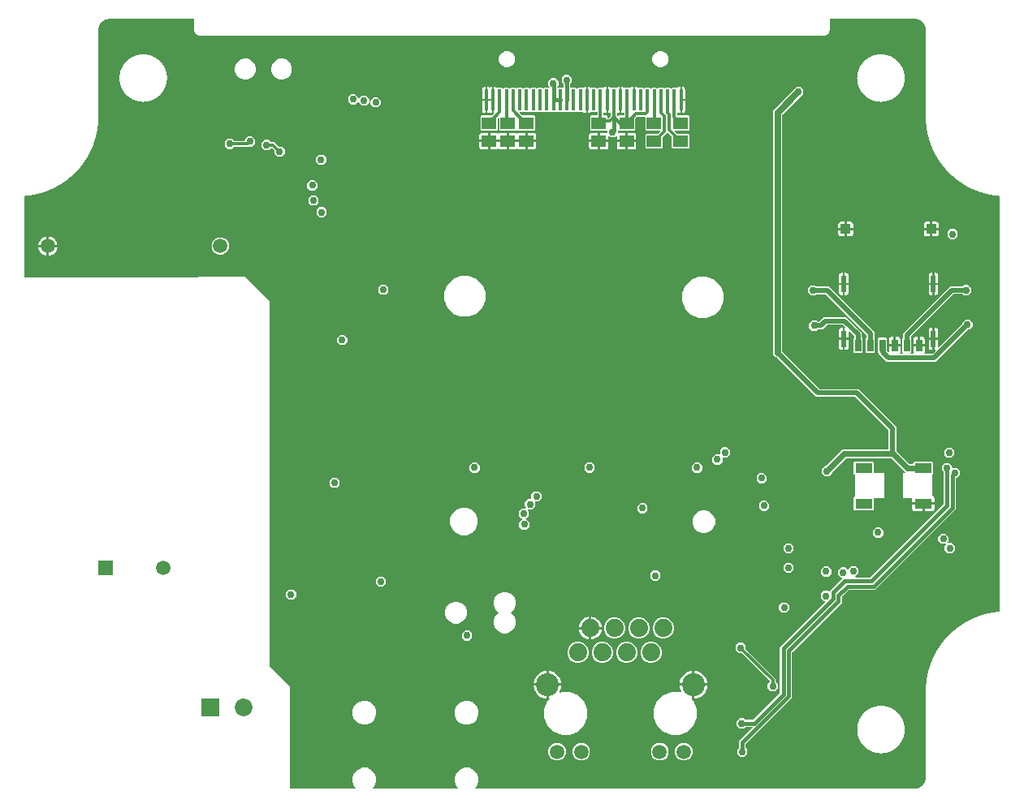
<source format=gbr>
G04 EAGLE Gerber RS-274X export*
G75*
%MOMM*%
%FSLAX34Y34*%
%LPD*%
%INBottom Copper*%
%IPPOS*%
%AMOC8*
5,1,8,0,0,1.08239X$1,22.5*%
G01*
%ADD10R,0.650000X1.300000*%
%ADD11R,0.480000X1.800000*%
%ADD12R,1.030000X1.000000*%
%ADD13C,1.879600*%
%ADD14C,2.400000*%
%ADD15C,1.508000*%
%ADD16R,1.508000X1.508000*%
%ADD17R,1.800000X1.100000*%
%ADD18R,1.850000X1.850000*%
%ADD19C,1.850000*%
%ADD20R,0.350000X2.200000*%
%ADD21R,1.500000X1.240000*%
%ADD22C,0.756400*%
%ADD23C,0.304800*%
%ADD24C,0.406400*%
%ADD25C,0.508000*%
%ADD26C,0.609600*%
%ADD27C,0.650000*%

G36*
X383999Y16506D02*
X383999Y16506D01*
X384088Y16516D01*
X384109Y16526D01*
X384132Y16530D01*
X384209Y16576D01*
X384289Y16615D01*
X384305Y16632D01*
X384326Y16645D01*
X384382Y16714D01*
X384443Y16778D01*
X384452Y16800D01*
X384467Y16819D01*
X384495Y16903D01*
X384530Y16985D01*
X384531Y17009D01*
X384539Y17031D01*
X384536Y17120D01*
X384540Y17209D01*
X384533Y17232D01*
X384532Y17256D01*
X384499Y17338D01*
X384471Y17423D01*
X384456Y17444D01*
X384448Y17463D01*
X384414Y17501D01*
X384360Y17573D01*
X382930Y19004D01*
X381049Y23543D01*
X381049Y28457D01*
X382930Y32996D01*
X386404Y36470D01*
X390943Y38351D01*
X395857Y38351D01*
X400396Y36470D01*
X403870Y32996D01*
X405751Y28457D01*
X405751Y23543D01*
X403870Y19004D01*
X402440Y17573D01*
X402389Y17500D01*
X402333Y17431D01*
X402326Y17409D01*
X402312Y17389D01*
X402290Y17303D01*
X402261Y17219D01*
X402262Y17195D01*
X402256Y17172D01*
X402265Y17083D01*
X402268Y16994D01*
X402277Y16972D01*
X402279Y16949D01*
X402319Y16869D01*
X402352Y16787D01*
X402368Y16769D01*
X402379Y16748D01*
X402443Y16687D01*
X402504Y16621D01*
X402525Y16610D01*
X402542Y16594D01*
X402624Y16559D01*
X402703Y16518D01*
X402729Y16515D01*
X402749Y16506D01*
X402799Y16504D01*
X402889Y16491D01*
X490511Y16491D01*
X490599Y16506D01*
X490688Y16516D01*
X490709Y16526D01*
X490732Y16530D01*
X490809Y16576D01*
X490889Y16615D01*
X490905Y16632D01*
X490926Y16645D01*
X490982Y16714D01*
X491043Y16778D01*
X491052Y16800D01*
X491067Y16819D01*
X491095Y16903D01*
X491130Y16985D01*
X491131Y17009D01*
X491139Y17031D01*
X491136Y17120D01*
X491140Y17209D01*
X491133Y17232D01*
X491132Y17256D01*
X491099Y17338D01*
X491071Y17423D01*
X491056Y17444D01*
X491048Y17463D01*
X491014Y17501D01*
X490960Y17573D01*
X489530Y19004D01*
X487649Y23543D01*
X487649Y28457D01*
X489530Y32996D01*
X493004Y36470D01*
X497543Y38351D01*
X502457Y38351D01*
X506996Y36470D01*
X510470Y32996D01*
X512351Y28457D01*
X512351Y23543D01*
X510470Y19004D01*
X509040Y17573D01*
X508989Y17500D01*
X508933Y17431D01*
X508926Y17409D01*
X508912Y17389D01*
X508890Y17303D01*
X508861Y17219D01*
X508862Y17195D01*
X508856Y17172D01*
X508865Y17083D01*
X508868Y16994D01*
X508877Y16972D01*
X508879Y16949D01*
X508919Y16869D01*
X508952Y16787D01*
X508968Y16769D01*
X508979Y16748D01*
X509043Y16687D01*
X509104Y16621D01*
X509125Y16610D01*
X509142Y16594D01*
X509224Y16559D01*
X509303Y16518D01*
X509329Y16515D01*
X509349Y16506D01*
X509399Y16504D01*
X509489Y16491D01*
X966874Y16491D01*
X966875Y16491D01*
X966876Y16491D01*
X966961Y16491D01*
X966963Y16491D01*
X966965Y16491D01*
X967036Y16492D01*
X967038Y16492D01*
X967040Y16492D01*
X967106Y16493D01*
X967108Y16493D01*
X967110Y16493D01*
X967176Y16494D01*
X967178Y16495D01*
X967180Y16494D01*
X967252Y16496D01*
X967253Y16497D01*
X967256Y16496D01*
X967326Y16499D01*
X967328Y16499D01*
X967330Y16499D01*
X967395Y16502D01*
X967397Y16502D01*
X967400Y16502D01*
X967471Y16505D01*
X967472Y16506D01*
X967475Y16505D01*
X967540Y16509D01*
X967542Y16509D01*
X967544Y16509D01*
X967617Y16513D01*
X967619Y16514D01*
X967621Y16514D01*
X967683Y16518D01*
X967685Y16518D01*
X967687Y16518D01*
X967761Y16523D01*
X967763Y16524D01*
X967765Y16523D01*
X967830Y16528D01*
X967831Y16529D01*
X967834Y16529D01*
X967901Y16534D01*
X967903Y16535D01*
X967905Y16535D01*
X967976Y16541D01*
X967978Y16542D01*
X967980Y16542D01*
X968044Y16548D01*
X968046Y16548D01*
X968048Y16548D01*
X968116Y16555D01*
X968118Y16556D01*
X968120Y16556D01*
X968192Y16563D01*
X968194Y16564D01*
X968196Y16564D01*
X968262Y16571D01*
X968264Y16572D01*
X968266Y16572D01*
X968333Y16580D01*
X968335Y16580D01*
X968337Y16580D01*
X968405Y16589D01*
X968407Y16590D01*
X968409Y16590D01*
X968476Y16599D01*
X968478Y16599D01*
X968480Y16599D01*
X968545Y16608D01*
X968547Y16609D01*
X968549Y16609D01*
X968618Y16619D01*
X968620Y16619D01*
X968622Y16619D01*
X968692Y16630D01*
X968694Y16631D01*
X968696Y16631D01*
X968763Y16641D01*
X968765Y16642D01*
X968767Y16642D01*
X968831Y16653D01*
X968833Y16653D01*
X968835Y16653D01*
X968901Y16665D01*
X968903Y16665D01*
X968905Y16665D01*
X968974Y16678D01*
X968976Y16678D01*
X968978Y16678D01*
X969043Y16690D01*
X969044Y16691D01*
X969047Y16691D01*
X969114Y16704D01*
X969115Y16704D01*
X969117Y16704D01*
X969187Y16718D01*
X969189Y16719D01*
X969191Y16719D01*
X969256Y16732D01*
X969257Y16733D01*
X969260Y16733D01*
X969326Y16747D01*
X969327Y16747D01*
X969329Y16748D01*
X969394Y16761D01*
X969396Y16762D01*
X969398Y16762D01*
X969467Y16778D01*
X969469Y16778D01*
X969471Y16779D01*
X969538Y16794D01*
X969540Y16795D01*
X969542Y16795D01*
X969605Y16810D01*
X969607Y16811D01*
X969609Y16811D01*
X969675Y16826D01*
X969676Y16827D01*
X969678Y16827D01*
X969746Y16844D01*
X969747Y16845D01*
X969750Y16845D01*
X969814Y16862D01*
X969816Y16862D01*
X969818Y16863D01*
X969882Y16879D01*
X969884Y16880D01*
X969886Y16880D01*
X969953Y16898D01*
X969954Y16899D01*
X969956Y16899D01*
X970023Y16917D01*
X970024Y16918D01*
X970027Y16918D01*
X970093Y16937D01*
X970094Y16938D01*
X970097Y16938D01*
X970160Y16956D01*
X970161Y16957D01*
X970163Y16957D01*
X970227Y16976D01*
X970228Y16977D01*
X970230Y16977D01*
X970300Y16998D01*
X970302Y16999D01*
X970304Y16999D01*
X970364Y17017D01*
X970365Y17018D01*
X970367Y17019D01*
X970437Y17040D01*
X970438Y17041D01*
X970440Y17042D01*
X970502Y17061D01*
X970503Y17062D01*
X970505Y17062D01*
X970572Y17084D01*
X970574Y17085D01*
X970576Y17085D01*
X970637Y17106D01*
X970638Y17107D01*
X970640Y17107D01*
X970709Y17130D01*
X970710Y17131D01*
X970713Y17132D01*
X970772Y17152D01*
X970774Y17153D01*
X970776Y17154D01*
X970840Y17176D01*
X970841Y17177D01*
X970844Y17178D01*
X970908Y17201D01*
X970910Y17202D01*
X970912Y17202D01*
X970977Y17226D01*
X970978Y17227D01*
X970980Y17228D01*
X971043Y17251D01*
X971044Y17252D01*
X971046Y17252D01*
X971110Y17277D01*
X971111Y17278D01*
X971114Y17278D01*
X971177Y17303D01*
X971178Y17304D01*
X971180Y17304D01*
X971243Y17329D01*
X971245Y17330D01*
X971247Y17331D01*
X971311Y17356D01*
X971312Y17357D01*
X971314Y17358D01*
X971375Y17382D01*
X971376Y17383D01*
X971378Y17384D01*
X971444Y17411D01*
X971446Y17412D01*
X971448Y17413D01*
X971505Y17438D01*
X971507Y17439D01*
X971509Y17439D01*
X971575Y17468D01*
X971576Y17469D01*
X971578Y17469D01*
X971641Y17496D01*
X971642Y17498D01*
X971645Y17498D01*
X971704Y17525D01*
X971705Y17526D01*
X971707Y17526D01*
X971768Y17554D01*
X971769Y17555D01*
X971771Y17555D01*
X971836Y17585D01*
X971837Y17586D01*
X971839Y17587D01*
X971898Y17614D01*
X971899Y17615D01*
X971901Y17616D01*
X971965Y17646D01*
X971967Y17647D01*
X971969Y17648D01*
X972029Y17677D01*
X972030Y17678D01*
X972032Y17679D01*
X972094Y17709D01*
X972096Y17710D01*
X972098Y17711D01*
X972155Y17739D01*
X972157Y17740D01*
X972159Y17741D01*
X972223Y17774D01*
X972224Y17774D01*
X972226Y17775D01*
X972283Y17805D01*
X972285Y17806D01*
X972287Y17807D01*
X972347Y17838D01*
X972349Y17839D01*
X972351Y17840D01*
X972415Y17874D01*
X972416Y17875D01*
X972418Y17876D01*
X972473Y17905D01*
X972475Y17906D01*
X972477Y17907D01*
X972539Y17941D01*
X972540Y17942D01*
X972542Y17943D01*
X972600Y17974D01*
X972601Y17975D01*
X972603Y17976D01*
X972664Y18010D01*
X972665Y18011D01*
X972667Y18012D01*
X972726Y18046D01*
X972728Y18047D01*
X972730Y18048D01*
X972788Y18082D01*
X972789Y18083D01*
X972791Y18083D01*
X972849Y18117D01*
X972850Y18118D01*
X972852Y18119D01*
X972911Y18154D01*
X972913Y18155D01*
X972915Y18156D01*
X972973Y18191D01*
X972974Y18192D01*
X972976Y18193D01*
X973034Y18229D01*
X973036Y18230D01*
X973037Y18230D01*
X973095Y18266D01*
X973096Y18267D01*
X973099Y18268D01*
X973156Y18304D01*
X973157Y18305D01*
X973159Y18306D01*
X973217Y18343D01*
X973218Y18344D01*
X973220Y18345D01*
X973278Y18382D01*
X973279Y18384D01*
X973281Y18384D01*
X973338Y18422D01*
X973339Y18423D01*
X973341Y18424D01*
X973398Y18461D01*
X973400Y18463D01*
X973402Y18464D01*
X973456Y18500D01*
X973457Y18501D01*
X973459Y18502D01*
X973520Y18543D01*
X973521Y18545D01*
X973523Y18545D01*
X973575Y18581D01*
X973576Y18582D01*
X973578Y18583D01*
X973637Y18624D01*
X973638Y18626D01*
X973640Y18627D01*
X973693Y18664D01*
X973694Y18665D01*
X973696Y18666D01*
X973751Y18706D01*
X973753Y18707D01*
X973755Y18708D01*
X973810Y18748D01*
X973811Y18749D01*
X973813Y18750D01*
X973870Y18792D01*
X973871Y18793D01*
X973873Y18794D01*
X973928Y18835D01*
X973929Y18836D01*
X973931Y18838D01*
X973985Y18878D01*
X973986Y18879D01*
X973988Y18880D01*
X974041Y18921D01*
X974043Y18923D01*
X974044Y18924D01*
X974101Y18967D01*
X974102Y18969D01*
X974104Y18970D01*
X974154Y19009D01*
X974155Y19010D01*
X974157Y19011D01*
X974216Y19058D01*
X974217Y19059D01*
X974219Y19060D01*
X974269Y19100D01*
X974270Y19102D01*
X974272Y19103D01*
X974324Y19145D01*
X974325Y19147D01*
X974327Y19148D01*
X974379Y19190D01*
X974380Y19191D01*
X974382Y19192D01*
X974438Y19240D01*
X974440Y19241D01*
X974442Y19243D01*
X974491Y19284D01*
X974492Y19286D01*
X974494Y19287D01*
X974548Y19333D01*
X974549Y19335D01*
X974551Y19336D01*
X974601Y19378D01*
X974602Y19380D01*
X974604Y19381D01*
X974657Y19428D01*
X974658Y19429D01*
X974660Y19431D01*
X974712Y19477D01*
X974713Y19478D01*
X974715Y19479D01*
X974763Y19522D01*
X974764Y19524D01*
X974766Y19525D01*
X974819Y19573D01*
X974820Y19574D01*
X974822Y19576D01*
X974872Y19622D01*
X974873Y19623D01*
X974875Y19624D01*
X974924Y19670D01*
X974925Y19672D01*
X974927Y19673D01*
X974980Y19723D01*
X974982Y19725D01*
X974983Y19726D01*
X975029Y19769D01*
X975030Y19771D01*
X975031Y19772D01*
X975084Y19823D01*
X975086Y19825D01*
X975087Y19826D01*
X975136Y19874D01*
X975137Y19875D01*
X975138Y19876D01*
X975181Y19919D01*
X975183Y19921D01*
X975185Y19923D01*
X975232Y19970D01*
X975233Y19971D01*
X975235Y19973D01*
X975283Y20022D01*
X975284Y20023D01*
X975286Y20025D01*
X975333Y20073D01*
X975334Y20075D01*
X975336Y20076D01*
X975382Y20125D01*
X975383Y20126D01*
X975385Y20127D01*
X975433Y20178D01*
X975434Y20180D01*
X975435Y20181D01*
X975484Y20233D01*
X975485Y20234D01*
X975487Y20236D01*
X975534Y20287D01*
X975535Y20288D01*
X975537Y20290D01*
X975580Y20337D01*
X975581Y20339D01*
X975583Y20340D01*
X975631Y20394D01*
X975632Y20396D01*
X975633Y20397D01*
X975675Y20444D01*
X975676Y20446D01*
X975678Y20447D01*
X975726Y20502D01*
X975727Y20503D01*
X975728Y20505D01*
X975773Y20556D01*
X975774Y20558D01*
X975775Y20559D01*
X975819Y20610D01*
X975820Y20612D01*
X975822Y20613D01*
X975867Y20667D01*
X975868Y20669D01*
X975870Y20670D01*
X975910Y20719D01*
X975911Y20720D01*
X975913Y20721D01*
X975958Y20776D01*
X975959Y20778D01*
X975961Y20779D01*
X976005Y20834D01*
X976006Y20836D01*
X976008Y20837D01*
X976048Y20888D01*
X976049Y20889D01*
X976050Y20890D01*
X976095Y20947D01*
X976096Y20949D01*
X976098Y20950D01*
X976138Y21002D01*
X976139Y21003D01*
X976140Y21005D01*
X976183Y21059D01*
X976183Y21061D01*
X976185Y21063D01*
X976225Y21115D01*
X976226Y21117D01*
X976228Y21118D01*
X976269Y21173D01*
X976270Y21174D01*
X976271Y21176D01*
X976313Y21233D01*
X976314Y21234D01*
X976316Y21236D01*
X976353Y21287D01*
X976354Y21288D01*
X976356Y21290D01*
X976399Y21349D01*
X976399Y21351D01*
X976401Y21352D01*
X976438Y21404D01*
X976439Y21406D01*
X976441Y21408D01*
X976480Y21464D01*
X976481Y21466D01*
X976483Y21468D01*
X976522Y21524D01*
X976523Y21525D01*
X976524Y21527D01*
X976563Y21583D01*
X976564Y21585D01*
X976565Y21586D01*
X976602Y21641D01*
X976603Y21643D01*
X976605Y21645D01*
X976642Y21700D01*
X976643Y21702D01*
X976644Y21704D01*
X976682Y21761D01*
X976682Y21762D01*
X976684Y21763D01*
X976722Y21822D01*
X976723Y21823D01*
X976724Y21825D01*
X976761Y21882D01*
X976762Y21884D01*
X976763Y21886D01*
X976798Y21941D01*
X976799Y21942D01*
X976800Y21944D01*
X976836Y22002D01*
X976837Y22003D01*
X976838Y22005D01*
X976874Y22063D01*
X976875Y22065D01*
X976876Y22066D01*
X976912Y22125D01*
X976913Y22127D01*
X976914Y22128D01*
X976949Y22186D01*
X976949Y22188D01*
X976951Y22190D01*
X976984Y22245D01*
X976984Y22247D01*
X976986Y22248D01*
X977023Y22312D01*
X977023Y22313D01*
X977025Y22315D01*
X977057Y22370D01*
X977057Y22372D01*
X977059Y22374D01*
X977092Y22433D01*
X977093Y22434D01*
X977094Y22436D01*
X977128Y22497D01*
X977129Y22499D01*
X977131Y22501D01*
X977145Y22527D01*
X977161Y22557D01*
X977162Y22559D01*
X977163Y22560D01*
X977196Y22620D01*
X977197Y22622D01*
X977198Y22624D01*
X977230Y22683D01*
X977230Y22685D01*
X977231Y22686D01*
X977263Y22746D01*
X977263Y22748D01*
X977265Y22750D01*
X977296Y22810D01*
X977297Y22812D01*
X977298Y22813D01*
X977330Y22876D01*
X977331Y22877D01*
X977332Y22879D01*
X977362Y22938D01*
X977362Y22940D01*
X977363Y22941D01*
X977393Y23002D01*
X977394Y23004D01*
X977395Y23005D01*
X977424Y23065D01*
X977425Y23067D01*
X977426Y23069D01*
X977456Y23131D01*
X977457Y23133D01*
X977458Y23134D01*
X977486Y23194D01*
X977487Y23196D01*
X977488Y23198D01*
X977516Y23258D01*
X977517Y23260D01*
X977518Y23262D01*
X977548Y23326D01*
X977548Y23327D01*
X977549Y23329D01*
X977576Y23388D01*
X977576Y23390D01*
X977578Y23392D01*
X977606Y23455D01*
X977606Y23457D01*
X977607Y23458D01*
X977634Y23520D01*
X977635Y23522D01*
X977636Y23524D01*
X977662Y23584D01*
X977662Y23585D01*
X977663Y23587D01*
X977690Y23651D01*
X977690Y23652D01*
X977692Y23654D01*
X977718Y23719D01*
X977719Y23720D01*
X977720Y23722D01*
X977746Y23786D01*
X977746Y23788D01*
X977747Y23789D01*
X977771Y23849D01*
X977772Y23851D01*
X977773Y23853D01*
X977797Y23914D01*
X977797Y23915D01*
X977798Y23917D01*
X977824Y23983D01*
X977824Y23985D01*
X977825Y23987D01*
X977849Y24049D01*
X977850Y24051D01*
X977851Y24053D01*
X977875Y24118D01*
X977876Y24120D01*
X977877Y24122D01*
X977899Y24183D01*
X977899Y24185D01*
X977900Y24187D01*
X977924Y24252D01*
X977924Y24253D01*
X977925Y24255D01*
X977947Y24318D01*
X977948Y24320D01*
X977949Y24322D01*
X977970Y24384D01*
X977970Y24386D01*
X977971Y24387D01*
X977994Y24453D01*
X977994Y24455D01*
X977995Y24457D01*
X978017Y24522D01*
X978017Y24524D01*
X978018Y24525D01*
X978039Y24591D01*
X978039Y24593D01*
X978040Y24595D01*
X978061Y24658D01*
X978061Y24660D01*
X978062Y24662D01*
X978082Y24726D01*
X978082Y24728D01*
X978083Y24730D01*
X978102Y24793D01*
X978103Y24794D01*
X978103Y24796D01*
X978124Y24864D01*
X978124Y24866D01*
X978125Y24868D01*
X978144Y24932D01*
X978144Y24934D01*
X978145Y24936D01*
X978163Y25000D01*
X978164Y25002D01*
X978164Y25004D01*
X978183Y25069D01*
X978183Y25071D01*
X978184Y25073D01*
X978201Y25137D01*
X978202Y25139D01*
X978202Y25141D01*
X978220Y25208D01*
X978220Y25209D01*
X978221Y25211D01*
X978238Y25276D01*
X978238Y25278D01*
X978239Y25280D01*
X978256Y25348D01*
X978256Y25350D01*
X978257Y25352D01*
X978273Y25414D01*
X978273Y25416D01*
X978274Y25418D01*
X978290Y25485D01*
X978290Y25487D01*
X978291Y25489D01*
X978307Y25558D01*
X978307Y25560D01*
X978308Y25562D01*
X978322Y25625D01*
X978322Y25627D01*
X978323Y25629D01*
X978338Y25697D01*
X978338Y25699D01*
X978339Y25701D01*
X978353Y25764D01*
X978353Y25766D01*
X978353Y25768D01*
X978367Y25835D01*
X978368Y25837D01*
X978368Y25839D01*
X978382Y25908D01*
X978382Y25910D01*
X978383Y25912D01*
X978396Y25978D01*
X978396Y25979D01*
X978397Y25981D01*
X978409Y26045D01*
X978409Y26046D01*
X978409Y26049D01*
X978422Y26119D01*
X978422Y26121D01*
X978423Y26123D01*
X978435Y26191D01*
X978435Y26193D01*
X978436Y26195D01*
X978447Y26259D01*
X978447Y26261D01*
X978447Y26263D01*
X978459Y26333D01*
X978459Y26335D01*
X978459Y26337D01*
X978470Y26402D01*
X978470Y26403D01*
X978470Y26405D01*
X978480Y26471D01*
X978480Y26473D01*
X978481Y26476D01*
X978491Y26545D01*
X978491Y26547D01*
X978492Y26549D01*
X978501Y26618D01*
X978501Y26620D01*
X978502Y26622D01*
X978510Y26687D01*
X978510Y26689D01*
X978511Y26691D01*
X978520Y26760D01*
X978520Y26762D01*
X978520Y26764D01*
X978528Y26830D01*
X978528Y26832D01*
X978529Y26834D01*
X978537Y26903D01*
X978537Y26905D01*
X978537Y26907D01*
X978544Y26974D01*
X978544Y26976D01*
X978545Y26978D01*
X978552Y27047D01*
X978552Y27049D01*
X978552Y27051D01*
X978559Y27119D01*
X978559Y27120D01*
X978559Y27122D01*
X978566Y27195D01*
X978565Y27197D01*
X978566Y27199D01*
X978571Y27262D01*
X978571Y27264D01*
X978571Y27266D01*
X978577Y27334D01*
X978577Y27336D01*
X978577Y27339D01*
X978582Y27409D01*
X978582Y27411D01*
X978582Y27413D01*
X978587Y27480D01*
X978586Y27482D01*
X978587Y27484D01*
X978591Y27549D01*
X978591Y27551D01*
X978591Y27553D01*
X978595Y27628D01*
X978595Y27630D01*
X978595Y27632D01*
X978598Y27697D01*
X978598Y27699D01*
X978598Y27701D01*
X978601Y27770D01*
X978601Y27771D01*
X978601Y27774D01*
X978603Y27842D01*
X978603Y27843D01*
X978604Y27845D01*
X978606Y27916D01*
X978605Y27918D01*
X978606Y27920D01*
X978607Y27992D01*
X978607Y27993D01*
X978607Y27995D01*
X978608Y28060D01*
X978608Y28061D01*
X978608Y28064D01*
X978609Y28134D01*
X978609Y28136D01*
X978609Y28139D01*
X978609Y28224D01*
X978609Y28225D01*
X978609Y28226D01*
X978609Y117453D01*
X978604Y117480D01*
X978609Y118262D01*
X978609Y118264D01*
X978609Y118266D01*
X978609Y118477D01*
X978601Y118520D01*
X978609Y118932D01*
X978608Y118938D01*
X978609Y118944D01*
X978609Y119837D01*
X978610Y119840D01*
X978619Y119883D01*
X978618Y119891D01*
X978619Y119903D01*
X978620Y120021D01*
X978627Y120059D01*
X978635Y120304D01*
X978634Y120308D01*
X978635Y120312D01*
X978639Y120556D01*
X978634Y120588D01*
X978644Y120817D01*
X978643Y120824D01*
X978645Y120833D01*
X978648Y121042D01*
X978651Y121048D01*
X978650Y121062D01*
X978656Y121092D01*
X978667Y121336D01*
X978666Y121340D01*
X978667Y121344D01*
X978674Y121586D01*
X978670Y121619D01*
X978682Y121846D01*
X978681Y121854D01*
X978683Y121862D01*
X978690Y122086D01*
X978698Y122124D01*
X978711Y122366D01*
X978711Y122370D01*
X978712Y122374D01*
X978722Y122615D01*
X978718Y122648D01*
X978733Y122877D01*
X978732Y122884D01*
X978734Y122893D01*
X978744Y123116D01*
X978752Y123154D01*
X978769Y123394D01*
X978768Y123397D01*
X978769Y123402D01*
X978782Y123642D01*
X978778Y123675D01*
X978797Y123903D01*
X978796Y123910D01*
X978798Y123919D01*
X978810Y124144D01*
X978819Y124181D01*
X978838Y124420D01*
X978838Y124424D01*
X978839Y124428D01*
X978855Y124667D01*
X978852Y124700D01*
X978873Y124930D01*
X978872Y124937D01*
X978874Y124945D01*
X978890Y125169D01*
X978899Y125207D01*
X978921Y125444D01*
X978921Y125448D01*
X978922Y125452D01*
X978941Y125691D01*
X978938Y125724D01*
X978962Y125953D01*
X978961Y125960D01*
X978963Y125968D01*
X978981Y126193D01*
X978991Y126231D01*
X979016Y126469D01*
X979016Y126473D01*
X979017Y126477D01*
X979039Y126712D01*
X979036Y126745D01*
X979063Y126975D01*
X979063Y126982D01*
X979065Y126991D01*
X979086Y127216D01*
X979096Y127253D01*
X979124Y127488D01*
X979124Y127492D01*
X979125Y127496D01*
X979149Y127731D01*
X979147Y127764D01*
X979177Y127994D01*
X979177Y128001D01*
X979179Y128010D01*
X979203Y128235D01*
X979213Y128272D01*
X979244Y128506D01*
X979244Y128509D01*
X979245Y128514D01*
X979272Y128748D01*
X979270Y128781D01*
X979303Y129011D01*
X979303Y129018D01*
X979305Y129026D01*
X979332Y129252D01*
X979343Y129289D01*
X979376Y129521D01*
X979376Y129525D01*
X979377Y129529D01*
X979408Y129762D01*
X979406Y129796D01*
X979442Y130025D01*
X979441Y130032D01*
X979444Y130040D01*
X979473Y130266D01*
X979485Y130304D01*
X979521Y130536D01*
X979521Y130539D01*
X979522Y130544D01*
X979555Y130774D01*
X979554Y130807D01*
X979593Y131037D01*
X979593Y131044D01*
X979595Y131052D01*
X979627Y131279D01*
X979640Y131316D01*
X979678Y131546D01*
X979678Y131549D01*
X979679Y131553D01*
X979715Y131783D01*
X979714Y131817D01*
X979756Y132049D01*
X979756Y132056D01*
X979759Y132064D01*
X979794Y132288D01*
X979806Y132325D01*
X979848Y132554D01*
X979848Y132557D01*
X979849Y132561D01*
X979887Y132790D01*
X979887Y132823D01*
X979931Y133051D01*
X979931Y133059D01*
X979934Y133067D01*
X979972Y133294D01*
X979985Y133331D01*
X980029Y133559D01*
X980029Y133562D01*
X980031Y133567D01*
X980072Y133794D01*
X980072Y133827D01*
X980119Y134058D01*
X980120Y134065D01*
X980122Y134074D01*
X980163Y134298D01*
X980176Y134334D01*
X980223Y134560D01*
X980223Y134564D01*
X980225Y134568D01*
X980268Y134795D01*
X980269Y134828D01*
X980319Y135056D01*
X980319Y135063D01*
X980322Y135072D01*
X980366Y135298D01*
X980380Y135335D01*
X980429Y135559D01*
X980429Y135563D01*
X980431Y135567D01*
X980477Y135792D01*
X980478Y135826D01*
X980531Y136055D01*
X980531Y136062D01*
X980534Y136070D01*
X980581Y136295D01*
X980595Y136332D01*
X980648Y136557D01*
X980648Y136561D01*
X980649Y136565D01*
X980698Y136787D01*
X980699Y136821D01*
X980756Y137050D01*
X980756Y137058D01*
X980759Y137066D01*
X980808Y137289D01*
X980823Y137326D01*
X980877Y137547D01*
X980877Y137551D01*
X980879Y137555D01*
X980931Y137779D01*
X980933Y137812D01*
X980991Y138040D01*
X980992Y138047D01*
X980995Y138055D01*
X981047Y138280D01*
X981062Y138316D01*
X981120Y138538D01*
X981120Y138542D01*
X981122Y138546D01*
X981176Y138767D01*
X981177Y138790D01*
X981183Y138807D01*
X981183Y138818D01*
X981240Y139029D01*
X981240Y139036D01*
X981244Y139044D01*
X981298Y139267D01*
X981314Y139303D01*
X981373Y139522D01*
X981374Y139526D01*
X981375Y139530D01*
X981433Y139752D01*
X981435Y139785D01*
X981499Y140011D01*
X981500Y140019D01*
X981503Y140027D01*
X981561Y140250D01*
X981578Y140286D01*
X981640Y140505D01*
X981640Y140508D01*
X981642Y140512D01*
X981701Y140733D01*
X981704Y140766D01*
X981771Y140991D01*
X981772Y140998D01*
X981775Y141006D01*
X981836Y141230D01*
X981853Y141266D01*
X981918Y141484D01*
X981918Y141488D01*
X981920Y141492D01*
X981982Y141710D01*
X981985Y141744D01*
X982056Y141971D01*
X982057Y141978D01*
X982060Y141986D01*
X982123Y142207D01*
X982140Y142242D01*
X982207Y142459D01*
X982208Y142462D01*
X982210Y142466D01*
X982274Y142683D01*
X982278Y142717D01*
X982351Y142941D01*
X982352Y142949D01*
X982355Y142956D01*
X982421Y143179D01*
X982439Y143214D01*
X982510Y143432D01*
X982510Y143435D01*
X982512Y143439D01*
X982579Y143653D01*
X982583Y143687D01*
X982659Y143913D01*
X982660Y143920D01*
X982664Y143928D01*
X982732Y144147D01*
X982750Y144182D01*
X982822Y144395D01*
X982822Y144399D01*
X982824Y144402D01*
X982895Y144619D01*
X982899Y144652D01*
X982977Y144874D01*
X982978Y144881D01*
X982982Y144889D01*
X983054Y145111D01*
X983072Y145146D01*
X983147Y145359D01*
X983148Y145363D01*
X983150Y145367D01*
X983222Y145581D01*
X983227Y145614D01*
X983309Y145838D01*
X983310Y145845D01*
X983314Y145852D01*
X983388Y146071D01*
X983407Y146106D01*
X983484Y146318D01*
X983485Y146322D01*
X983487Y146326D01*
X983562Y146538D01*
X983567Y146572D01*
X983651Y146793D01*
X983652Y146800D01*
X983656Y146808D01*
X983733Y147026D01*
X983752Y147061D01*
X983832Y147272D01*
X983833Y147275D01*
X983835Y147279D01*
X983912Y147491D01*
X983918Y147524D01*
X984005Y147745D01*
X984006Y147752D01*
X984010Y147759D01*
X984090Y147978D01*
X984110Y148012D01*
X984192Y148222D01*
X984193Y148225D01*
X984195Y148229D01*
X984275Y148440D01*
X984281Y148474D01*
X984371Y148694D01*
X984373Y148701D01*
X984377Y148709D01*
X984458Y148924D01*
X984479Y148958D01*
X984564Y149167D01*
X984564Y149171D01*
X984566Y149174D01*
X984649Y149384D01*
X984655Y149417D01*
X984747Y149635D01*
X984749Y149642D01*
X984753Y149649D01*
X984838Y149866D01*
X984859Y149900D01*
X984947Y150109D01*
X984948Y150112D01*
X984950Y150116D01*
X985034Y150324D01*
X985042Y150357D01*
X985137Y150577D01*
X985139Y150584D01*
X985143Y150591D01*
X985230Y150804D01*
X985251Y150837D01*
X985341Y151044D01*
X985342Y151047D01*
X985344Y151051D01*
X985431Y151259D01*
X985439Y151292D01*
X985536Y151507D01*
X985537Y151514D01*
X985542Y151521D01*
X985632Y151736D01*
X985654Y151769D01*
X985746Y151974D01*
X985747Y151978D01*
X985750Y151982D01*
X985840Y152189D01*
X985848Y152222D01*
X985948Y152438D01*
X985950Y152445D01*
X985955Y152452D01*
X986047Y152663D01*
X986069Y152696D01*
X986164Y152902D01*
X986165Y152905D01*
X986167Y152909D01*
X986259Y153114D01*
X986268Y153146D01*
X986370Y153361D01*
X986372Y153367D01*
X986377Y153375D01*
X986472Y153586D01*
X986494Y153618D01*
X986592Y153822D01*
X986593Y153826D01*
X986595Y153829D01*
X986691Y154034D01*
X986699Y154067D01*
X986805Y154280D01*
X986807Y154287D01*
X986812Y154294D01*
X986909Y154503D01*
X986931Y154535D01*
X987031Y154737D01*
X987032Y154741D01*
X987035Y154744D01*
X987133Y154949D01*
X987142Y154981D01*
X987249Y155191D01*
X987251Y155198D01*
X987256Y155205D01*
X987357Y155415D01*
X987380Y155447D01*
X987482Y155648D01*
X987483Y155651D01*
X987486Y155655D01*
X987586Y155858D01*
X987596Y155891D01*
X987706Y156100D01*
X987708Y156107D01*
X987713Y156114D01*
X987816Y156321D01*
X987839Y156353D01*
X987944Y156553D01*
X987945Y156557D01*
X987948Y156560D01*
X988051Y156762D01*
X988061Y156795D01*
X988174Y157003D01*
X988176Y157010D01*
X988181Y157017D01*
X988286Y157223D01*
X988310Y157254D01*
X988418Y157453D01*
X988419Y157457D01*
X988421Y157460D01*
X988527Y157661D01*
X988537Y157693D01*
X988653Y157901D01*
X988655Y157908D01*
X988660Y157915D01*
X988767Y158118D01*
X988791Y158149D01*
X988903Y158349D01*
X988904Y158352D01*
X988906Y158356D01*
X989014Y158554D01*
X989024Y158586D01*
X989142Y158791D01*
X989144Y158798D01*
X989149Y158804D01*
X989260Y159008D01*
X989284Y159039D01*
X989397Y159235D01*
X989398Y159238D01*
X989400Y159242D01*
X989512Y159442D01*
X989523Y159474D01*
X989643Y159678D01*
X989646Y159684D01*
X989651Y159691D01*
X989763Y159892D01*
X989788Y159923D01*
X989903Y160119D01*
X989905Y160122D01*
X989907Y160125D01*
X990021Y160323D01*
X990032Y160355D01*
X990154Y160556D01*
X990157Y160562D01*
X990162Y160569D01*
X990277Y160770D01*
X990303Y160801D01*
X990421Y160995D01*
X990422Y160999D01*
X990425Y161002D01*
X990541Y161199D01*
X990553Y161231D01*
X990678Y161432D01*
X990681Y161439D01*
X990686Y161446D01*
X990803Y161642D01*
X990828Y161672D01*
X990949Y161867D01*
X990951Y161870D01*
X990953Y161873D01*
X991072Y162069D01*
X991084Y162100D01*
X991211Y162298D01*
X991213Y162305D01*
X991219Y162311D01*
X991338Y162508D01*
X991364Y162538D01*
X991488Y162731D01*
X991489Y162734D01*
X991492Y162737D01*
X991614Y162932D01*
X991626Y162964D01*
X991756Y163161D01*
X991759Y163168D01*
X991764Y163174D01*
X991885Y163368D01*
X991912Y163397D01*
X992038Y163590D01*
X992039Y163593D01*
X992042Y163596D01*
X992166Y163790D01*
X992179Y163821D01*
X992311Y164016D01*
X992314Y164022D01*
X992319Y164029D01*
X992443Y164222D01*
X992470Y164251D01*
X992599Y164442D01*
X992600Y164445D01*
X992603Y164448D01*
X992730Y164641D01*
X992743Y164672D01*
X992877Y164865D01*
X992880Y164871D01*
X992886Y164878D01*
X993011Y165069D01*
X993038Y165097D01*
X993170Y165287D01*
X993171Y165290D01*
X993174Y165294D01*
X993304Y165485D01*
X993318Y165517D01*
X993454Y165708D01*
X993457Y165715D01*
X993463Y165721D01*
X993590Y165909D01*
X993618Y165937D01*
X993752Y166127D01*
X993754Y166130D01*
X993757Y166133D01*
X993889Y166324D01*
X993903Y166354D01*
X994040Y166542D01*
X994043Y166549D01*
X994049Y166555D01*
X994180Y166743D01*
X994208Y166771D01*
X994345Y166959D01*
X994346Y166962D01*
X994349Y166965D01*
X994485Y167155D01*
X994499Y167185D01*
X994639Y167372D01*
X994642Y167379D01*
X994648Y167385D01*
X994780Y167570D01*
X994808Y167598D01*
X994947Y167783D01*
X994949Y167787D01*
X994952Y167790D01*
X995091Y167980D01*
X995105Y168010D01*
X995248Y168195D01*
X995251Y168201D01*
X995257Y168207D01*
X995391Y168391D01*
X995419Y168418D01*
X995562Y168604D01*
X995564Y168607D01*
X995567Y168610D01*
X995708Y168797D01*
X995723Y168827D01*
X995866Y169009D01*
X995870Y169016D01*
X995876Y169022D01*
X996012Y169204D01*
X996041Y169231D01*
X996186Y169414D01*
X996188Y169418D01*
X996191Y169421D01*
X996335Y169608D01*
X996350Y169638D01*
X996497Y169819D01*
X996500Y169825D01*
X996506Y169831D01*
X996644Y170010D01*
X996673Y170036D01*
X996822Y170220D01*
X996823Y170224D01*
X996827Y170227D01*
X996973Y170412D01*
X996989Y170441D01*
X997137Y170620D01*
X997140Y170626D01*
X997146Y170632D01*
X997286Y170809D01*
X997315Y170835D01*
X997466Y171017D01*
X997468Y171020D01*
X997471Y171023D01*
X997621Y171208D01*
X997637Y171238D01*
X997787Y171413D01*
X997790Y171419D01*
X997796Y171425D01*
X997939Y171601D01*
X997968Y171627D01*
X998122Y171807D01*
X998124Y171811D01*
X998127Y171813D01*
X998280Y171998D01*
X998296Y172027D01*
X998448Y172201D01*
X998452Y172207D01*
X998458Y172213D01*
X998602Y172385D01*
X998631Y172410D01*
X998788Y172590D01*
X998790Y172593D01*
X998793Y172596D01*
X998949Y172779D01*
X998966Y172808D01*
X999118Y172979D01*
X999122Y172985D01*
X999129Y172991D01*
X999274Y173162D01*
X999304Y173187D01*
X999464Y173366D01*
X999466Y173369D01*
X999469Y173372D01*
X999628Y173553D01*
X999645Y173582D01*
X999801Y173752D01*
X999805Y173758D01*
X999811Y173763D01*
X999958Y173931D01*
X999988Y173956D01*
X1000152Y174134D01*
X1000153Y174137D01*
X1000157Y174140D01*
X1000318Y174320D01*
X1000335Y174348D01*
X1000492Y174515D01*
X1000496Y174521D01*
X1000503Y174527D01*
X1000651Y174693D01*
X1000682Y174717D01*
X1000847Y174893D01*
X1000849Y174896D01*
X1000852Y174898D01*
X1001018Y175079D01*
X1001035Y175107D01*
X1001193Y175271D01*
X1001197Y175277D01*
X1001204Y175282D01*
X1001355Y175447D01*
X1001386Y175470D01*
X1001555Y175646D01*
X1001557Y175649D01*
X1001560Y175651D01*
X1001728Y175830D01*
X1001746Y175858D01*
X1001906Y176020D01*
X1001910Y176026D01*
X1001917Y176031D01*
X1002068Y176192D01*
X1002099Y176215D01*
X1002273Y176391D01*
X1002275Y176394D01*
X1002278Y176397D01*
X1002448Y176573D01*
X1002466Y176600D01*
X1002629Y176761D01*
X1002633Y176767D01*
X1002640Y176772D01*
X1002792Y176930D01*
X1002823Y176953D01*
X1002998Y177126D01*
X1003001Y177129D01*
X1003004Y177132D01*
X1003177Y177307D01*
X1003196Y177334D01*
X1003358Y177490D01*
X1003362Y177496D01*
X1003369Y177501D01*
X1003526Y177660D01*
X1003557Y177682D01*
X1003733Y177852D01*
X1003735Y177855D01*
X1003739Y177857D01*
X1003914Y178031D01*
X1003933Y178058D01*
X1004099Y178213D01*
X1004103Y178219D01*
X1004110Y178224D01*
X1004259Y178371D01*
X1004271Y178378D01*
X1004278Y178387D01*
X1004300Y178402D01*
X1004479Y178570D01*
X1004481Y178573D01*
X1004484Y178575D01*
X1004660Y178744D01*
X1004679Y178771D01*
X1004848Y178926D01*
X1004852Y178932D01*
X1004859Y178937D01*
X1005019Y179091D01*
X1005051Y179112D01*
X1005232Y179278D01*
X1005234Y179281D01*
X1005237Y179283D01*
X1005413Y179448D01*
X1005433Y179475D01*
X1005603Y179627D01*
X1005608Y179633D01*
X1005615Y179638D01*
X1005778Y179791D01*
X1005810Y179812D01*
X1005990Y179973D01*
X1005992Y179976D01*
X1005996Y179978D01*
X1006174Y180142D01*
X1006194Y180168D01*
X1006367Y180319D01*
X1006371Y180324D01*
X1006378Y180329D01*
X1006544Y180481D01*
X1006577Y180502D01*
X1006758Y180660D01*
X1006761Y180663D01*
X1006764Y180666D01*
X1006943Y180825D01*
X1006963Y180852D01*
X1007139Y181001D01*
X1007143Y181006D01*
X1007151Y181011D01*
X1007318Y181161D01*
X1007351Y181181D01*
X1007534Y181337D01*
X1007536Y181340D01*
X1007540Y181342D01*
X1007720Y181499D01*
X1007740Y181525D01*
X1007918Y181672D01*
X1007922Y181678D01*
X1007930Y181682D01*
X1008099Y181830D01*
X1008132Y181850D01*
X1008316Y182003D01*
X1008319Y182006D01*
X1008322Y182008D01*
X1008503Y182162D01*
X1008520Y182183D01*
X1008523Y182184D01*
X1008528Y182190D01*
X1008705Y182333D01*
X1008709Y182339D01*
X1008717Y182343D01*
X1008888Y182489D01*
X1008922Y182509D01*
X1009107Y182659D01*
X1009110Y182662D01*
X1009113Y182664D01*
X1009295Y182815D01*
X1009297Y182817D01*
X1009299Y182818D01*
X1009317Y182841D01*
X1009497Y182983D01*
X1009502Y182988D01*
X1009510Y182993D01*
X1009684Y183138D01*
X1009718Y183157D01*
X1009903Y183303D01*
X1009906Y183306D01*
X1009909Y183308D01*
X1010093Y183457D01*
X1010115Y183482D01*
X1010300Y183624D01*
X1010304Y183629D01*
X1010312Y183634D01*
X1010488Y183776D01*
X1010522Y183795D01*
X1010708Y183939D01*
X1010711Y183941D01*
X1010715Y183943D01*
X1010899Y184089D01*
X1010922Y184114D01*
X1011106Y184253D01*
X1011111Y184258D01*
X1011119Y184262D01*
X1011298Y184404D01*
X1011333Y184422D01*
X1011520Y184563D01*
X1011522Y184565D01*
X1011526Y184567D01*
X1011712Y184711D01*
X1011719Y184718D01*
X1011724Y184721D01*
X1011737Y184737D01*
X1011923Y184873D01*
X1011928Y184878D01*
X1011936Y184883D01*
X1012116Y185021D01*
X1012150Y185039D01*
X1012340Y185178D01*
X1012343Y185181D01*
X1012346Y185183D01*
X1012532Y185322D01*
X1012553Y185344D01*
X1012572Y185355D01*
X1012578Y185363D01*
X1012745Y185482D01*
X1012750Y185487D01*
X1012758Y185491D01*
X1012940Y185628D01*
X1012975Y185645D01*
X1013165Y185781D01*
X1013168Y185783D01*
X1013172Y185785D01*
X1013359Y185922D01*
X1013382Y185947D01*
X1013575Y186080D01*
X1013580Y186085D01*
X1013587Y186089D01*
X1013771Y186224D01*
X1013806Y186241D01*
X1013997Y186373D01*
X1013999Y186376D01*
X1014003Y186378D01*
X1014192Y186512D01*
X1014216Y186537D01*
X1014410Y186668D01*
X1014415Y186673D01*
X1014423Y186677D01*
X1014609Y186809D01*
X1014644Y186826D01*
X1014837Y186956D01*
X1014840Y186959D01*
X1014844Y186961D01*
X1015032Y187092D01*
X1015056Y187115D01*
X1015252Y187244D01*
X1015257Y187249D01*
X1015265Y187253D01*
X1015453Y187384D01*
X1015489Y187400D01*
X1015682Y187527D01*
X1015684Y187529D01*
X1015688Y187531D01*
X1015879Y187660D01*
X1015903Y187684D01*
X1016102Y187811D01*
X1016107Y187816D01*
X1016115Y187820D01*
X1016304Y187948D01*
X1016340Y187964D01*
X1016534Y188088D01*
X1016536Y188090D01*
X1016540Y188092D01*
X1016732Y188218D01*
X1016757Y188241D01*
X1016955Y188365D01*
X1016961Y188370D01*
X1016969Y188374D01*
X1017161Y188501D01*
X1017197Y188516D01*
X1017393Y188638D01*
X1017396Y188641D01*
X1017399Y188642D01*
X1017591Y188765D01*
X1017616Y188788D01*
X1017818Y188911D01*
X1017823Y188915D01*
X1017831Y188919D01*
X1018024Y189043D01*
X1018061Y189058D01*
X1018256Y189177D01*
X1018259Y189179D01*
X1018263Y189181D01*
X1018457Y189302D01*
X1018482Y189325D01*
X1018686Y189444D01*
X1018691Y189449D01*
X1018699Y189453D01*
X1018894Y189574D01*
X1018930Y189589D01*
X1019127Y189705D01*
X1019130Y189707D01*
X1019133Y189709D01*
X1019329Y189827D01*
X1019354Y189850D01*
X1019557Y189966D01*
X1019562Y189970D01*
X1019570Y189974D01*
X1019769Y190094D01*
X1019806Y190109D01*
X1020003Y190222D01*
X1020005Y190224D01*
X1020009Y190226D01*
X1020207Y190342D01*
X1020232Y190364D01*
X1020439Y190480D01*
X1020445Y190484D01*
X1020453Y190487D01*
X1020651Y190604D01*
X1020688Y190618D01*
X1020886Y190729D01*
X1020889Y190731D01*
X1020893Y190732D01*
X1021091Y190846D01*
X1021116Y190868D01*
X1021323Y190979D01*
X1021329Y190984D01*
X1021337Y190987D01*
X1021538Y191102D01*
X1021575Y191116D01*
X1021775Y191224D01*
X1021778Y191227D01*
X1021782Y191228D01*
X1021980Y191338D01*
X1022006Y191360D01*
X1022216Y191470D01*
X1022221Y191474D01*
X1022229Y191478D01*
X1022419Y191583D01*
X1022420Y191583D01*
X1022430Y191589D01*
X1022431Y191590D01*
X1022468Y191603D01*
X1022668Y191708D01*
X1022671Y191710D01*
X1022675Y191712D01*
X1022875Y191820D01*
X1022901Y191841D01*
X1023111Y191948D01*
X1023117Y191953D01*
X1023125Y191956D01*
X1023329Y192066D01*
X1023367Y192079D01*
X1023569Y192182D01*
X1023571Y192184D01*
X1023575Y192185D01*
X1023776Y192291D01*
X1023802Y192312D01*
X1024016Y192417D01*
X1024022Y192421D01*
X1024030Y192424D01*
X1024233Y192531D01*
X1024271Y192544D01*
X1024474Y192644D01*
X1024477Y192646D01*
X1024481Y192648D01*
X1024682Y192750D01*
X1024709Y192770D01*
X1024922Y192873D01*
X1024927Y192877D01*
X1024936Y192880D01*
X1025142Y192985D01*
X1025180Y192997D01*
X1025385Y193095D01*
X1025387Y193097D01*
X1025391Y193098D01*
X1025593Y193198D01*
X1025621Y193219D01*
X1025838Y193320D01*
X1025843Y193324D01*
X1025852Y193326D01*
X1026057Y193428D01*
X1026095Y193439D01*
X1026300Y193535D01*
X1026303Y193537D01*
X1026307Y193538D01*
X1026510Y193636D01*
X1026538Y193655D01*
X1026752Y193752D01*
X1026758Y193756D01*
X1026766Y193758D01*
X1026977Y193860D01*
X1027015Y193870D01*
X1027221Y193963D01*
X1027223Y193965D01*
X1027228Y193966D01*
X1027432Y194061D01*
X1027460Y194081D01*
X1027679Y194176D01*
X1027685Y194180D01*
X1027693Y194183D01*
X1027902Y194280D01*
X1027940Y194290D01*
X1028146Y194380D01*
X1028149Y194382D01*
X1028154Y194383D01*
X1028359Y194476D01*
X1028387Y194495D01*
X1028605Y194587D01*
X1028611Y194591D01*
X1028620Y194593D01*
X1028831Y194689D01*
X1028870Y194698D01*
X1029077Y194786D01*
X1029080Y194788D01*
X1029085Y194789D01*
X1029291Y194879D01*
X1029320Y194898D01*
X1029540Y194987D01*
X1029546Y194991D01*
X1029554Y194994D01*
X1029766Y195086D01*
X1029805Y195095D01*
X1030014Y195181D01*
X1030017Y195183D01*
X1030021Y195184D01*
X1030228Y195271D01*
X1030257Y195289D01*
X1030478Y195376D01*
X1030484Y195380D01*
X1030492Y195382D01*
X1030706Y195472D01*
X1030744Y195481D01*
X1030954Y195563D01*
X1030957Y195565D01*
X1030961Y195566D01*
X1031170Y195651D01*
X1031198Y195669D01*
X1031421Y195754D01*
X1031427Y195757D01*
X1031435Y195759D01*
X1031650Y195847D01*
X1031688Y195855D01*
X1031899Y195935D01*
X1031902Y195937D01*
X1031907Y195938D01*
X1032116Y196020D01*
X1032145Y196038D01*
X1032370Y196120D01*
X1032376Y196124D01*
X1032384Y196125D01*
X1032598Y196210D01*
X1032637Y196217D01*
X1032849Y196295D01*
X1032852Y196297D01*
X1032856Y196298D01*
X1033067Y196377D01*
X1033096Y196395D01*
X1033318Y196473D01*
X1033324Y196476D01*
X1033333Y196478D01*
X1033551Y196561D01*
X1033590Y196568D01*
X1033803Y196643D01*
X1033806Y196645D01*
X1033810Y196646D01*
X1034022Y196723D01*
X1034051Y196740D01*
X1034277Y196817D01*
X1034284Y196820D01*
X1034292Y196822D01*
X1034508Y196901D01*
X1034547Y196908D01*
X1034760Y196980D01*
X1034763Y196981D01*
X1034768Y196982D01*
X1034982Y197057D01*
X1035011Y197074D01*
X1035236Y197147D01*
X1035242Y197150D01*
X1035251Y197152D01*
X1035470Y197229D01*
X1035509Y197235D01*
X1035724Y197305D01*
X1035727Y197307D01*
X1035731Y197308D01*
X1035945Y197380D01*
X1035975Y197396D01*
X1036202Y197467D01*
X1036208Y197470D01*
X1036217Y197472D01*
X1036435Y197545D01*
X1036474Y197551D01*
X1036691Y197619D01*
X1036694Y197620D01*
X1036698Y197621D01*
X1036913Y197691D01*
X1036943Y197707D01*
X1037169Y197774D01*
X1037175Y197777D01*
X1037184Y197778D01*
X1037405Y197850D01*
X1037444Y197856D01*
X1037660Y197920D01*
X1037663Y197921D01*
X1037667Y197922D01*
X1037885Y197990D01*
X1037915Y198005D01*
X1038143Y198070D01*
X1038150Y198073D01*
X1038158Y198075D01*
X1038378Y198143D01*
X1038417Y198148D01*
X1038635Y198210D01*
X1038638Y198212D01*
X1038643Y198212D01*
X1038861Y198277D01*
X1038891Y198292D01*
X1039118Y198354D01*
X1039125Y198357D01*
X1039133Y198358D01*
X1039355Y198424D01*
X1039395Y198429D01*
X1039614Y198488D01*
X1039617Y198490D01*
X1039621Y198490D01*
X1039840Y198552D01*
X1039854Y198559D01*
X1039861Y198560D01*
X1039874Y198568D01*
X1040100Y198626D01*
X1040106Y198629D01*
X1040115Y198630D01*
X1040336Y198693D01*
X1040375Y198697D01*
X1040595Y198754D01*
X1040599Y198756D01*
X1040603Y198756D01*
X1040823Y198816D01*
X1040853Y198830D01*
X1041082Y198886D01*
X1041088Y198889D01*
X1041097Y198890D01*
X1041321Y198951D01*
X1041360Y198954D01*
X1041580Y199008D01*
X1041584Y199010D01*
X1041588Y199010D01*
X1041810Y199067D01*
X1041841Y199082D01*
X1042071Y199135D01*
X1042078Y199138D01*
X1042087Y199139D01*
X1042308Y199196D01*
X1042348Y199199D01*
X1042571Y199251D01*
X1042574Y199252D01*
X1042578Y199253D01*
X1042800Y199307D01*
X1042831Y199321D01*
X1043062Y199371D01*
X1043068Y199374D01*
X1043077Y199375D01*
X1043299Y199429D01*
X1043339Y199432D01*
X1043563Y199481D01*
X1043566Y199482D01*
X1043570Y199483D01*
X1043794Y199535D01*
X1043825Y199548D01*
X1044055Y199595D01*
X1044061Y199598D01*
X1044070Y199599D01*
X1044294Y199651D01*
X1044334Y199653D01*
X1044558Y199699D01*
X1044562Y199700D01*
X1044566Y199701D01*
X1044791Y199750D01*
X1044822Y199763D01*
X1045053Y199808D01*
X1045060Y199810D01*
X1045068Y199811D01*
X1045292Y199860D01*
X1045331Y199861D01*
X1045557Y199905D01*
X1045561Y199907D01*
X1045565Y199907D01*
X1045791Y199953D01*
X1045822Y199966D01*
X1046054Y200008D01*
X1046060Y200010D01*
X1046069Y200011D01*
X1046292Y200057D01*
X1046331Y200058D01*
X1046559Y200099D01*
X1046562Y200100D01*
X1046566Y200101D01*
X1046794Y200145D01*
X1046825Y200157D01*
X1047057Y200196D01*
X1047063Y200198D01*
X1047072Y200198D01*
X1047296Y200242D01*
X1047335Y200243D01*
X1047566Y200281D01*
X1047569Y200283D01*
X1047573Y200283D01*
X1047800Y200324D01*
X1047831Y200335D01*
X1048064Y200371D01*
X1048070Y200374D01*
X1048079Y200374D01*
X1048302Y200414D01*
X1048342Y200415D01*
X1048570Y200450D01*
X1048573Y200451D01*
X1048577Y200451D01*
X1048809Y200490D01*
X1048840Y200502D01*
X1049071Y200535D01*
X1049078Y200537D01*
X1049086Y200537D01*
X1049311Y200575D01*
X1049351Y200575D01*
X1049581Y200608D01*
X1049585Y200609D01*
X1049589Y200609D01*
X1049820Y200645D01*
X1049852Y200656D01*
X1050083Y200686D01*
X1050090Y200688D01*
X1050098Y200688D01*
X1050323Y200723D01*
X1050362Y200722D01*
X1050595Y200753D01*
X1050598Y200754D01*
X1050602Y200754D01*
X1050834Y200787D01*
X1050866Y200798D01*
X1051098Y200825D01*
X1051104Y200827D01*
X1051113Y200827D01*
X1051337Y200859D01*
X1051377Y200858D01*
X1051609Y200885D01*
X1051612Y200886D01*
X1051616Y200886D01*
X1051851Y200917D01*
X1051883Y200927D01*
X1052112Y200951D01*
X1052119Y200953D01*
X1052128Y200953D01*
X1052354Y200982D01*
X1052393Y200981D01*
X1052627Y201005D01*
X1052630Y201006D01*
X1052635Y201006D01*
X1052870Y201034D01*
X1052902Y201044D01*
X1053134Y201065D01*
X1053141Y201067D01*
X1053150Y201067D01*
X1053373Y201093D01*
X1053411Y201091D01*
X1053646Y201113D01*
X1053650Y201114D01*
X1053654Y201114D01*
X1053892Y201139D01*
X1053923Y201148D01*
X1054151Y201166D01*
X1054158Y201168D01*
X1054167Y201168D01*
X1054394Y201192D01*
X1054433Y201189D01*
X1054670Y201208D01*
X1054673Y201209D01*
X1054677Y201209D01*
X1054915Y201231D01*
X1054947Y201240D01*
X1055148Y201254D01*
X1055191Y201265D01*
X1055236Y201266D01*
X1055299Y201292D01*
X1055366Y201308D01*
X1055402Y201333D01*
X1055443Y201350D01*
X1055494Y201396D01*
X1055551Y201435D01*
X1055576Y201472D01*
X1055609Y201502D01*
X1055640Y201563D01*
X1055680Y201619D01*
X1055691Y201662D01*
X1055712Y201701D01*
X1055724Y201787D01*
X1055737Y201836D01*
X1055735Y201858D01*
X1055739Y201886D01*
X1055739Y634574D01*
X1055731Y634617D01*
X1055733Y634662D01*
X1055712Y634727D01*
X1055700Y634794D01*
X1055677Y634833D01*
X1055663Y634875D01*
X1055620Y634928D01*
X1055585Y634988D01*
X1055551Y635016D01*
X1055523Y635050D01*
X1055465Y635086D01*
X1055411Y635129D01*
X1055369Y635143D01*
X1055331Y635166D01*
X1055246Y635185D01*
X1055199Y635201D01*
X1055176Y635200D01*
X1055148Y635206D01*
X1054953Y635220D01*
X1054915Y635229D01*
X1054678Y635251D01*
X1054674Y635251D01*
X1054670Y635252D01*
X1054433Y635271D01*
X1054399Y635268D01*
X1054170Y635292D01*
X1054163Y635291D01*
X1054154Y635293D01*
X1053929Y635311D01*
X1053891Y635321D01*
X1053655Y635346D01*
X1053652Y635346D01*
X1053647Y635347D01*
X1053412Y635369D01*
X1053378Y635366D01*
X1053149Y635393D01*
X1053141Y635393D01*
X1053133Y635395D01*
X1052908Y635416D01*
X1052870Y635426D01*
X1052635Y635454D01*
X1052631Y635454D01*
X1052627Y635455D01*
X1052393Y635479D01*
X1052359Y635477D01*
X1052129Y635507D01*
X1052122Y635507D01*
X1052113Y635509D01*
X1051889Y635533D01*
X1051851Y635543D01*
X1051616Y635574D01*
X1051613Y635574D01*
X1051609Y635575D01*
X1051376Y635602D01*
X1051343Y635600D01*
X1051113Y635633D01*
X1051106Y635633D01*
X1051097Y635635D01*
X1050872Y635662D01*
X1050834Y635673D01*
X1050603Y635706D01*
X1050600Y635706D01*
X1050595Y635707D01*
X1050362Y635738D01*
X1050329Y635736D01*
X1050100Y635772D01*
X1050092Y635772D01*
X1050084Y635774D01*
X1049858Y635803D01*
X1049820Y635815D01*
X1049589Y635851D01*
X1049585Y635851D01*
X1049581Y635852D01*
X1049351Y635885D01*
X1049317Y635884D01*
X1049087Y635923D01*
X1049080Y635923D01*
X1049072Y635925D01*
X1048846Y635957D01*
X1048808Y635970D01*
X1048579Y636008D01*
X1048575Y636008D01*
X1048571Y636010D01*
X1048342Y636045D01*
X1048308Y636044D01*
X1048076Y636086D01*
X1048069Y636086D01*
X1048061Y636089D01*
X1047840Y636123D01*
X1047836Y636125D01*
X1047829Y636126D01*
X1047800Y636136D01*
X1047571Y636178D01*
X1047567Y636178D01*
X1047563Y636179D01*
X1047335Y636217D01*
X1047302Y636217D01*
X1047074Y636261D01*
X1047067Y636261D01*
X1047059Y636264D01*
X1046831Y636302D01*
X1046794Y636315D01*
X1046567Y636359D01*
X1046564Y636359D01*
X1046560Y636361D01*
X1046332Y636402D01*
X1046298Y636402D01*
X1046067Y636450D01*
X1046060Y636450D01*
X1046052Y636453D01*
X1045827Y636493D01*
X1045791Y636507D01*
X1045564Y636553D01*
X1045561Y636553D01*
X1045557Y636555D01*
X1045331Y636598D01*
X1045297Y636599D01*
X1045068Y636649D01*
X1045061Y636650D01*
X1045052Y636652D01*
X1044828Y636696D01*
X1044791Y636710D01*
X1044566Y636759D01*
X1044562Y636759D01*
X1044558Y636761D01*
X1044333Y636807D01*
X1044300Y636808D01*
X1044071Y636861D01*
X1044064Y636862D01*
X1044056Y636865D01*
X1043830Y636911D01*
X1043794Y636925D01*
X1043570Y636977D01*
X1043566Y636978D01*
X1043562Y636979D01*
X1043339Y637028D01*
X1043305Y637029D01*
X1043076Y637086D01*
X1043069Y637086D01*
X1043061Y637089D01*
X1042836Y637138D01*
X1042800Y637153D01*
X1042577Y637208D01*
X1042574Y637208D01*
X1042570Y637209D01*
X1042348Y637261D01*
X1042314Y637263D01*
X1042085Y637322D01*
X1042078Y637322D01*
X1042070Y637325D01*
X1041846Y637377D01*
X1041810Y637393D01*
X1041588Y637450D01*
X1041585Y637450D01*
X1041581Y637452D01*
X1041360Y637506D01*
X1041326Y637508D01*
X1041098Y637570D01*
X1041091Y637570D01*
X1041083Y637574D01*
X1040859Y637628D01*
X1040823Y637644D01*
X1040603Y637704D01*
X1040599Y637704D01*
X1040595Y637706D01*
X1040375Y637763D01*
X1040342Y637765D01*
X1040113Y637830D01*
X1040106Y637831D01*
X1040098Y637834D01*
X1039876Y637891D01*
X1039840Y637908D01*
X1039620Y637970D01*
X1039617Y637970D01*
X1039613Y637972D01*
X1039394Y638031D01*
X1039361Y638034D01*
X1039136Y638101D01*
X1039129Y638102D01*
X1039121Y638106D01*
X1038896Y638166D01*
X1038860Y638183D01*
X1038644Y638247D01*
X1038641Y638248D01*
X1038637Y638250D01*
X1038417Y638312D01*
X1038383Y638315D01*
X1038156Y638386D01*
X1038149Y638387D01*
X1038141Y638390D01*
X1037920Y638453D01*
X1037885Y638470D01*
X1037668Y638538D01*
X1037664Y638538D01*
X1037660Y638540D01*
X1037444Y638604D01*
X1037411Y638608D01*
X1037186Y638681D01*
X1037179Y638682D01*
X1037171Y638686D01*
X1036949Y638752D01*
X1036913Y638769D01*
X1036696Y638840D01*
X1036693Y638840D01*
X1036689Y638842D01*
X1036474Y638909D01*
X1036440Y638913D01*
X1036214Y638989D01*
X1036207Y638990D01*
X1036199Y638994D01*
X1035980Y639062D01*
X1035945Y639080D01*
X1035732Y639152D01*
X1035728Y639153D01*
X1035724Y639155D01*
X1035509Y639225D01*
X1035475Y639229D01*
X1035253Y639307D01*
X1035246Y639308D01*
X1035238Y639312D01*
X1035017Y639384D01*
X1034982Y639403D01*
X1034767Y639478D01*
X1034763Y639479D01*
X1034760Y639480D01*
X1034547Y639552D01*
X1034514Y639557D01*
X1034289Y639639D01*
X1034282Y639641D01*
X1034274Y639645D01*
X1034057Y639718D01*
X1034022Y639737D01*
X1033809Y639814D01*
X1033806Y639815D01*
X1033802Y639817D01*
X1033590Y639892D01*
X1033556Y639897D01*
X1033335Y639981D01*
X1033328Y639982D01*
X1033320Y639986D01*
X1033101Y640063D01*
X1033067Y640083D01*
X1032856Y640162D01*
X1032853Y640163D01*
X1032849Y640165D01*
X1032637Y640242D01*
X1032604Y640248D01*
X1032382Y640335D01*
X1032375Y640337D01*
X1032367Y640341D01*
X1032150Y640420D01*
X1032116Y640440D01*
X1031906Y640523D01*
X1031902Y640523D01*
X1031899Y640525D01*
X1031688Y640605D01*
X1031655Y640611D01*
X1031434Y640701D01*
X1031427Y640703D01*
X1031420Y640707D01*
X1031204Y640789D01*
X1031170Y640809D01*
X1030961Y640894D01*
X1030957Y640895D01*
X1030954Y640897D01*
X1030744Y640979D01*
X1030711Y640986D01*
X1030494Y641077D01*
X1030487Y641079D01*
X1030479Y641083D01*
X1030262Y641169D01*
X1030228Y641189D01*
X1030021Y641276D01*
X1030018Y641277D01*
X1030014Y641279D01*
X1029805Y641365D01*
X1029771Y641372D01*
X1029552Y641467D01*
X1029545Y641469D01*
X1029538Y641473D01*
X1029325Y641560D01*
X1029291Y641581D01*
X1029084Y641671D01*
X1029081Y641672D01*
X1029077Y641674D01*
X1028870Y641762D01*
X1028837Y641769D01*
X1028622Y641866D01*
X1028615Y641867D01*
X1028608Y641872D01*
X1028393Y641963D01*
X1028359Y641984D01*
X1028154Y642076D01*
X1028151Y642077D01*
X1028147Y642080D01*
X1027940Y642170D01*
X1027907Y642178D01*
X1027692Y642278D01*
X1027685Y642280D01*
X1027677Y642284D01*
X1027465Y642377D01*
X1027432Y642399D01*
X1027229Y642493D01*
X1027225Y642494D01*
X1027222Y642497D01*
X1027015Y642590D01*
X1026982Y642598D01*
X1026769Y642700D01*
X1026762Y642702D01*
X1026755Y642707D01*
X1026543Y642802D01*
X1026510Y642824D01*
X1026307Y642922D01*
X1026303Y642923D01*
X1026300Y642926D01*
X1026095Y643021D01*
X1026062Y643029D01*
X1025850Y643135D01*
X1025843Y643137D01*
X1025836Y643141D01*
X1025626Y643239D01*
X1025593Y643262D01*
X1025392Y643362D01*
X1025388Y643363D01*
X1025384Y643365D01*
X1025180Y643463D01*
X1025148Y643472D01*
X1024937Y643579D01*
X1024930Y643582D01*
X1024923Y643586D01*
X1024714Y643687D01*
X1024682Y643710D01*
X1024481Y643812D01*
X1024478Y643813D01*
X1024474Y643816D01*
X1024271Y643916D01*
X1024239Y643926D01*
X1024028Y644036D01*
X1024021Y644039D01*
X1024014Y644044D01*
X1023808Y644146D01*
X1023776Y644169D01*
X1023575Y644275D01*
X1023572Y644276D01*
X1023568Y644278D01*
X1023367Y644381D01*
X1023334Y644391D01*
X1023125Y644504D01*
X1023119Y644506D01*
X1023112Y644511D01*
X1022907Y644616D01*
X1022875Y644640D01*
X1022675Y644748D01*
X1022672Y644749D01*
X1022668Y644752D01*
X1022468Y644857D01*
X1022436Y644867D01*
X1022229Y644983D01*
X1022222Y644985D01*
X1022215Y644990D01*
X1022011Y645097D01*
X1021980Y645121D01*
X1021781Y645232D01*
X1021778Y645233D01*
X1021774Y645236D01*
X1021575Y645344D01*
X1021543Y645355D01*
X1021338Y645472D01*
X1021331Y645475D01*
X1021324Y645480D01*
X1021121Y645590D01*
X1021090Y645614D01*
X1020893Y645727D01*
X1020890Y645729D01*
X1020886Y645731D01*
X1020688Y645842D01*
X1020656Y645853D01*
X1020452Y645973D01*
X1020445Y645976D01*
X1020439Y645981D01*
X1020237Y646093D01*
X1020207Y646118D01*
X1020011Y646233D01*
X1020008Y646235D01*
X1020005Y646237D01*
X1019806Y646351D01*
X1019774Y646362D01*
X1019573Y646485D01*
X1019566Y646487D01*
X1019560Y646492D01*
X1019359Y646607D01*
X1019329Y646633D01*
X1019134Y646751D01*
X1019131Y646752D01*
X1019128Y646755D01*
X1018931Y646871D01*
X1018899Y646883D01*
X1018698Y647008D01*
X1018691Y647011D01*
X1018684Y647016D01*
X1018487Y647133D01*
X1018457Y647158D01*
X1018262Y647280D01*
X1018259Y647281D01*
X1018255Y647284D01*
X1018061Y647402D01*
X1018029Y647414D01*
X1017831Y647541D01*
X1017825Y647544D01*
X1017818Y647549D01*
X1017621Y647668D01*
X1017592Y647695D01*
X1017399Y647818D01*
X1017396Y647819D01*
X1017393Y647822D01*
X1017197Y647944D01*
X1017166Y647956D01*
X1016968Y648086D01*
X1016962Y648089D01*
X1016955Y648095D01*
X1016761Y648215D01*
X1016732Y648242D01*
X1016540Y648368D01*
X1016537Y648369D01*
X1016534Y648372D01*
X1016340Y648497D01*
X1016309Y648509D01*
X1016115Y648640D01*
X1016108Y648643D01*
X1016102Y648649D01*
X1015908Y648773D01*
X1015879Y648800D01*
X1015689Y648928D01*
X1015686Y648930D01*
X1015683Y648932D01*
X1015489Y649060D01*
X1015458Y649073D01*
X1015265Y649207D01*
X1015259Y649210D01*
X1015252Y649215D01*
X1015073Y649334D01*
X1015065Y649342D01*
X1015055Y649348D01*
X1015032Y649368D01*
X1014842Y649500D01*
X1014839Y649502D01*
X1014836Y649505D01*
X1014644Y649634D01*
X1014613Y649648D01*
X1014421Y649785D01*
X1014415Y649788D01*
X1014408Y649794D01*
X1014221Y649920D01*
X1014192Y649948D01*
X1014003Y650082D01*
X1014000Y650084D01*
X1013997Y650087D01*
X1013806Y650219D01*
X1013776Y650233D01*
X1013588Y650370D01*
X1013582Y650373D01*
X1013576Y650379D01*
X1013387Y650510D01*
X1013359Y650538D01*
X1013172Y650674D01*
X1013168Y650676D01*
X1013165Y650679D01*
X1012975Y650815D01*
X1012945Y650829D01*
X1012757Y650969D01*
X1012751Y650973D01*
X1012745Y650979D01*
X1012559Y651111D01*
X1012532Y651138D01*
X1012346Y651277D01*
X1012343Y651279D01*
X1012340Y651282D01*
X1012150Y651421D01*
X1012120Y651436D01*
X1011936Y651577D01*
X1011929Y651581D01*
X1011923Y651587D01*
X1011739Y651721D01*
X1011712Y651749D01*
X1011526Y651893D01*
X1011523Y651894D01*
X1011520Y651897D01*
X1011333Y652038D01*
X1011303Y652053D01*
X1011120Y652197D01*
X1011114Y652200D01*
X1011107Y652206D01*
X1010926Y652342D01*
X1010899Y652371D01*
X1010715Y652516D01*
X1010712Y652518D01*
X1010709Y652521D01*
X1010522Y652665D01*
X1010492Y652681D01*
X1010311Y652827D01*
X1010305Y652830D01*
X1010299Y652836D01*
X1010120Y652974D01*
X1010093Y653003D01*
X1009910Y653151D01*
X1009907Y653153D01*
X1009904Y653156D01*
X1009718Y653303D01*
X1009688Y653319D01*
X1009511Y653466D01*
X1009505Y653470D01*
X1009499Y653476D01*
X1009321Y653616D01*
X1009295Y653645D01*
X1009113Y653796D01*
X1009109Y653798D01*
X1009107Y653801D01*
X1008922Y653951D01*
X1008892Y653967D01*
X1008716Y654117D01*
X1008710Y654121D01*
X1008704Y654127D01*
X1008529Y654269D01*
X1008503Y654298D01*
X1008322Y654453D01*
X1008319Y654454D01*
X1008316Y654458D01*
X1008133Y654610D01*
X1008103Y654626D01*
X1007929Y654778D01*
X1007923Y654782D01*
X1007917Y654789D01*
X1007745Y654932D01*
X1007720Y654961D01*
X1007540Y655118D01*
X1007537Y655120D01*
X1007534Y655123D01*
X1007351Y655279D01*
X1007322Y655296D01*
X1007150Y655449D01*
X1007144Y655453D01*
X1007138Y655459D01*
X1006968Y655604D01*
X1006943Y655634D01*
X1006764Y655795D01*
X1006761Y655797D01*
X1006758Y655800D01*
X1006576Y655958D01*
X1006548Y655975D01*
X1006379Y656130D01*
X1006373Y656134D01*
X1006367Y656141D01*
X1006199Y656288D01*
X1006174Y656318D01*
X1005995Y656482D01*
X1005992Y656484D01*
X1005990Y656487D01*
X1005810Y656648D01*
X1005782Y656665D01*
X1005614Y656823D01*
X1005608Y656827D01*
X1005602Y656833D01*
X1005437Y656981D01*
X1005413Y657012D01*
X1005237Y657177D01*
X1005234Y657179D01*
X1005232Y657182D01*
X1005051Y657348D01*
X1005023Y657365D01*
X1004859Y657523D01*
X1004853Y657527D01*
X1004848Y657534D01*
X1004683Y657685D01*
X1004660Y657716D01*
X1004484Y657885D01*
X1004481Y657887D01*
X1004479Y657890D01*
X1004300Y658058D01*
X1004272Y658076D01*
X1004110Y658236D01*
X1004104Y658240D01*
X1004099Y658247D01*
X1003938Y658398D01*
X1003914Y658429D01*
X1003739Y658603D01*
X1003736Y658605D01*
X1003733Y658608D01*
X1003557Y658778D01*
X1003530Y658796D01*
X1003369Y658959D01*
X1003363Y658963D01*
X1003358Y658970D01*
X1003200Y659122D01*
X1003177Y659153D01*
X1003004Y659328D01*
X1003001Y659331D01*
X1002998Y659334D01*
X1002823Y659507D01*
X1002796Y659526D01*
X1002640Y659688D01*
X1002634Y659692D01*
X1002629Y659699D01*
X1002470Y659856D01*
X1002448Y659887D01*
X1002278Y660063D01*
X1002275Y660065D01*
X1002273Y660069D01*
X1002099Y660244D01*
X1002072Y660263D01*
X1001917Y660429D01*
X1001911Y660433D01*
X1001906Y660440D01*
X1001750Y660598D01*
X1001728Y660630D01*
X1001560Y660809D01*
X1001557Y660811D01*
X1001554Y660814D01*
X1001386Y660990D01*
X1001359Y661009D01*
X1001204Y661178D01*
X1001198Y661182D01*
X1001193Y661189D01*
X1001039Y661349D01*
X1001018Y661381D01*
X1000852Y661562D01*
X1000849Y661564D01*
X1000847Y661567D01*
X1000682Y661743D01*
X1000655Y661763D01*
X1000504Y661932D01*
X1000498Y661937D01*
X1000493Y661944D01*
X1000339Y662107D01*
X1000318Y662140D01*
X1000158Y662319D01*
X1000155Y662321D01*
X1000153Y662325D01*
X999988Y662504D01*
X999962Y662524D01*
X999811Y662697D01*
X999805Y662701D01*
X999800Y662709D01*
X999649Y662874D01*
X999628Y662907D01*
X999470Y663088D01*
X999467Y663090D01*
X999465Y663094D01*
X999304Y663273D01*
X999278Y663294D01*
X999129Y663469D01*
X999124Y663473D01*
X999119Y663480D01*
X998970Y663647D01*
X998949Y663681D01*
X998793Y663864D01*
X998790Y663866D01*
X998788Y663870D01*
X998631Y664050D01*
X998605Y664070D01*
X998459Y664246D01*
X998454Y664251D01*
X998449Y664258D01*
X998300Y664429D01*
X998280Y664463D01*
X998127Y664647D01*
X998124Y664649D01*
X998122Y664653D01*
X997968Y664833D01*
X997942Y664855D01*
X997797Y665035D01*
X997791Y665039D01*
X997787Y665047D01*
X997641Y665218D01*
X997621Y665252D01*
X997471Y665437D01*
X997469Y665439D01*
X997466Y665443D01*
X997315Y665625D01*
X997290Y665646D01*
X997146Y665829D01*
X997141Y665833D01*
X997136Y665841D01*
X996992Y666014D01*
X996973Y666048D01*
X996826Y666234D01*
X996823Y666236D01*
X996821Y666240D01*
X996673Y666424D01*
X996648Y666445D01*
X996506Y666629D01*
X996501Y666634D01*
X996497Y666641D01*
X996354Y666818D01*
X996335Y666852D01*
X996191Y667039D01*
X996188Y667042D01*
X996186Y667046D01*
X996041Y667229D01*
X996016Y667252D01*
X995876Y667438D01*
X995871Y667443D01*
X995866Y667451D01*
X995726Y667628D01*
X995708Y667662D01*
X995567Y667850D01*
X995564Y667853D01*
X995562Y667856D01*
X995419Y668042D01*
X995394Y668065D01*
X995257Y668253D01*
X995252Y668258D01*
X995248Y668265D01*
X995109Y668445D01*
X995091Y668480D01*
X994952Y668670D01*
X994950Y668673D01*
X994948Y668676D01*
X994808Y668862D01*
X994784Y668885D01*
X994649Y669074D01*
X994644Y669079D01*
X994640Y669087D01*
X994502Y669270D01*
X994485Y669305D01*
X994350Y669495D01*
X994347Y669497D01*
X994345Y669501D01*
X994208Y669689D01*
X994183Y669712D01*
X994049Y669905D01*
X994044Y669910D01*
X994040Y669918D01*
X993913Y670091D01*
X993907Y670107D01*
X993899Y670115D01*
X993889Y670136D01*
X993757Y670327D01*
X993754Y670330D01*
X993752Y670333D01*
X993618Y670523D01*
X993594Y670546D01*
X993463Y670739D01*
X993458Y670744D01*
X993454Y670752D01*
X993321Y670939D01*
X993304Y670974D01*
X993174Y671166D01*
X993172Y671169D01*
X993170Y671173D01*
X993038Y671363D01*
X993014Y671387D01*
X992886Y671582D01*
X992881Y671587D01*
X992877Y671595D01*
X992746Y671783D01*
X992730Y671819D01*
X992603Y672012D01*
X992601Y672014D01*
X992599Y672018D01*
X992470Y672209D01*
X992446Y672234D01*
X992319Y672431D01*
X992314Y672437D01*
X992311Y672444D01*
X992183Y672634D01*
X992179Y672643D01*
X992178Y672644D01*
X992166Y672670D01*
X992042Y672864D01*
X992040Y672867D01*
X992038Y672871D01*
X991912Y673063D01*
X991888Y673087D01*
X991765Y673285D01*
X991760Y673291D01*
X991756Y673299D01*
X991629Y673491D01*
X991614Y673528D01*
X991492Y673723D01*
X991490Y673725D01*
X991488Y673729D01*
X991364Y673922D01*
X991341Y673947D01*
X991218Y674149D01*
X991214Y674155D01*
X991210Y674163D01*
X991087Y674355D01*
X991072Y674391D01*
X990953Y674587D01*
X990951Y674589D01*
X990949Y674593D01*
X990828Y674788D01*
X990806Y674812D01*
X990687Y675014D01*
X990682Y675019D01*
X990679Y675027D01*
X990556Y675224D01*
X990541Y675261D01*
X990425Y675458D01*
X990422Y675461D01*
X990421Y675465D01*
X990303Y675659D01*
X990280Y675685D01*
X990162Y675891D01*
X990157Y675896D01*
X990154Y675904D01*
X990035Y676100D01*
X990021Y676136D01*
X989907Y676335D01*
X989905Y676337D01*
X989903Y676341D01*
X989788Y676537D01*
X989766Y676563D01*
X989651Y676769D01*
X989646Y676774D01*
X989643Y676782D01*
X989526Y676981D01*
X989512Y677018D01*
X989400Y677218D01*
X989398Y677221D01*
X989397Y677225D01*
X989284Y677421D01*
X989262Y677447D01*
X989149Y677656D01*
X989145Y677661D01*
X989142Y677669D01*
X989027Y677869D01*
X989014Y677906D01*
X988906Y678104D01*
X988904Y678107D01*
X988902Y678111D01*
X988791Y678311D01*
X988771Y678336D01*
X988764Y678352D01*
X988759Y678358D01*
X988660Y678545D01*
X988656Y678551D01*
X988653Y678559D01*
X988540Y678761D01*
X988527Y678799D01*
X988421Y679000D01*
X988419Y679003D01*
X988418Y679007D01*
X988310Y679206D01*
X988289Y679232D01*
X988181Y679443D01*
X988177Y679449D01*
X988174Y679457D01*
X988064Y679660D01*
X988051Y679698D01*
X987948Y679900D01*
X987946Y679903D01*
X987944Y679907D01*
X987839Y680107D01*
X987818Y680133D01*
X987713Y680346D01*
X987709Y680351D01*
X987706Y680359D01*
X987598Y680564D01*
X987586Y680602D01*
X987486Y680805D01*
X987484Y680808D01*
X987482Y680812D01*
X987380Y681013D01*
X987359Y681040D01*
X987256Y681255D01*
X987252Y681261D01*
X987249Y681269D01*
X987145Y681474D01*
X987133Y681511D01*
X987035Y681716D01*
X987033Y681719D01*
X987031Y681723D01*
X986931Y681925D01*
X986911Y681952D01*
X986812Y682166D01*
X986807Y682172D01*
X986805Y682180D01*
X986702Y682388D01*
X986691Y682426D01*
X986595Y682631D01*
X986593Y682634D01*
X986592Y682638D01*
X986494Y682842D01*
X986474Y682869D01*
X986377Y683085D01*
X986373Y683091D01*
X986370Y683099D01*
X986270Y683308D01*
X986259Y683346D01*
X986167Y683551D01*
X986165Y683554D01*
X986164Y683558D01*
X986068Y683764D01*
X986049Y683791D01*
X985954Y684009D01*
X985950Y684014D01*
X985948Y684023D01*
X985850Y684233D01*
X985840Y684271D01*
X985749Y684479D01*
X985747Y684482D01*
X985746Y684486D01*
X985654Y684691D01*
X985635Y684719D01*
X985542Y684939D01*
X985538Y684945D01*
X985536Y684953D01*
X985441Y685163D01*
X985431Y685201D01*
X985344Y685410D01*
X985342Y685413D01*
X985341Y685417D01*
X985251Y685623D01*
X985232Y685651D01*
X985143Y685870D01*
X985139Y685876D01*
X985137Y685884D01*
X985044Y686098D01*
X985034Y686136D01*
X984950Y686344D01*
X984948Y686347D01*
X984947Y686351D01*
X984859Y686560D01*
X984840Y686588D01*
X984753Y686810D01*
X984750Y686816D01*
X984747Y686824D01*
X984658Y687037D01*
X984649Y687076D01*
X984567Y687285D01*
X984565Y687288D01*
X984564Y687292D01*
X984479Y687502D01*
X984460Y687530D01*
X984377Y687752D01*
X984373Y687758D01*
X984371Y687766D01*
X984283Y687981D01*
X984275Y688020D01*
X984195Y688232D01*
X984193Y688235D01*
X984192Y688239D01*
X984110Y688448D01*
X984092Y688477D01*
X984010Y688700D01*
X984007Y688707D01*
X984005Y688715D01*
X983920Y688930D01*
X983912Y688969D01*
X983835Y689181D01*
X983833Y689184D01*
X983832Y689188D01*
X983752Y689399D01*
X983735Y689428D01*
X983656Y689652D01*
X983653Y689658D01*
X983651Y689667D01*
X983569Y689883D01*
X983561Y689922D01*
X983487Y690134D01*
X983485Y690138D01*
X983484Y690142D01*
X983407Y690354D01*
X983390Y690383D01*
X983314Y690608D01*
X983310Y690614D01*
X983309Y690622D01*
X983235Y690826D01*
X983234Y690829D01*
X983229Y690843D01*
X983222Y690879D01*
X983150Y691093D01*
X983148Y691097D01*
X983147Y691101D01*
X983072Y691314D01*
X983056Y691344D01*
X982982Y691571D01*
X982979Y691578D01*
X982977Y691586D01*
X982901Y691802D01*
X982895Y691841D01*
X982824Y692058D01*
X982823Y692061D01*
X982822Y692065D01*
X982750Y692278D01*
X982734Y692307D01*
X982664Y692532D01*
X982661Y692538D01*
X982659Y692546D01*
X982585Y692768D01*
X982579Y692807D01*
X982512Y693021D01*
X982510Y693024D01*
X982510Y693028D01*
X982439Y693246D01*
X982423Y693276D01*
X982356Y693503D01*
X982352Y693510D01*
X982351Y693518D01*
X982280Y693737D01*
X982274Y693777D01*
X982210Y693993D01*
X982208Y693996D01*
X982208Y694000D01*
X982140Y694218D01*
X982125Y694248D01*
X982061Y694473D01*
X982057Y694480D01*
X982056Y694488D01*
X981987Y694711D01*
X981982Y694750D01*
X981920Y694968D01*
X981918Y694972D01*
X981918Y694976D01*
X981853Y695194D01*
X981838Y695224D01*
X981775Y695454D01*
X981772Y695460D01*
X981771Y695469D01*
X981706Y695688D01*
X981701Y695727D01*
X981642Y695948D01*
X981640Y695951D01*
X981640Y695955D01*
X981578Y696173D01*
X981563Y696204D01*
X981504Y696433D01*
X981501Y696439D01*
X981500Y696448D01*
X981437Y696669D01*
X981433Y696708D01*
X981376Y696929D01*
X981374Y696933D01*
X981374Y696937D01*
X981314Y697157D01*
X981299Y697188D01*
X981244Y697416D01*
X981241Y697423D01*
X981240Y697431D01*
X981179Y697654D01*
X981176Y697693D01*
X981122Y697915D01*
X981120Y697918D01*
X981120Y697922D01*
X981062Y698144D01*
X981048Y698175D01*
X980995Y698404D01*
X980992Y698411D01*
X980991Y698419D01*
X980934Y698642D01*
X980931Y698682D01*
X980879Y698904D01*
X980878Y698908D01*
X980877Y698912D01*
X980823Y699134D01*
X980809Y699165D01*
X980759Y699396D01*
X980756Y699402D01*
X980755Y699411D01*
X980701Y699634D01*
X980698Y699673D01*
X980649Y699898D01*
X980647Y699901D01*
X980647Y699905D01*
X980595Y700128D01*
X980582Y700159D01*
X980534Y700390D01*
X980532Y700397D01*
X980531Y700406D01*
X980479Y700628D01*
X980477Y700668D01*
X980431Y700892D01*
X980430Y700895D01*
X980429Y700900D01*
X980380Y701126D01*
X980367Y701157D01*
X980322Y701387D01*
X980320Y701394D01*
X980319Y701402D01*
X980270Y701626D01*
X980268Y701665D01*
X980225Y701892D01*
X980223Y701895D01*
X980223Y701899D01*
X980176Y702126D01*
X980164Y702157D01*
X980122Y702387D01*
X980120Y702393D01*
X980119Y702402D01*
X980073Y702627D01*
X980072Y702666D01*
X980031Y702893D01*
X980030Y702897D01*
X980029Y702901D01*
X979985Y703129D01*
X979973Y703160D01*
X979934Y703393D01*
X979932Y703400D01*
X979931Y703408D01*
X979888Y703631D01*
X979887Y703670D01*
X979849Y703899D01*
X979848Y703902D01*
X979848Y703906D01*
X979806Y704135D01*
X979804Y704142D01*
X979804Y704148D01*
X979794Y704173D01*
X979759Y704396D01*
X979757Y704403D01*
X979756Y704411D01*
X979715Y704637D01*
X979715Y704677D01*
X979679Y704907D01*
X979678Y704910D01*
X979678Y704914D01*
X979640Y705144D01*
X979628Y705176D01*
X979595Y705408D01*
X979593Y705415D01*
X979593Y705423D01*
X979555Y705647D01*
X979555Y705686D01*
X979522Y705916D01*
X979521Y705920D01*
X979521Y705924D01*
X979485Y706156D01*
X979474Y706188D01*
X979444Y706420D01*
X979442Y706427D01*
X979442Y706435D01*
X979407Y706659D01*
X979408Y706698D01*
X979377Y706931D01*
X979376Y706934D01*
X979376Y706938D01*
X979343Y707171D01*
X979332Y707202D01*
X979305Y707434D01*
X979303Y707440D01*
X979303Y707449D01*
X979271Y707673D01*
X979272Y707712D01*
X979245Y707946D01*
X979244Y707950D01*
X979244Y707954D01*
X979213Y708188D01*
X979203Y708219D01*
X979179Y708450D01*
X979177Y708457D01*
X979177Y708466D01*
X979148Y708690D01*
X979149Y708729D01*
X979125Y708964D01*
X979124Y708967D01*
X979124Y708971D01*
X979096Y709207D01*
X979092Y709221D01*
X979092Y709222D01*
X979091Y709225D01*
X979086Y709239D01*
X979065Y709469D01*
X979063Y709476D01*
X979063Y709485D01*
X979037Y709709D01*
X979039Y709748D01*
X979017Y709983D01*
X979016Y709987D01*
X979016Y709991D01*
X978991Y710229D01*
X978982Y710261D01*
X978963Y710492D01*
X978961Y710499D01*
X978962Y710508D01*
X978938Y710731D01*
X978941Y710770D01*
X978922Y711008D01*
X978921Y711011D01*
X978921Y711016D01*
X978899Y711253D01*
X978890Y711285D01*
X978874Y711515D01*
X978873Y711522D01*
X978873Y711531D01*
X978852Y711754D01*
X978855Y711793D01*
X978839Y712032D01*
X978838Y712035D01*
X978838Y712040D01*
X978819Y712279D01*
X978811Y712311D01*
X978798Y712541D01*
X978796Y712548D01*
X978797Y712557D01*
X978779Y712779D01*
X978782Y712818D01*
X978769Y713058D01*
X978768Y713062D01*
X978769Y713066D01*
X978752Y713306D01*
X978744Y713339D01*
X978734Y713568D01*
X978733Y713575D01*
X978733Y713583D01*
X978718Y713807D01*
X978722Y713845D01*
X978712Y714086D01*
X978711Y714089D01*
X978711Y714094D01*
X978698Y714336D01*
X978690Y714368D01*
X978683Y714598D01*
X978681Y714605D01*
X978682Y714614D01*
X978670Y714836D01*
X978674Y714874D01*
X978667Y715116D01*
X978666Y715119D01*
X978667Y715124D01*
X978656Y715368D01*
X978649Y715400D01*
X978645Y715627D01*
X978643Y715635D01*
X978644Y715643D01*
X978634Y715866D01*
X978639Y715904D01*
X978635Y716148D01*
X978634Y716152D01*
X978635Y716156D01*
X978627Y716401D01*
X978620Y716433D01*
X978619Y716557D01*
X978614Y716586D01*
X978616Y716615D01*
X978609Y716643D01*
X978609Y717516D01*
X978608Y717521D01*
X978609Y717528D01*
X978602Y717932D01*
X978609Y717983D01*
X978609Y718194D01*
X978609Y718196D01*
X978609Y718198D01*
X978604Y718975D01*
X978609Y719007D01*
X978609Y808199D01*
X978609Y808202D01*
X978609Y808207D01*
X978605Y808544D01*
X978604Y808551D01*
X978605Y808560D01*
X978594Y808842D01*
X978593Y808849D01*
X978593Y808857D01*
X978576Y809139D01*
X978574Y809146D01*
X978575Y809154D01*
X978550Y809431D01*
X978548Y809438D01*
X978549Y809447D01*
X978518Y809721D01*
X978516Y809728D01*
X978516Y809736D01*
X978478Y810010D01*
X978476Y810017D01*
X978476Y810025D01*
X978432Y810293D01*
X978430Y810300D01*
X978430Y810309D01*
X978379Y810577D01*
X978376Y810584D01*
X978376Y810592D01*
X978319Y810856D01*
X978317Y810862D01*
X978316Y810871D01*
X978253Y811134D01*
X978250Y811140D01*
X978249Y811149D01*
X978180Y811408D01*
X978177Y811414D01*
X978176Y811423D01*
X978101Y811679D01*
X978098Y811685D01*
X978096Y811693D01*
X978015Y811948D01*
X978012Y811954D01*
X978010Y811963D01*
X977923Y812214D01*
X977920Y812220D01*
X977918Y812228D01*
X977825Y812477D01*
X977821Y812483D01*
X977820Y812491D01*
X977721Y812736D01*
X977717Y812742D01*
X977715Y812751D01*
X977610Y812994D01*
X977607Y813000D01*
X977604Y813008D01*
X977494Y813248D01*
X977490Y813254D01*
X977487Y813262D01*
X977372Y813499D01*
X977368Y813504D01*
X977365Y813512D01*
X977243Y813746D01*
X977239Y813752D01*
X977236Y813760D01*
X977110Y813991D01*
X977105Y813996D01*
X977102Y814004D01*
X976970Y814232D01*
X976965Y814237D01*
X976962Y814245D01*
X976824Y814469D01*
X976820Y814475D01*
X976816Y814482D01*
X976674Y814703D01*
X976669Y814708D01*
X976665Y814716D01*
X976518Y814933D01*
X976513Y814938D01*
X976509Y814945D01*
X976356Y815160D01*
X976351Y815165D01*
X976347Y815172D01*
X976189Y815382D01*
X976184Y815386D01*
X976180Y815394D01*
X976016Y815601D01*
X976011Y815605D01*
X976007Y815612D01*
X975840Y815814D01*
X975835Y815819D01*
X975830Y815826D01*
X975658Y816025D01*
X975652Y816029D01*
X975648Y816036D01*
X975471Y816230D01*
X975465Y816235D01*
X975460Y816241D01*
X975279Y816431D01*
X975274Y816435D01*
X975269Y816442D01*
X975082Y816629D01*
X975076Y816633D01*
X975071Y816639D01*
X974881Y816820D01*
X974876Y816824D01*
X974870Y816831D01*
X974676Y817008D01*
X974670Y817011D01*
X974665Y817018D01*
X974466Y817190D01*
X974460Y817194D01*
X974454Y817200D01*
X974253Y817367D01*
X974247Y817370D01*
X974241Y817376D01*
X974034Y817540D01*
X974028Y817543D01*
X974022Y817549D01*
X973812Y817707D01*
X973806Y817710D01*
X973800Y817716D01*
X973585Y817869D01*
X973579Y817872D01*
X973573Y817878D01*
X973356Y818025D01*
X973350Y818028D01*
X973343Y818034D01*
X973122Y818176D01*
X973116Y818179D01*
X973110Y818184D01*
X972885Y818322D01*
X972878Y818325D01*
X972872Y818330D01*
X972644Y818462D01*
X972637Y818465D01*
X972631Y818470D01*
X972400Y818596D01*
X972393Y818598D01*
X972387Y818603D01*
X972152Y818725D01*
X972146Y818727D01*
X972139Y818732D01*
X971901Y818848D01*
X971895Y818850D01*
X971888Y818854D01*
X971648Y818964D01*
X971641Y818966D01*
X971634Y818970D01*
X971391Y819075D01*
X971384Y819077D01*
X971377Y819081D01*
X971131Y819179D01*
X971124Y819181D01*
X971117Y819185D01*
X970868Y819278D01*
X970862Y819279D01*
X970854Y819283D01*
X970603Y819370D01*
X970596Y819371D01*
X970588Y819375D01*
X970334Y819456D01*
X970327Y819457D01*
X970319Y819461D01*
X970062Y819536D01*
X970055Y819537D01*
X970047Y819540D01*
X969789Y819609D01*
X969782Y819610D01*
X969774Y819613D01*
X969511Y819676D01*
X969504Y819676D01*
X969496Y819679D01*
X969232Y819736D01*
X969225Y819736D01*
X969217Y819739D01*
X968949Y819790D01*
X968941Y819790D01*
X968933Y819792D01*
X968665Y819836D01*
X968658Y819836D01*
X968650Y819838D01*
X968376Y819876D01*
X968369Y819876D01*
X968361Y819878D01*
X968087Y819909D01*
X968080Y819908D01*
X968071Y819910D01*
X967794Y819935D01*
X967787Y819934D01*
X967779Y819936D01*
X967498Y819953D01*
X967490Y819952D01*
X967482Y819954D01*
X967200Y819965D01*
X967192Y819964D01*
X967184Y819965D01*
X966847Y819969D01*
X966843Y819969D01*
X966839Y819969D01*
X879375Y819969D01*
X879310Y819958D01*
X879244Y819956D01*
X879201Y819938D01*
X879154Y819930D01*
X879097Y819896D01*
X879037Y819871D01*
X879002Y819840D01*
X878961Y819815D01*
X878919Y819764D01*
X878871Y819720D01*
X878849Y819678D01*
X878820Y819641D01*
X878799Y819579D01*
X878768Y819520D01*
X878760Y819466D01*
X878748Y819429D01*
X878749Y819389D01*
X878741Y819335D01*
X878741Y808214D01*
X877581Y805413D01*
X875437Y803269D01*
X872636Y802109D01*
X221924Y802109D01*
X219123Y803269D01*
X216979Y805413D01*
X215819Y808214D01*
X215819Y819335D01*
X215808Y819400D01*
X215806Y819466D01*
X215788Y819509D01*
X215780Y819556D01*
X215746Y819613D01*
X215721Y819673D01*
X215690Y819708D01*
X215665Y819749D01*
X215614Y819791D01*
X215570Y819839D01*
X215528Y819861D01*
X215491Y819890D01*
X215429Y819911D01*
X215370Y819942D01*
X215316Y819950D01*
X215279Y819962D01*
X215239Y819961D01*
X215185Y819969D01*
X127721Y819969D01*
X127718Y819969D01*
X127713Y819969D01*
X127376Y819965D01*
X127369Y819964D01*
X127360Y819965D01*
X127078Y819954D01*
X127071Y819953D01*
X127062Y819953D01*
X126782Y819936D01*
X126775Y819934D01*
X126766Y819935D01*
X126489Y819910D01*
X126482Y819908D01*
X126473Y819909D01*
X126199Y819878D01*
X126192Y819876D01*
X126184Y819876D01*
X125910Y819838D01*
X125903Y819836D01*
X125895Y819836D01*
X125627Y819792D01*
X125620Y819790D01*
X125612Y819790D01*
X125343Y819739D01*
X125336Y819736D01*
X125328Y819736D01*
X125063Y819679D01*
X125057Y819676D01*
X125048Y819676D01*
X124787Y819613D01*
X124780Y819610D01*
X124772Y819609D01*
X124513Y819540D01*
X124507Y819537D01*
X124498Y819536D01*
X124241Y819461D01*
X124235Y819458D01*
X124226Y819456D01*
X123972Y819375D01*
X123965Y819372D01*
X123957Y819370D01*
X123706Y819283D01*
X123700Y819280D01*
X123692Y819278D01*
X123443Y819185D01*
X123437Y819181D01*
X123429Y819180D01*
X123183Y819081D01*
X123177Y819077D01*
X123169Y819075D01*
X122926Y818970D01*
X122920Y818967D01*
X122912Y818964D01*
X122672Y818854D01*
X122666Y818850D01*
X122658Y818847D01*
X122421Y818732D01*
X122416Y818728D01*
X122408Y818725D01*
X122174Y818603D01*
X122168Y818599D01*
X122160Y818596D01*
X121929Y818470D01*
X121924Y818465D01*
X121916Y818462D01*
X121688Y818330D01*
X121683Y818326D01*
X121675Y818322D01*
X121450Y818184D01*
X121445Y818180D01*
X121438Y818176D01*
X121217Y818034D01*
X121212Y818029D01*
X121205Y818026D01*
X120987Y817877D01*
X120982Y817873D01*
X120974Y817869D01*
X120760Y817716D01*
X120756Y817711D01*
X120748Y817707D01*
X120538Y817549D01*
X120533Y817544D01*
X120526Y817540D01*
X120319Y817376D01*
X120315Y817371D01*
X120307Y817367D01*
X120106Y817200D01*
X120101Y817195D01*
X120094Y817190D01*
X119895Y817018D01*
X119891Y817012D01*
X119884Y817008D01*
X119690Y816831D01*
X119686Y816825D01*
X119679Y816821D01*
X119489Y816639D01*
X119484Y816633D01*
X119478Y816629D01*
X119291Y816441D01*
X119287Y816436D01*
X119280Y816431D01*
X119100Y816241D01*
X119096Y816236D01*
X119089Y816231D01*
X118913Y816036D01*
X118909Y816031D01*
X118903Y816025D01*
X118729Y815825D01*
X118726Y815820D01*
X118720Y815814D01*
X118553Y815612D01*
X118549Y815606D01*
X118543Y815601D01*
X118380Y815394D01*
X118377Y815388D01*
X118371Y815382D01*
X118213Y815172D01*
X118210Y815166D01*
X118204Y815160D01*
X118051Y814946D01*
X118048Y814940D01*
X118043Y814934D01*
X117894Y814716D01*
X117892Y814709D01*
X117886Y814703D01*
X117743Y814482D01*
X117741Y814476D01*
X117735Y814469D01*
X117598Y814245D01*
X117595Y814238D01*
X117590Y814232D01*
X117458Y814004D01*
X117455Y813997D01*
X117450Y813991D01*
X117324Y813760D01*
X117322Y813754D01*
X117317Y813747D01*
X117195Y813513D01*
X117193Y813506D01*
X117188Y813499D01*
X117073Y813262D01*
X117071Y813255D01*
X117066Y813248D01*
X116956Y813008D01*
X116954Y813001D01*
X116950Y812994D01*
X116845Y812750D01*
X116843Y812743D01*
X116839Y812736D01*
X116741Y812491D01*
X116739Y812484D01*
X116735Y812477D01*
X116642Y812228D01*
X116641Y812221D01*
X116637Y812213D01*
X116550Y811962D01*
X116548Y811955D01*
X116545Y811947D01*
X116464Y811694D01*
X116463Y811687D01*
X116459Y811679D01*
X116384Y811423D01*
X116383Y811415D01*
X116380Y811407D01*
X116311Y811149D01*
X116310Y811142D01*
X116307Y811134D01*
X116244Y810871D01*
X116244Y810864D01*
X116241Y810856D01*
X116184Y810592D01*
X116184Y810584D01*
X116181Y810576D01*
X116131Y810310D01*
X116131Y810302D01*
X116128Y810294D01*
X116084Y810025D01*
X116084Y810018D01*
X116082Y810010D01*
X116044Y809736D01*
X116044Y809729D01*
X116042Y809721D01*
X116011Y809447D01*
X116012Y809440D01*
X116010Y809431D01*
X115985Y809154D01*
X115986Y809147D01*
X115984Y809139D01*
X115967Y808858D01*
X115968Y808850D01*
X115966Y808842D01*
X115955Y808560D01*
X115956Y808552D01*
X115955Y808544D01*
X115951Y808207D01*
X115951Y808203D01*
X115951Y808199D01*
X115951Y718980D01*
X115959Y718935D01*
X115960Y718904D01*
X115951Y718176D01*
X115951Y718172D01*
X115951Y718168D01*
X115951Y716767D01*
X115951Y716765D01*
X115951Y716761D01*
X115951Y716622D01*
X115944Y716584D01*
X115944Y716583D01*
X115925Y716083D01*
X115926Y716075D01*
X115924Y716067D01*
X115916Y715420D01*
X115907Y715378D01*
X115906Y715334D01*
X115894Y715271D01*
X115874Y714744D01*
X115880Y714701D01*
X115879Y714636D01*
X115885Y714593D01*
X115844Y713948D01*
X115844Y713941D01*
X115843Y713932D01*
X115818Y713287D01*
X115808Y713245D01*
X115806Y713201D01*
X115792Y713138D01*
X115760Y712623D01*
X115765Y712579D01*
X115762Y712514D01*
X115767Y712472D01*
X115709Y711828D01*
X115710Y711821D01*
X115708Y711812D01*
X115667Y711167D01*
X115656Y711126D01*
X115654Y711099D01*
X115650Y711088D01*
X115651Y711074D01*
X115638Y711019D01*
X115593Y710515D01*
X115597Y710471D01*
X115593Y710406D01*
X115596Y710364D01*
X115523Y709722D01*
X115523Y709715D01*
X115521Y709706D01*
X115464Y709062D01*
X115452Y709021D01*
X115447Y708977D01*
X115430Y708915D01*
X115374Y708421D01*
X115377Y708377D01*
X115371Y708313D01*
X115373Y708270D01*
X115284Y707630D01*
X115284Y707623D01*
X115282Y707614D01*
X115208Y706972D01*
X115195Y706932D01*
X115190Y706888D01*
X115171Y706826D01*
X115104Y706342D01*
X115105Y706298D01*
X115098Y706234D01*
X115099Y706192D01*
X114993Y705553D01*
X114994Y705546D01*
X114991Y705537D01*
X114902Y704898D01*
X114888Y704858D01*
X114881Y704814D01*
X114861Y704753D01*
X114782Y704280D01*
X114783Y704235D01*
X114774Y704171D01*
X114774Y704129D01*
X114652Y703494D01*
X114652Y703486D01*
X114650Y703478D01*
X114544Y702840D01*
X114529Y702801D01*
X114521Y702757D01*
X114500Y702696D01*
X114411Y702233D01*
X114411Y702220D01*
X114407Y702209D01*
X114408Y702174D01*
X114400Y702125D01*
X114399Y702083D01*
X114261Y701451D01*
X114261Y701444D01*
X114258Y701436D01*
X114136Y700800D01*
X114121Y700761D01*
X114112Y700718D01*
X114089Y700657D01*
X113990Y700204D01*
X113988Y700160D01*
X113976Y700096D01*
X113974Y700055D01*
X113821Y699426D01*
X113820Y699418D01*
X113817Y699410D01*
X113680Y698778D01*
X113663Y698740D01*
X113653Y698697D01*
X113628Y698637D01*
X113520Y698193D01*
X113517Y698149D01*
X113503Y698085D01*
X113501Y698044D01*
X113331Y697419D01*
X113331Y697412D01*
X113327Y697403D01*
X113174Y696774D01*
X113157Y696737D01*
X113145Y696695D01*
X113119Y696635D01*
X113002Y696200D01*
X112998Y696156D01*
X112982Y696093D01*
X112979Y696053D01*
X112794Y695432D01*
X112793Y695425D01*
X112790Y695417D01*
X112620Y694791D01*
X112602Y694754D01*
X112590Y694712D01*
X112562Y694653D01*
X112436Y694227D01*
X112431Y694183D01*
X112414Y694121D01*
X112409Y694081D01*
X112209Y693463D01*
X112208Y693456D01*
X112204Y693448D01*
X112019Y692828D01*
X112000Y692792D01*
X111987Y692750D01*
X111958Y692692D01*
X111823Y692275D01*
X111817Y692231D01*
X111798Y692169D01*
X111793Y692129D01*
X111577Y691517D01*
X111576Y691510D01*
X111572Y691502D01*
X111372Y690885D01*
X111352Y690850D01*
X111338Y690808D01*
X111307Y690751D01*
X111164Y690343D01*
X111156Y690299D01*
X111136Y690237D01*
X111130Y690198D01*
X110899Y689591D01*
X110898Y689585D01*
X110894Y689577D01*
X110678Y688965D01*
X110658Y688930D01*
X110642Y688889D01*
X110611Y688832D01*
X110459Y688432D01*
X110450Y688389D01*
X110429Y688328D01*
X110421Y688288D01*
X110176Y687687D01*
X110174Y687680D01*
X110170Y687673D01*
X109939Y687066D01*
X109918Y687033D01*
X109902Y686992D01*
X109869Y686936D01*
X109709Y686544D01*
X109699Y686501D01*
X109676Y686440D01*
X109668Y686402D01*
X109407Y685807D01*
X109406Y685800D01*
X109401Y685792D01*
X109156Y685191D01*
X109134Y685158D01*
X109117Y685118D01*
X109082Y685063D01*
X108914Y684679D01*
X108904Y684636D01*
X108879Y684576D01*
X108870Y684538D01*
X108595Y683949D01*
X108594Y683943D01*
X108589Y683935D01*
X108329Y683340D01*
X108306Y683308D01*
X108288Y683267D01*
X108252Y683213D01*
X108076Y682838D01*
X108065Y682795D01*
X108039Y682735D01*
X108029Y682698D01*
X107740Y682116D01*
X107738Y682109D01*
X107733Y682102D01*
X107458Y681513D01*
X107435Y681481D01*
X107415Y681442D01*
X107378Y681388D01*
X107195Y681020D01*
X107183Y680978D01*
X107155Y680919D01*
X107144Y680882D01*
X106841Y680307D01*
X106839Y680300D01*
X106834Y680293D01*
X106545Y679711D01*
X106521Y679680D01*
X106501Y679641D01*
X106462Y679588D01*
X106272Y679228D01*
X106259Y679186D01*
X106230Y679128D01*
X106218Y679091D01*
X105900Y678523D01*
X105898Y678516D01*
X105893Y678510D01*
X105589Y677934D01*
X105565Y677905D01*
X105544Y677866D01*
X105504Y677814D01*
X105307Y677462D01*
X105292Y677420D01*
X105262Y677362D01*
X105249Y677326D01*
X104918Y676766D01*
X104916Y676759D01*
X104911Y676753D01*
X104723Y676417D01*
X104593Y676185D01*
X104568Y676155D01*
X104546Y676117D01*
X104505Y676067D01*
X104301Y675721D01*
X104285Y675680D01*
X104253Y675623D01*
X104240Y675587D01*
X103896Y675036D01*
X103893Y675029D01*
X103888Y675022D01*
X103556Y674462D01*
X103531Y674433D01*
X103508Y674396D01*
X103465Y674346D01*
X103254Y674008D01*
X103238Y673967D01*
X103204Y673911D01*
X103190Y673876D01*
X102832Y673331D01*
X102829Y673325D01*
X102824Y673318D01*
X102479Y672766D01*
X102454Y672739D01*
X102429Y672702D01*
X102386Y672653D01*
X102168Y672322D01*
X102150Y672281D01*
X102116Y672226D01*
X102101Y672191D01*
X101730Y671657D01*
X101727Y671650D01*
X101722Y671644D01*
X101363Y671099D01*
X101337Y671073D01*
X101312Y671036D01*
X101267Y670989D01*
X101042Y670665D01*
X101024Y670624D01*
X100988Y670570D01*
X100972Y670536D01*
X100588Y670009D01*
X100585Y670003D01*
X100580Y669997D01*
X100209Y669461D01*
X100182Y669436D01*
X100156Y669400D01*
X100110Y669353D01*
X99879Y669036D01*
X99859Y668996D01*
X99822Y668942D01*
X99806Y668909D01*
X99409Y668392D01*
X99406Y668386D01*
X99400Y668380D01*
X99016Y667853D01*
X98989Y667828D01*
X98962Y667793D01*
X98915Y667747D01*
X98677Y667437D01*
X98657Y667397D01*
X98618Y667344D01*
X98601Y667312D01*
X98192Y666804D01*
X98189Y666798D01*
X98183Y666792D01*
X97786Y666275D01*
X97758Y666250D01*
X97731Y666215D01*
X97683Y666171D01*
X97438Y665868D01*
X97417Y665829D01*
X97377Y665777D01*
X97359Y665744D01*
X96938Y665246D01*
X96934Y665240D01*
X96928Y665234D01*
X96520Y664727D01*
X96492Y664704D01*
X96463Y664670D01*
X96414Y664626D01*
X96163Y664329D01*
X96141Y664291D01*
X96100Y664240D01*
X96081Y664208D01*
X95649Y663721D01*
X95645Y663715D01*
X95639Y663709D01*
X95217Y663211D01*
X95188Y663188D01*
X95159Y663155D01*
X95109Y663113D01*
X94851Y662822D01*
X94828Y662785D01*
X94786Y662735D01*
X94767Y662703D01*
X94323Y662226D01*
X94319Y662220D01*
X94313Y662215D01*
X93880Y661727D01*
X93850Y661705D01*
X93820Y661672D01*
X93769Y661632D01*
X93505Y661348D01*
X93481Y661310D01*
X93438Y661262D01*
X93418Y661231D01*
X92962Y660765D01*
X92959Y660759D01*
X92952Y660754D01*
X92507Y660276D01*
X92477Y660254D01*
X92447Y660222D01*
X92395Y660183D01*
X92124Y659906D01*
X92099Y659869D01*
X92055Y659821D01*
X92034Y659791D01*
X91567Y659335D01*
X91563Y659330D01*
X91556Y659324D01*
X91101Y658858D01*
X91071Y658837D01*
X91039Y658806D01*
X90986Y658768D01*
X90709Y658497D01*
X90683Y658461D01*
X90638Y658414D01*
X90616Y658384D01*
X90138Y657940D01*
X90134Y657934D01*
X90127Y657929D01*
X89661Y657474D01*
X89630Y657454D01*
X89598Y657424D01*
X89544Y657387D01*
X89260Y657122D01*
X89234Y657087D01*
X89187Y657041D01*
X89165Y657012D01*
X88677Y656579D01*
X88673Y656574D01*
X88666Y656569D01*
X88189Y656124D01*
X88157Y656105D01*
X88124Y656076D01*
X88069Y656040D01*
X87779Y655782D01*
X87752Y655747D01*
X87704Y655703D01*
X87681Y655674D01*
X87183Y655253D01*
X87179Y655248D01*
X87172Y655243D01*
X86684Y654810D01*
X86652Y654792D01*
X86619Y654763D01*
X86563Y654729D01*
X86266Y654477D01*
X86238Y654443D01*
X86189Y654400D01*
X86165Y654372D01*
X85657Y653962D01*
X85652Y653957D01*
X85645Y653953D01*
X85148Y653532D01*
X85116Y653514D01*
X85081Y653486D01*
X85025Y653453D01*
X84721Y653208D01*
X84692Y653175D01*
X84642Y653133D01*
X84618Y653105D01*
X84101Y652709D01*
X84096Y652703D01*
X84089Y652699D01*
X83581Y652290D01*
X83548Y652273D01*
X83513Y652246D01*
X83456Y652214D01*
X83145Y651976D01*
X83116Y651943D01*
X83065Y651902D01*
X83040Y651875D01*
X82513Y651491D01*
X82508Y651486D01*
X82501Y651482D01*
X81984Y651085D01*
X81950Y651069D01*
X81915Y651043D01*
X81857Y651012D01*
X81540Y650781D01*
X81509Y650749D01*
X81457Y650709D01*
X81431Y650682D01*
X80895Y650311D01*
X80890Y650306D01*
X80883Y650302D01*
X80357Y649918D01*
X80323Y649903D01*
X80287Y649877D01*
X80228Y649849D01*
X79904Y649624D01*
X79873Y649592D01*
X79820Y649554D01*
X79793Y649528D01*
X79250Y649170D01*
X79245Y649165D01*
X79237Y649161D01*
X78702Y648790D01*
X78667Y648775D01*
X78630Y648750D01*
X78571Y648723D01*
X78240Y648505D01*
X78208Y648475D01*
X78154Y648437D01*
X78127Y648412D01*
X77574Y648067D01*
X77569Y648062D01*
X77561Y648058D01*
X77018Y647700D01*
X76983Y647686D01*
X76945Y647663D01*
X76885Y647637D01*
X76547Y647426D01*
X76514Y647396D01*
X76460Y647360D01*
X76432Y647335D01*
X75871Y647003D01*
X75865Y646998D01*
X75857Y646995D01*
X75306Y646651D01*
X75271Y646637D01*
X75233Y646615D01*
X75172Y646590D01*
X74827Y646386D01*
X74793Y646357D01*
X74738Y646322D01*
X74709Y646298D01*
X74142Y645980D01*
X74136Y645976D01*
X74128Y645973D01*
X73567Y645641D01*
X73531Y645629D01*
X73529Y645627D01*
X73527Y645627D01*
X73497Y645609D01*
X73493Y645607D01*
X73432Y645584D01*
X73080Y645387D01*
X73045Y645359D01*
X72989Y645325D01*
X72959Y645301D01*
X72383Y644997D01*
X72378Y644993D01*
X72370Y644990D01*
X71803Y644673D01*
X71766Y644661D01*
X71727Y644640D01*
X71666Y644619D01*
X71306Y644429D01*
X71271Y644401D01*
X71214Y644370D01*
X71183Y644346D01*
X70601Y644057D01*
X70595Y644052D01*
X70587Y644050D01*
X70012Y643746D01*
X69975Y643735D01*
X69959Y643727D01*
X69944Y643724D01*
X69919Y643710D01*
X69874Y643695D01*
X69506Y643512D01*
X69471Y643486D01*
X69413Y643456D01*
X69381Y643433D01*
X68792Y643157D01*
X68786Y643153D01*
X68778Y643151D01*
X68197Y642862D01*
X68159Y642852D01*
X68119Y642833D01*
X68057Y642814D01*
X67681Y642639D01*
X67645Y642613D01*
X67587Y642584D01*
X67555Y642562D01*
X66959Y642301D01*
X66953Y642297D01*
X66945Y642295D01*
X66357Y642020D01*
X66319Y642011D01*
X66278Y641993D01*
X66215Y641976D01*
X65832Y641808D01*
X65795Y641784D01*
X65736Y641756D01*
X65704Y641734D01*
X65102Y641489D01*
X65096Y641485D01*
X65088Y641483D01*
X64493Y641223D01*
X64455Y641214D01*
X64414Y641197D01*
X64397Y641193D01*
X64365Y641187D01*
X64359Y641184D01*
X64351Y641182D01*
X63959Y641022D01*
X63922Y640998D01*
X63862Y640972D01*
X63829Y640951D01*
X63222Y640720D01*
X63216Y640717D01*
X63207Y640715D01*
X62606Y640469D01*
X62567Y640461D01*
X62526Y640446D01*
X62463Y640432D01*
X62063Y640280D01*
X62025Y640257D01*
X61965Y640232D01*
X61931Y640212D01*
X61319Y639997D01*
X61313Y639993D01*
X61305Y639991D01*
X60698Y639761D01*
X60658Y639754D01*
X60616Y639739D01*
X60553Y639727D01*
X60145Y639583D01*
X60106Y639561D01*
X60045Y639538D01*
X60010Y639518D01*
X59393Y639318D01*
X59387Y639315D01*
X59378Y639313D01*
X58767Y639098D01*
X58727Y639092D01*
X58685Y639078D01*
X58621Y639067D01*
X58204Y638932D01*
X58165Y638911D01*
X58104Y638890D01*
X58068Y638871D01*
X57447Y638686D01*
X57441Y638683D01*
X57432Y638681D01*
X56815Y638481D01*
X56775Y638476D01*
X56733Y638463D01*
X56668Y638454D01*
X56243Y638328D01*
X56204Y638308D01*
X56142Y638288D01*
X56105Y638270D01*
X55480Y638101D01*
X55473Y638097D01*
X55465Y638096D01*
X54844Y637912D01*
X54803Y637908D01*
X54760Y637896D01*
X54696Y637888D01*
X54261Y637771D01*
X54221Y637752D01*
X54159Y637734D01*
X54122Y637716D01*
X53493Y637563D01*
X53486Y637560D01*
X53477Y637559D01*
X52852Y637389D01*
X52811Y637387D01*
X52768Y637376D01*
X52704Y637370D01*
X52260Y637262D01*
X52220Y637244D01*
X52157Y637227D01*
X52119Y637210D01*
X51487Y637073D01*
X51480Y637070D01*
X51471Y637069D01*
X50842Y636916D01*
X50800Y636914D01*
X50758Y636904D01*
X50693Y636900D01*
X50240Y636801D01*
X50199Y636785D01*
X50136Y636769D01*
X50097Y636754D01*
X49462Y636632D01*
X49455Y636629D01*
X49446Y636629D01*
X48814Y636491D01*
X48772Y636490D01*
X48729Y636482D01*
X48664Y636479D01*
X48201Y636390D01*
X48160Y636375D01*
X48097Y636361D01*
X48057Y636346D01*
X47419Y636240D01*
X47412Y636238D01*
X47404Y636238D01*
X46768Y636116D01*
X46726Y636116D01*
X46683Y636109D01*
X46618Y636108D01*
X46145Y636029D01*
X46104Y636014D01*
X46040Y636002D01*
X46000Y635988D01*
X45360Y635899D01*
X45353Y635897D01*
X45344Y635897D01*
X44706Y635791D01*
X44664Y635792D01*
X44620Y635786D01*
X44555Y635786D01*
X44072Y635719D01*
X44031Y635705D01*
X43966Y635695D01*
X43926Y635682D01*
X43284Y635608D01*
X43277Y635606D01*
X43268Y635606D01*
X42628Y635517D01*
X42585Y635519D01*
X42577Y635518D01*
X42572Y635519D01*
X42537Y635519D01*
X42515Y635515D01*
X42477Y635516D01*
X41984Y635460D01*
X41941Y635447D01*
X41877Y635438D01*
X41836Y635426D01*
X41193Y635369D01*
X41186Y635367D01*
X41177Y635367D01*
X40535Y635294D01*
X40492Y635297D01*
X40448Y635293D01*
X40384Y635297D01*
X39880Y635252D01*
X39837Y635241D01*
X39773Y635234D01*
X39731Y635223D01*
X39415Y635203D01*
X39370Y635192D01*
X39324Y635190D01*
X39262Y635165D01*
X39197Y635149D01*
X39159Y635123D01*
X39117Y635106D01*
X39067Y635061D01*
X39011Y635023D01*
X38985Y634985D01*
X38951Y634955D01*
X38920Y634895D01*
X38881Y634840D01*
X38869Y634796D01*
X38848Y634755D01*
X38836Y634672D01*
X38823Y634623D01*
X38825Y634600D01*
X38821Y634570D01*
X38821Y550672D01*
X38832Y550607D01*
X38834Y550541D01*
X38852Y550498D01*
X38860Y550451D01*
X38894Y550394D01*
X38919Y550334D01*
X38950Y550299D01*
X38975Y550258D01*
X39026Y550217D01*
X39070Y550168D01*
X39112Y550146D01*
X39149Y550117D01*
X39211Y550096D01*
X39270Y550065D01*
X39324Y550057D01*
X39361Y550045D01*
X39401Y550046D01*
X39455Y550038D01*
X218948Y550038D01*
X218990Y550045D01*
X219032Y550043D01*
X219099Y550065D01*
X219169Y550077D01*
X219205Y550099D01*
X219246Y550112D01*
X219319Y550166D01*
X219362Y550192D01*
X219375Y550208D01*
X219396Y550224D01*
X220481Y551308D01*
X268469Y551308D01*
X294260Y525517D01*
X294260Y144526D01*
X294267Y144484D01*
X294265Y144442D01*
X294287Y144375D01*
X294299Y144305D01*
X294321Y144269D01*
X294334Y144228D01*
X294388Y144155D01*
X294414Y144112D01*
X294430Y144099D01*
X294446Y144078D01*
X315342Y123181D01*
X315342Y17125D01*
X315353Y17060D01*
X315355Y16994D01*
X315373Y16951D01*
X315381Y16904D01*
X315415Y16847D01*
X315440Y16787D01*
X315471Y16752D01*
X315496Y16711D01*
X315547Y16669D01*
X315591Y16621D01*
X315633Y16599D01*
X315670Y16570D01*
X315732Y16549D01*
X315791Y16518D01*
X315845Y16510D01*
X315882Y16498D01*
X315922Y16499D01*
X315976Y16491D01*
X383911Y16491D01*
X383999Y16506D01*
G37*
%LPC*%
G36*
X976099Y314199D02*
X976099Y314199D01*
X976099Y314835D01*
X976087Y314900D01*
X976086Y314965D01*
X976068Y315009D01*
X976059Y315056D01*
X976026Y315113D01*
X976001Y315173D01*
X975969Y315208D01*
X975945Y315249D01*
X975894Y315290D01*
X975850Y315339D01*
X975808Y315361D01*
X975771Y315390D01*
X975709Y315411D01*
X975650Y315441D01*
X975596Y315450D01*
X975559Y315462D01*
X975519Y315461D01*
X975465Y315469D01*
X964559Y315469D01*
X964559Y319065D01*
X964548Y319130D01*
X964546Y319196D01*
X964528Y319239D01*
X964520Y319286D01*
X964486Y319343D01*
X964461Y319403D01*
X964430Y319438D01*
X964405Y319479D01*
X964354Y319521D01*
X964310Y319569D01*
X964268Y319591D01*
X964231Y319620D01*
X964169Y319641D01*
X964110Y319672D01*
X964056Y319680D01*
X964019Y319692D01*
X963979Y319691D01*
X963925Y319699D01*
X955100Y319699D01*
X955099Y319700D01*
X955099Y345700D01*
X955100Y345701D01*
X956801Y345701D01*
X956889Y345717D01*
X956977Y345726D01*
X956999Y345736D01*
X957022Y345740D01*
X957099Y345786D01*
X957179Y345825D01*
X957195Y345842D01*
X957215Y345855D01*
X957271Y345924D01*
X957332Y345988D01*
X957342Y346010D01*
X957357Y346029D01*
X957385Y346113D01*
X957420Y346195D01*
X957421Y346219D01*
X957429Y346241D01*
X957426Y346330D01*
X957430Y346419D01*
X957423Y346442D01*
X957422Y346466D01*
X957389Y346548D01*
X957361Y346633D01*
X957345Y346654D01*
X957338Y346673D01*
X957304Y346711D01*
X957250Y346783D01*
X942792Y361241D01*
X942757Y361266D01*
X942728Y361297D01*
X942665Y361329D01*
X942607Y361370D01*
X942566Y361380D01*
X942529Y361400D01*
X942439Y361413D01*
X942390Y361426D01*
X942369Y361423D01*
X942343Y361427D01*
X895657Y361427D01*
X895615Y361420D01*
X895573Y361422D01*
X895505Y361400D01*
X895436Y361388D01*
X895399Y361366D01*
X895359Y361353D01*
X895286Y361299D01*
X895243Y361273D01*
X895230Y361257D01*
X895208Y361241D01*
X880993Y347026D01*
X880968Y346991D01*
X880937Y346962D01*
X880905Y346899D01*
X880864Y346841D01*
X880854Y346800D01*
X880834Y346763D01*
X880821Y346673D01*
X880808Y346624D01*
X880811Y346603D01*
X880807Y346577D01*
X880807Y345802D01*
X877698Y342693D01*
X873302Y342693D01*
X870193Y345802D01*
X870193Y350198D01*
X873302Y353307D01*
X874077Y353307D01*
X874119Y353314D01*
X874161Y353312D01*
X874229Y353334D01*
X874298Y353346D01*
X874335Y353368D01*
X874375Y353381D01*
X874448Y353435D01*
X874491Y353461D01*
X874504Y353477D01*
X874526Y353493D01*
X888741Y367708D01*
X888742Y367708D01*
X891606Y370573D01*
X939165Y370573D01*
X939230Y370584D01*
X939296Y370586D01*
X939339Y370604D01*
X939386Y370612D01*
X939443Y370646D01*
X939503Y370671D01*
X939538Y370702D01*
X939579Y370727D01*
X939621Y370778D01*
X939669Y370822D01*
X939691Y370864D01*
X939720Y370901D01*
X939741Y370963D01*
X939772Y371022D01*
X939780Y371076D01*
X939792Y371113D01*
X939791Y371153D01*
X939799Y371207D01*
X939799Y390484D01*
X939792Y390525D01*
X939794Y390568D01*
X939772Y390635D01*
X939760Y390704D01*
X939738Y390741D01*
X939725Y390781D01*
X939671Y390854D01*
X939645Y390898D01*
X939629Y390911D01*
X939613Y390932D01*
X905282Y425263D01*
X905247Y425288D01*
X905219Y425319D01*
X905156Y425351D01*
X905098Y425392D01*
X905057Y425402D01*
X905019Y425422D01*
X904929Y425435D01*
X904881Y425448D01*
X904860Y425445D01*
X904834Y425449D01*
X864710Y425449D01*
X823450Y466709D01*
X823415Y466734D01*
X823387Y466765D01*
X823324Y466797D01*
X823266Y466838D01*
X823225Y466848D01*
X823187Y466868D01*
X823097Y466881D01*
X823049Y466894D01*
X823028Y466891D01*
X823002Y466895D01*
X822260Y466895D01*
X819463Y469692D01*
X819463Y724108D01*
X840327Y744972D01*
X840352Y745007D01*
X840383Y745036D01*
X840415Y745098D01*
X840456Y745156D01*
X840466Y745197D01*
X840486Y745235D01*
X840499Y745325D01*
X840512Y745373D01*
X840509Y745394D01*
X840513Y745420D01*
X840513Y745910D01*
X843622Y749019D01*
X848018Y749019D01*
X851127Y745910D01*
X851127Y741514D01*
X848018Y738405D01*
X847528Y738405D01*
X847487Y738398D01*
X847444Y738400D01*
X847377Y738378D01*
X847308Y738366D01*
X847271Y738344D01*
X847231Y738331D01*
X847158Y738277D01*
X847114Y738251D01*
X847101Y738235D01*
X847080Y738219D01*
X829199Y720338D01*
X829174Y720303D01*
X829143Y720274D01*
X829111Y720212D01*
X829070Y720154D01*
X829060Y720113D01*
X829040Y720075D01*
X829028Y719993D01*
X829020Y719968D01*
X829020Y719958D01*
X829014Y719937D01*
X829017Y719916D01*
X829013Y719890D01*
X829013Y472906D01*
X829020Y472865D01*
X829018Y472822D01*
X829040Y472755D01*
X829052Y472686D01*
X829074Y472649D01*
X829087Y472609D01*
X829141Y472536D01*
X829167Y472492D01*
X829183Y472479D01*
X829199Y472458D01*
X867892Y433765D01*
X867927Y433740D01*
X867955Y433709D01*
X868018Y433677D01*
X868076Y433636D01*
X868117Y433626D01*
X868155Y433606D01*
X868245Y433593D01*
X868293Y433580D01*
X868314Y433583D01*
X868340Y433579D01*
X908464Y433579D01*
X947929Y394114D01*
X947929Y369301D01*
X947936Y369259D01*
X947934Y369217D01*
X947956Y369149D01*
X947968Y369080D01*
X947990Y369043D01*
X948003Y369003D01*
X948057Y368930D01*
X948083Y368887D01*
X948099Y368874D01*
X948115Y368852D01*
X961008Y355959D01*
X961043Y355934D01*
X961072Y355903D01*
X961135Y355871D01*
X961193Y355830D01*
X961234Y355820D01*
X961271Y355800D01*
X961361Y355787D01*
X961410Y355774D01*
X961431Y355777D01*
X961457Y355773D01*
X964941Y355773D01*
X965006Y355784D01*
X965072Y355786D01*
X965115Y355804D01*
X965162Y355812D01*
X965219Y355846D01*
X965279Y355871D01*
X965314Y355902D01*
X965355Y355927D01*
X965397Y355978D01*
X965445Y356022D01*
X965467Y356064D01*
X965496Y356101D01*
X965517Y356163D01*
X965548Y356222D01*
X965556Y356276D01*
X965568Y356313D01*
X965567Y356352D01*
X965568Y356355D01*
X965568Y356359D01*
X965575Y356407D01*
X965575Y357332D01*
X966468Y358225D01*
X985732Y358225D01*
X986625Y357332D01*
X986625Y345068D01*
X985731Y344175D01*
X985670Y344164D01*
X985604Y344162D01*
X985561Y344144D01*
X985514Y344136D01*
X985457Y344102D01*
X985397Y344077D01*
X985362Y344046D01*
X985321Y344021D01*
X985279Y343970D01*
X985231Y343926D01*
X985209Y343884D01*
X985180Y343847D01*
X985159Y343785D01*
X985128Y343726D01*
X985120Y343672D01*
X985108Y343635D01*
X985109Y343595D01*
X985101Y343541D01*
X985101Y322817D01*
X985113Y322749D01*
X985114Y322703D01*
X985123Y322683D01*
X985129Y322629D01*
X985137Y322613D01*
X985140Y322596D01*
X985189Y322514D01*
X985198Y322496D01*
X985199Y322495D01*
X985233Y322430D01*
X985246Y322418D01*
X985255Y322403D01*
X985328Y322343D01*
X985399Y322279D01*
X985417Y322271D01*
X985429Y322261D01*
X985476Y322246D01*
X985571Y322204D01*
X986081Y322068D01*
X986660Y321733D01*
X987133Y321260D01*
X987468Y320681D01*
X987641Y320035D01*
X987641Y315469D01*
X976735Y315469D01*
X976670Y315458D01*
X976605Y315456D01*
X976561Y315438D01*
X976514Y315429D01*
X976458Y315396D01*
X976397Y315371D01*
X976362Y315339D01*
X976321Y315315D01*
X976280Y315264D01*
X976231Y315220D01*
X976209Y315178D01*
X976180Y315141D01*
X976159Y315079D01*
X976129Y315020D01*
X976120Y314966D01*
X976108Y314929D01*
X976109Y314889D01*
X976101Y314835D01*
X976101Y314199D01*
X976099Y314199D01*
G37*
%LPD*%
%LPC*%
G36*
X785202Y49811D02*
X785202Y49811D01*
X782093Y52920D01*
X782093Y57316D01*
X783657Y58880D01*
X783682Y58915D01*
X783713Y58944D01*
X783745Y59007D01*
X783786Y59065D01*
X783796Y59106D01*
X783816Y59143D01*
X783829Y59233D01*
X783842Y59282D01*
X783839Y59303D01*
X783843Y59329D01*
X783843Y66215D01*
X797825Y80197D01*
X797876Y80270D01*
X797932Y80339D01*
X797940Y80361D01*
X797953Y80381D01*
X797976Y80467D01*
X798004Y80551D01*
X798003Y80575D01*
X798009Y80598D01*
X798000Y80687D01*
X797997Y80776D01*
X797989Y80798D01*
X797986Y80821D01*
X797947Y80901D01*
X797913Y80983D01*
X797897Y81001D01*
X797887Y81022D01*
X797822Y81083D01*
X797762Y81149D01*
X797741Y81160D01*
X797723Y81176D01*
X797641Y81211D01*
X797562Y81252D01*
X797536Y81255D01*
X797517Y81264D01*
X797466Y81266D01*
X797377Y81279D01*
X790849Y81279D01*
X790807Y81272D01*
X790765Y81274D01*
X790698Y81252D01*
X790628Y81240D01*
X790591Y81218D01*
X790551Y81205D01*
X790478Y81151D01*
X790435Y81125D01*
X790422Y81109D01*
X790400Y81093D01*
X788836Y79529D01*
X784440Y79529D01*
X781331Y82638D01*
X781331Y87034D01*
X784440Y90143D01*
X788836Y90143D01*
X790400Y88579D01*
X790435Y88554D01*
X790464Y88523D01*
X790527Y88491D01*
X790585Y88450D01*
X790626Y88440D01*
X790663Y88420D01*
X790753Y88407D01*
X790802Y88394D01*
X790823Y88397D01*
X790849Y88393D01*
X797856Y88393D01*
X797898Y88400D01*
X797940Y88398D01*
X798007Y88420D01*
X798077Y88432D01*
X798113Y88454D01*
X798154Y88467D01*
X798227Y88521D01*
X798270Y88547D01*
X798283Y88563D01*
X798304Y88579D01*
X826329Y116604D01*
X826354Y116638D01*
X826385Y116667D01*
X826417Y116730D01*
X826458Y116788D01*
X826468Y116829D01*
X826488Y116867D01*
X826501Y116956D01*
X826514Y117005D01*
X826511Y117026D01*
X826515Y117052D01*
X826515Y164324D01*
X873480Y211289D01*
X873531Y211362D01*
X873587Y211431D01*
X873595Y211453D01*
X873608Y211473D01*
X873630Y211559D01*
X873659Y211643D01*
X873658Y211667D01*
X873664Y211690D01*
X873655Y211779D01*
X873652Y211868D01*
X873643Y211890D01*
X873641Y211913D01*
X873601Y211993D01*
X873568Y212075D01*
X873552Y212093D01*
X873541Y212114D01*
X873477Y212175D01*
X873417Y212241D01*
X873395Y212252D01*
X873378Y212268D01*
X873296Y212303D01*
X873217Y212344D01*
X873191Y212347D01*
X873172Y212356D01*
X873121Y212358D01*
X873032Y212371D01*
X872324Y212371D01*
X869215Y215480D01*
X869215Y219876D01*
X872324Y222985D01*
X876720Y222985D01*
X877221Y222484D01*
X877294Y222433D01*
X877363Y222377D01*
X877385Y222370D01*
X877405Y222356D01*
X877491Y222334D01*
X877575Y222306D01*
X877599Y222306D01*
X877622Y222300D01*
X877711Y222310D01*
X877800Y222312D01*
X877822Y222321D01*
X877845Y222324D01*
X877925Y222363D01*
X878007Y222396D01*
X878025Y222412D01*
X878046Y222423D01*
X878107Y222488D01*
X878173Y222548D01*
X878184Y222569D01*
X878200Y222586D01*
X878235Y222668D01*
X878276Y222747D01*
X878279Y222774D01*
X878288Y222793D01*
X878290Y222843D01*
X878303Y222933D01*
X878303Y223187D01*
X891043Y235927D01*
X891093Y236000D01*
X891149Y236069D01*
X891157Y236091D01*
X891171Y236111D01*
X891193Y236197D01*
X891221Y236281D01*
X891221Y236305D01*
X891227Y236328D01*
X891217Y236417D01*
X891215Y236506D01*
X891206Y236528D01*
X891203Y236551D01*
X891164Y236631D01*
X891130Y236713D01*
X891114Y236731D01*
X891104Y236752D01*
X891039Y236813D01*
X890979Y236879D01*
X890958Y236890D01*
X890941Y236906D01*
X890859Y236941D01*
X890779Y236982D01*
X890753Y236985D01*
X890734Y236994D01*
X890684Y236996D01*
X890594Y237009D01*
X890358Y237009D01*
X887249Y240118D01*
X887249Y244514D01*
X890358Y247623D01*
X894754Y247623D01*
X896680Y245697D01*
X896734Y245660D01*
X896781Y245615D01*
X896825Y245596D01*
X896864Y245569D01*
X896927Y245553D01*
X896988Y245527D01*
X897035Y245525D01*
X897081Y245513D01*
X897146Y245520D01*
X897212Y245517D01*
X897257Y245532D01*
X897304Y245537D01*
X897363Y245566D01*
X897426Y245586D01*
X897470Y245619D01*
X897505Y245636D01*
X897532Y245665D01*
X897577Y245697D01*
X900772Y248893D01*
X905168Y248893D01*
X908277Y245784D01*
X908277Y241388D01*
X905208Y238319D01*
X905157Y238246D01*
X905101Y238177D01*
X905094Y238155D01*
X905080Y238135D01*
X905058Y238049D01*
X905030Y237965D01*
X905030Y237941D01*
X905024Y237918D01*
X905034Y237829D01*
X905036Y237740D01*
X905045Y237718D01*
X905048Y237695D01*
X905087Y237615D01*
X905120Y237533D01*
X905136Y237515D01*
X905147Y237494D01*
X905212Y237433D01*
X905272Y237367D01*
X905293Y237356D01*
X905310Y237340D01*
X905392Y237305D01*
X905471Y237264D01*
X905498Y237261D01*
X905517Y237252D01*
X905567Y237250D01*
X905657Y237237D01*
X920538Y237237D01*
X920580Y237244D01*
X920622Y237242D01*
X920689Y237264D01*
X920759Y237276D01*
X920795Y237298D01*
X920836Y237311D01*
X920909Y237365D01*
X920952Y237391D01*
X920965Y237407D01*
X920986Y237423D01*
X997017Y313454D01*
X997042Y313488D01*
X997073Y313517D01*
X997105Y313580D01*
X997146Y313638D01*
X997156Y313679D01*
X997176Y313717D01*
X997189Y313806D01*
X997202Y313855D01*
X997199Y313876D01*
X997203Y313902D01*
X997203Y347071D01*
X997196Y347113D01*
X997198Y347155D01*
X997176Y347222D01*
X997164Y347292D01*
X997142Y347329D01*
X997129Y347369D01*
X997075Y347442D01*
X997049Y347485D01*
X997033Y347498D01*
X997017Y347520D01*
X995453Y349084D01*
X995453Y353480D01*
X998562Y356589D01*
X1002958Y356589D01*
X1006067Y353480D01*
X1006067Y352143D01*
X1006078Y352078D01*
X1006080Y352012D01*
X1006098Y351969D01*
X1006106Y351922D01*
X1006140Y351865D01*
X1006165Y351805D01*
X1006196Y351770D01*
X1006221Y351729D01*
X1006272Y351687D01*
X1006316Y351639D01*
X1006358Y351617D01*
X1006395Y351588D01*
X1006457Y351567D01*
X1006516Y351536D01*
X1006570Y351528D01*
X1006607Y351516D01*
X1006647Y351517D01*
X1006701Y351509D01*
X1011340Y351509D01*
X1014449Y348400D01*
X1014449Y344004D01*
X1011340Y340895D01*
X1010539Y340895D01*
X1010474Y340884D01*
X1010408Y340882D01*
X1010365Y340864D01*
X1010318Y340856D01*
X1010261Y340822D01*
X1010201Y340797D01*
X1010166Y340766D01*
X1010125Y340741D01*
X1010083Y340690D01*
X1010035Y340646D01*
X1010013Y340604D01*
X1009984Y340567D01*
X1009963Y340505D01*
X1009932Y340446D01*
X1009924Y340392D01*
X1009912Y340355D01*
X1009913Y340315D01*
X1009905Y340261D01*
X1009905Y308378D01*
X925554Y224027D01*
X898864Y224027D01*
X898822Y224020D01*
X898780Y224022D01*
X898713Y224000D01*
X898643Y223988D01*
X898607Y223966D01*
X898566Y223953D01*
X898493Y223899D01*
X898450Y223873D01*
X898437Y223857D01*
X898416Y223841D01*
X891191Y216616D01*
X891166Y216582D01*
X891135Y216553D01*
X891103Y216490D01*
X891062Y216432D01*
X891052Y216391D01*
X891032Y216353D01*
X891019Y216264D01*
X891006Y216215D01*
X891009Y216194D01*
X891005Y216168D01*
X891005Y210851D01*
X839403Y159248D01*
X839378Y159214D01*
X839347Y159185D01*
X839315Y159122D01*
X839274Y159064D01*
X839264Y159023D01*
X839244Y158985D01*
X839231Y158896D01*
X839218Y158847D01*
X839221Y158826D01*
X839217Y158800D01*
X839217Y111528D01*
X791143Y63454D01*
X791118Y63419D01*
X791087Y63390D01*
X791055Y63327D01*
X791014Y63270D01*
X791004Y63229D01*
X790984Y63191D01*
X790971Y63101D01*
X790958Y63052D01*
X790961Y63032D01*
X790957Y63005D01*
X790957Y59329D01*
X790964Y59287D01*
X790962Y59245D01*
X790984Y59178D01*
X790996Y59108D01*
X791018Y59071D01*
X791031Y59031D01*
X791085Y58958D01*
X791111Y58915D01*
X791127Y58902D01*
X791143Y58880D01*
X792707Y57316D01*
X792707Y52920D01*
X789598Y49811D01*
X785202Y49811D01*
G37*
%LPD*%
%LPC*%
G36*
X686968Y684665D02*
X686968Y684665D01*
X686075Y685558D01*
X686075Y699222D01*
X686968Y700115D01*
X699030Y700115D01*
X699072Y700122D01*
X699115Y700120D01*
X699182Y700142D01*
X699251Y700154D01*
X699288Y700176D01*
X699328Y700189D01*
X699401Y700243D01*
X699445Y700269D01*
X699458Y700285D01*
X699479Y700301D01*
X701761Y702583D01*
X701812Y702656D01*
X701868Y702725D01*
X701876Y702747D01*
X701889Y702767D01*
X701911Y702853D01*
X701940Y702937D01*
X701939Y702961D01*
X701945Y702984D01*
X701936Y703073D01*
X701933Y703162D01*
X701924Y703184D01*
X701922Y703207D01*
X701882Y703287D01*
X701849Y703369D01*
X701833Y703387D01*
X701822Y703408D01*
X701758Y703469D01*
X701697Y703535D01*
X701676Y703546D01*
X701659Y703562D01*
X701577Y703597D01*
X701498Y703638D01*
X701472Y703641D01*
X701452Y703650D01*
X701402Y703652D01*
X701313Y703665D01*
X686968Y703665D01*
X686075Y704558D01*
X686075Y717317D01*
X686064Y717382D01*
X686062Y717448D01*
X686044Y717491D01*
X686036Y717538D01*
X686002Y717595D01*
X685977Y717655D01*
X685946Y717690D01*
X685921Y717731D01*
X685870Y717773D01*
X685826Y717821D01*
X685784Y717843D01*
X685747Y717872D01*
X685685Y717893D01*
X685626Y717924D01*
X685572Y717932D01*
X685535Y717944D01*
X685495Y717943D01*
X685441Y717951D01*
X677836Y717951D01*
X677794Y717944D01*
X677751Y717946D01*
X677684Y717924D01*
X677615Y717912D01*
X677578Y717890D01*
X677538Y717877D01*
X677465Y717823D01*
X677422Y717797D01*
X677408Y717781D01*
X677387Y717766D01*
X675911Y716289D01*
X675886Y716254D01*
X675855Y716225D01*
X675823Y716163D01*
X675782Y716105D01*
X675772Y716064D01*
X675752Y716026D01*
X675739Y715936D01*
X675726Y715887D01*
X675729Y715867D01*
X675725Y715840D01*
X675725Y704558D01*
X674832Y703665D01*
X658568Y703665D01*
X658407Y703826D01*
X658334Y703877D01*
X658265Y703933D01*
X658243Y703941D01*
X658223Y703954D01*
X658137Y703977D01*
X658053Y704005D01*
X658029Y704004D01*
X658006Y704010D01*
X657917Y704001D01*
X657828Y703998D01*
X657807Y703990D01*
X657783Y703987D01*
X657703Y703947D01*
X657621Y703914D01*
X657603Y703898D01*
X657582Y703888D01*
X657521Y703823D01*
X657455Y703763D01*
X657444Y703742D01*
X657428Y703724D01*
X657393Y703642D01*
X657352Y703563D01*
X657349Y703537D01*
X657340Y703518D01*
X657338Y703467D01*
X657325Y703378D01*
X657325Y701540D01*
X657326Y701533D01*
X657325Y701527D01*
X657346Y701423D01*
X657364Y701319D01*
X657368Y701313D01*
X657369Y701307D01*
X657425Y701217D01*
X657479Y701126D01*
X657484Y701121D01*
X657487Y701116D01*
X657571Y701051D01*
X657653Y700984D01*
X657659Y700982D01*
X657664Y700978D01*
X657765Y700946D01*
X657865Y700912D01*
X657872Y700913D01*
X657878Y700911D01*
X657984Y700916D01*
X658090Y700919D01*
X658096Y700921D01*
X658102Y700922D01*
X658138Y700936D01*
X658139Y700936D01*
X658865Y701131D01*
X665431Y701131D01*
X665431Y693659D01*
X656659Y693659D01*
X656659Y697407D01*
X656643Y697495D01*
X656634Y697583D01*
X656624Y697605D01*
X656620Y697628D01*
X656574Y697705D01*
X656535Y697784D01*
X656518Y697801D01*
X656505Y697821D01*
X656436Y697877D01*
X656372Y697938D01*
X656350Y697948D01*
X656331Y697963D01*
X656247Y697991D01*
X656165Y698026D01*
X656141Y698027D01*
X656119Y698034D01*
X656030Y698032D01*
X655941Y698036D01*
X655918Y698029D01*
X655894Y698028D01*
X655812Y697994D01*
X655727Y697967D01*
X655706Y697951D01*
X655687Y697944D01*
X655649Y697910D01*
X655577Y697856D01*
X654216Y696495D01*
X649820Y696495D01*
X648723Y697592D01*
X648650Y697643D01*
X648581Y697699D01*
X648559Y697706D01*
X648539Y697720D01*
X648453Y697742D01*
X648369Y697770D01*
X648345Y697770D01*
X648322Y697776D01*
X648233Y697766D01*
X648144Y697764D01*
X648122Y697755D01*
X648099Y697752D01*
X648019Y697713D01*
X647937Y697680D01*
X647919Y697664D01*
X647898Y697653D01*
X647837Y697588D01*
X647771Y697528D01*
X647760Y697507D01*
X647744Y697490D01*
X647709Y697408D01*
X647668Y697329D01*
X647665Y697302D01*
X647656Y697283D01*
X647654Y697233D01*
X647641Y697143D01*
X647641Y693659D01*
X638869Y693659D01*
X638869Y701131D01*
X645435Y701131D01*
X645913Y701003D01*
X645949Y701000D01*
X645983Y700988D01*
X646060Y700990D01*
X646136Y700984D01*
X646171Y700993D01*
X646208Y700995D01*
X646278Y701023D01*
X646353Y701044D01*
X646382Y701065D01*
X646415Y701079D01*
X646472Y701131D01*
X646534Y701176D01*
X646554Y701206D01*
X646581Y701230D01*
X646616Y701298D01*
X646659Y701362D01*
X646667Y701398D01*
X646684Y701430D01*
X646699Y701532D01*
X646710Y701581D01*
X646708Y701596D01*
X646711Y701615D01*
X646711Y703114D01*
X646696Y703201D01*
X646686Y703290D01*
X646676Y703311D01*
X646672Y703335D01*
X646626Y703411D01*
X646587Y703491D01*
X646570Y703507D01*
X646557Y703528D01*
X646488Y703584D01*
X646423Y703645D01*
X646402Y703654D01*
X646383Y703669D01*
X646299Y703698D01*
X646217Y703732D01*
X646193Y703733D01*
X646171Y703741D01*
X646082Y703738D01*
X645993Y703742D01*
X645970Y703735D01*
X645946Y703734D01*
X645864Y703701D01*
X645779Y703674D01*
X645768Y703665D01*
X629468Y703665D01*
X628575Y704558D01*
X628575Y718222D01*
X629468Y719115D01*
X635717Y719115D01*
X635782Y719126D01*
X635848Y719128D01*
X635891Y719146D01*
X635938Y719154D01*
X635995Y719188D01*
X636055Y719213D01*
X636090Y719244D01*
X636131Y719269D01*
X636173Y719320D01*
X636221Y719364D01*
X636243Y719406D01*
X636272Y719443D01*
X636293Y719505D01*
X636324Y719564D01*
X636332Y719618D01*
X636344Y719655D01*
X636343Y719695D01*
X636351Y719749D01*
X636351Y722904D01*
X636336Y722991D01*
X636326Y723080D01*
X636316Y723101D01*
X636312Y723125D01*
X636266Y723201D01*
X636227Y723281D01*
X636210Y723297D01*
X636197Y723318D01*
X636128Y723374D01*
X636064Y723435D01*
X636042Y723444D01*
X636023Y723459D01*
X635939Y723488D01*
X635857Y723522D01*
X635833Y723523D01*
X635811Y723531D01*
X635722Y723528D01*
X635633Y723532D01*
X635610Y723525D01*
X635586Y723524D01*
X635504Y723491D01*
X635419Y723464D01*
X635398Y723448D01*
X635379Y723440D01*
X635341Y723406D01*
X635269Y723352D01*
X634782Y722865D01*
X630001Y722865D01*
X629965Y722900D01*
X629922Y722918D01*
X629883Y722945D01*
X629819Y722961D01*
X629758Y722987D01*
X629711Y722989D01*
X629665Y723001D01*
X629600Y722994D01*
X629534Y722997D01*
X629489Y722983D01*
X629442Y722978D01*
X629383Y722948D01*
X629321Y722928D01*
X629276Y722896D01*
X629241Y722878D01*
X629214Y722850D01*
X629170Y722817D01*
X628710Y722357D01*
X628131Y722022D01*
X627485Y721849D01*
X626274Y721849D01*
X626274Y735150D01*
X626263Y735215D01*
X626261Y735280D01*
X626243Y735324D01*
X626235Y735371D01*
X626221Y735394D01*
X626247Y735445D01*
X626255Y735499D01*
X626267Y735536D01*
X626266Y735576D01*
X626274Y735630D01*
X626274Y748931D01*
X627485Y748931D01*
X628131Y748758D01*
X628710Y748423D01*
X629170Y747963D01*
X629204Y747940D01*
X629230Y747911D01*
X629251Y747901D01*
X629272Y747880D01*
X629315Y747862D01*
X629354Y747835D01*
X629402Y747823D01*
X629429Y747809D01*
X629448Y747806D01*
X629479Y747793D01*
X629526Y747791D01*
X629571Y747779D01*
X629604Y747783D01*
X629615Y747781D01*
X629622Y747781D01*
X629647Y747786D01*
X629703Y747783D01*
X629748Y747798D01*
X629795Y747802D01*
X629825Y747817D01*
X629843Y747821D01*
X629870Y747837D01*
X629916Y747852D01*
X629960Y747884D01*
X629996Y747902D01*
X630008Y747915D01*
X634782Y747915D01*
X635452Y747245D01*
X635506Y747207D01*
X635553Y747162D01*
X635597Y747144D01*
X635636Y747117D01*
X635699Y747100D01*
X635760Y747075D01*
X635807Y747073D01*
X635853Y747061D01*
X635918Y747068D01*
X635984Y747065D01*
X636029Y747079D01*
X636076Y747084D01*
X636135Y747113D01*
X636198Y747133D01*
X636242Y747166D01*
X636277Y747183D01*
X636304Y747212D01*
X636349Y747245D01*
X637018Y747915D01*
X641790Y747915D01*
X641793Y747911D01*
X641814Y747901D01*
X641835Y747880D01*
X641879Y747862D01*
X641917Y747835D01*
X641965Y747823D01*
X641993Y747809D01*
X642011Y747806D01*
X642042Y747793D01*
X642089Y747791D01*
X642135Y747779D01*
X642167Y747783D01*
X642178Y747781D01*
X642185Y747781D01*
X642210Y747786D01*
X642266Y747783D01*
X642311Y747798D01*
X642358Y747802D01*
X642388Y747817D01*
X642406Y747821D01*
X642434Y747837D01*
X642479Y747852D01*
X642524Y747884D01*
X642559Y747902D01*
X642578Y747922D01*
X642599Y747935D01*
X642610Y747949D01*
X642630Y747963D01*
X643090Y748423D01*
X643669Y748758D01*
X644315Y748931D01*
X645526Y748931D01*
X645526Y735630D01*
X645537Y735565D01*
X645539Y735500D01*
X645557Y735456D01*
X645565Y735409D01*
X645579Y735386D01*
X645553Y735335D01*
X645545Y735281D01*
X645533Y735244D01*
X645534Y735204D01*
X645526Y735150D01*
X645526Y721849D01*
X644315Y721849D01*
X643669Y722022D01*
X643400Y722178D01*
X643394Y722180D01*
X643389Y722184D01*
X643289Y722218D01*
X643189Y722254D01*
X643183Y722254D01*
X643177Y722256D01*
X643071Y722253D01*
X642965Y722252D01*
X642959Y722249D01*
X642952Y722249D01*
X642855Y722210D01*
X642755Y722172D01*
X642750Y722167D01*
X642745Y722165D01*
X642667Y722094D01*
X642587Y722023D01*
X642584Y722018D01*
X642579Y722014D01*
X642531Y721919D01*
X642480Y721826D01*
X642479Y721820D01*
X642476Y721814D01*
X642449Y721629D01*
X642449Y719749D01*
X642460Y719684D01*
X642462Y719618D01*
X642480Y719575D01*
X642488Y719528D01*
X642522Y719471D01*
X642547Y719411D01*
X642578Y719376D01*
X642603Y719335D01*
X642654Y719293D01*
X642698Y719245D01*
X642740Y719223D01*
X642777Y719194D01*
X642839Y719173D01*
X642898Y719142D01*
X642952Y719134D01*
X642989Y719122D01*
X643029Y719123D01*
X643083Y719115D01*
X645732Y719115D01*
X646625Y718222D01*
X646625Y716873D01*
X646636Y716808D01*
X646638Y716742D01*
X646656Y716699D01*
X646664Y716652D01*
X646698Y716595D01*
X646723Y716535D01*
X646754Y716500D01*
X646779Y716459D01*
X646830Y716417D01*
X646874Y716369D01*
X646916Y716347D01*
X646953Y716318D01*
X647015Y716297D01*
X647074Y716266D01*
X647128Y716258D01*
X647165Y716246D01*
X647205Y716247D01*
X647259Y716239D01*
X647664Y716239D01*
X647706Y716246D01*
X647749Y716244D01*
X647816Y716266D01*
X647885Y716278D01*
X647922Y716300D01*
X647962Y716313D01*
X648035Y716367D01*
X648078Y716393D01*
X648092Y716409D01*
X648113Y716425D01*
X649657Y717969D01*
X649682Y718004D01*
X649713Y718033D01*
X649745Y718095D01*
X649786Y718153D01*
X649796Y718194D01*
X649816Y718232D01*
X649829Y718322D01*
X649842Y718371D01*
X649839Y718391D01*
X649843Y718418D01*
X649843Y718873D01*
X650165Y719195D01*
X650190Y719230D01*
X650221Y719259D01*
X650253Y719322D01*
X650294Y719380D01*
X650304Y719421D01*
X650324Y719459D01*
X650337Y719548D01*
X650350Y719597D01*
X650347Y719618D01*
X650351Y719644D01*
X650351Y721629D01*
X650350Y721635D01*
X650351Y721641D01*
X650330Y721745D01*
X650312Y721849D01*
X650308Y721855D01*
X650307Y721861D01*
X650252Y721951D01*
X650197Y722043D01*
X650193Y722047D01*
X650189Y722052D01*
X650106Y722117D01*
X650023Y722184D01*
X650017Y722186D01*
X650012Y722190D01*
X649911Y722222D01*
X649811Y722256D01*
X649804Y722256D01*
X649798Y722258D01*
X649692Y722252D01*
X649586Y722249D01*
X649581Y722247D01*
X649574Y722247D01*
X649400Y722178D01*
X649131Y722022D01*
X648485Y721849D01*
X647274Y721849D01*
X647274Y735150D01*
X647263Y735215D01*
X647261Y735280D01*
X647243Y735324D01*
X647235Y735371D01*
X647221Y735394D01*
X647247Y735445D01*
X647255Y735499D01*
X647267Y735536D01*
X647266Y735576D01*
X647274Y735630D01*
X647274Y748931D01*
X648485Y748931D01*
X649131Y748758D01*
X649710Y748423D01*
X650170Y747963D01*
X650204Y747940D01*
X650230Y747911D01*
X650251Y747901D01*
X650272Y747880D01*
X650315Y747862D01*
X650354Y747835D01*
X650402Y747823D01*
X650429Y747809D01*
X650448Y747806D01*
X650479Y747793D01*
X650526Y747791D01*
X650571Y747779D01*
X650604Y747783D01*
X650615Y747781D01*
X650622Y747781D01*
X650647Y747786D01*
X650703Y747783D01*
X650748Y747798D01*
X650795Y747802D01*
X650825Y747817D01*
X650843Y747821D01*
X650870Y747837D01*
X650916Y747852D01*
X650960Y747884D01*
X650996Y747902D01*
X651008Y747915D01*
X655790Y747915D01*
X655793Y747911D01*
X655814Y747901D01*
X655835Y747880D01*
X655879Y747862D01*
X655917Y747835D01*
X655965Y747823D01*
X655993Y747809D01*
X656011Y747806D01*
X656042Y747793D01*
X656089Y747791D01*
X656135Y747779D01*
X656167Y747783D01*
X656178Y747781D01*
X656185Y747781D01*
X656210Y747786D01*
X656266Y747783D01*
X656311Y747798D01*
X656358Y747802D01*
X656388Y747817D01*
X656406Y747821D01*
X656434Y747837D01*
X656479Y747852D01*
X656524Y747884D01*
X656559Y747902D01*
X656578Y747922D01*
X656599Y747935D01*
X656610Y747949D01*
X656630Y747963D01*
X657090Y748423D01*
X657669Y748758D01*
X658315Y748931D01*
X659526Y748931D01*
X659526Y735630D01*
X659537Y735565D01*
X659539Y735500D01*
X659557Y735456D01*
X659565Y735409D01*
X659579Y735386D01*
X659553Y735335D01*
X659545Y735281D01*
X659533Y735244D01*
X659534Y735204D01*
X659526Y735150D01*
X659526Y721849D01*
X658315Y721849D01*
X657669Y722022D01*
X657400Y722178D01*
X657394Y722180D01*
X657389Y722184D01*
X657289Y722218D01*
X657189Y722254D01*
X657183Y722254D01*
X657177Y722256D01*
X657071Y722253D01*
X656965Y722252D01*
X656959Y722249D01*
X656952Y722249D01*
X656855Y722210D01*
X656755Y722172D01*
X656750Y722167D01*
X656745Y722165D01*
X656667Y722094D01*
X656587Y722023D01*
X656584Y722018D01*
X656579Y722014D01*
X656531Y721919D01*
X656480Y721826D01*
X656479Y721820D01*
X656476Y721814D01*
X656449Y721629D01*
X656449Y719644D01*
X656456Y719602D01*
X656454Y719560D01*
X656476Y719493D01*
X656488Y719423D01*
X656510Y719387D01*
X656523Y719346D01*
X656577Y719273D01*
X656603Y719230D01*
X656619Y719217D01*
X656635Y719195D01*
X656991Y718839D01*
X656992Y718837D01*
X656996Y718813D01*
X657042Y718737D01*
X657081Y718657D01*
X657098Y718641D01*
X657111Y718620D01*
X657180Y718564D01*
X657244Y718503D01*
X657266Y718494D01*
X657285Y718479D01*
X657369Y718450D01*
X657451Y718416D01*
X657475Y718415D01*
X657497Y718407D01*
X657586Y718410D01*
X657675Y718406D01*
X657698Y718413D01*
X657722Y718414D01*
X657804Y718447D01*
X657889Y718474D01*
X657910Y718490D01*
X657929Y718498D01*
X657967Y718532D01*
X658039Y718586D01*
X658568Y719115D01*
X663525Y719115D01*
X663590Y719126D01*
X663656Y719128D01*
X663699Y719146D01*
X663746Y719154D01*
X663803Y719188D01*
X663863Y719213D01*
X663898Y719244D01*
X663939Y719269D01*
X663981Y719320D01*
X664029Y719364D01*
X664051Y719406D01*
X664080Y719443D01*
X664101Y719505D01*
X664132Y719564D01*
X664140Y719618D01*
X664152Y719655D01*
X664151Y719695D01*
X664159Y719749D01*
X664159Y721518D01*
X664158Y721524D01*
X664159Y721530D01*
X664138Y721634D01*
X664120Y721739D01*
X664116Y721744D01*
X664115Y721750D01*
X664059Y721840D01*
X664005Y721932D01*
X664001Y721936D01*
X663997Y721941D01*
X663913Y722007D01*
X663831Y722073D01*
X663825Y722075D01*
X663820Y722079D01*
X663718Y722111D01*
X663619Y722145D01*
X663612Y722145D01*
X663606Y722147D01*
X663499Y722141D01*
X663394Y722138D01*
X663389Y722136D01*
X663382Y722136D01*
X663208Y722067D01*
X663131Y722022D01*
X662485Y721849D01*
X661274Y721849D01*
X661274Y735150D01*
X661263Y735215D01*
X661261Y735280D01*
X661243Y735324D01*
X661235Y735371D01*
X661221Y735394D01*
X661247Y735445D01*
X661255Y735499D01*
X661267Y735536D01*
X661266Y735576D01*
X661274Y735630D01*
X661274Y748931D01*
X662485Y748931D01*
X663131Y748758D01*
X663710Y748423D01*
X664170Y747963D01*
X664204Y747940D01*
X664230Y747911D01*
X664251Y747901D01*
X664272Y747880D01*
X664315Y747862D01*
X664354Y747835D01*
X664402Y747823D01*
X664429Y747809D01*
X664448Y747806D01*
X664479Y747793D01*
X664526Y747791D01*
X664571Y747779D01*
X664604Y747783D01*
X664615Y747781D01*
X664622Y747781D01*
X664647Y747786D01*
X664703Y747783D01*
X664748Y747798D01*
X664795Y747802D01*
X664825Y747817D01*
X664843Y747821D01*
X664870Y747837D01*
X664916Y747852D01*
X664960Y747884D01*
X664996Y747902D01*
X665008Y747915D01*
X669790Y747915D01*
X669793Y747911D01*
X669814Y747901D01*
X669835Y747880D01*
X669879Y747862D01*
X669917Y747835D01*
X669965Y747823D01*
X669993Y747809D01*
X670011Y747806D01*
X670042Y747793D01*
X670089Y747791D01*
X670135Y747779D01*
X670167Y747783D01*
X670178Y747781D01*
X670185Y747781D01*
X670210Y747786D01*
X670266Y747783D01*
X670311Y747798D01*
X670358Y747802D01*
X670388Y747817D01*
X670406Y747821D01*
X670434Y747837D01*
X670479Y747852D01*
X670524Y747884D01*
X670559Y747902D01*
X670578Y747922D01*
X670599Y747935D01*
X670610Y747949D01*
X670630Y747963D01*
X671090Y748423D01*
X671669Y748758D01*
X672315Y748931D01*
X673526Y748931D01*
X673526Y735630D01*
X673537Y735565D01*
X673539Y735500D01*
X673557Y735456D01*
X673565Y735409D01*
X673599Y735353D01*
X673624Y735292D01*
X673655Y735257D01*
X673679Y735216D01*
X673731Y735175D01*
X673775Y735126D01*
X673817Y735105D01*
X673854Y735075D01*
X673916Y735054D01*
X673975Y735024D01*
X674029Y735016D01*
X674066Y735003D01*
X674106Y735004D01*
X674160Y734996D01*
X674640Y734996D01*
X674705Y735008D01*
X674771Y735010D01*
X674814Y735027D01*
X674861Y735036D01*
X674918Y735069D01*
X674978Y735094D01*
X675013Y735126D01*
X675054Y735150D01*
X675095Y735201D01*
X675144Y735245D01*
X675166Y735287D01*
X675195Y735324D01*
X675216Y735386D01*
X675247Y735445D01*
X675255Y735499D01*
X675267Y735536D01*
X675266Y735576D01*
X675274Y735630D01*
X675274Y748931D01*
X676485Y748931D01*
X677131Y748758D01*
X677710Y748423D01*
X678170Y747963D01*
X678204Y747940D01*
X678230Y747911D01*
X678251Y747901D01*
X678272Y747880D01*
X678315Y747862D01*
X678354Y747835D01*
X678402Y747823D01*
X678429Y747809D01*
X678448Y747806D01*
X678479Y747793D01*
X678526Y747791D01*
X678571Y747779D01*
X678604Y747783D01*
X678615Y747781D01*
X678622Y747781D01*
X678647Y747786D01*
X678703Y747783D01*
X678748Y747798D01*
X678795Y747802D01*
X678825Y747817D01*
X678843Y747821D01*
X678870Y747837D01*
X678916Y747852D01*
X678960Y747884D01*
X678996Y747902D01*
X679008Y747915D01*
X683782Y747915D01*
X684452Y747245D01*
X684506Y747207D01*
X684553Y747162D01*
X684597Y747144D01*
X684636Y747117D01*
X684699Y747100D01*
X684760Y747075D01*
X684807Y747073D01*
X684853Y747061D01*
X684918Y747068D01*
X684984Y747065D01*
X685029Y747079D01*
X685076Y747084D01*
X685135Y747113D01*
X685198Y747133D01*
X685242Y747166D01*
X685277Y747183D01*
X685304Y747212D01*
X685349Y747245D01*
X686018Y747915D01*
X690782Y747915D01*
X691452Y747245D01*
X691506Y747207D01*
X691553Y747162D01*
X691597Y747144D01*
X691636Y747117D01*
X691699Y747100D01*
X691760Y747075D01*
X691807Y747073D01*
X691853Y747061D01*
X691918Y747068D01*
X691984Y747065D01*
X692029Y747079D01*
X692076Y747084D01*
X692135Y747113D01*
X692198Y747133D01*
X692242Y747166D01*
X692277Y747183D01*
X692304Y747212D01*
X692349Y747245D01*
X693018Y747915D01*
X697782Y747915D01*
X698452Y747245D01*
X698506Y747207D01*
X698553Y747162D01*
X698597Y747144D01*
X698636Y747117D01*
X698699Y747100D01*
X698760Y747075D01*
X698807Y747073D01*
X698853Y747061D01*
X698918Y747068D01*
X698984Y747065D01*
X699029Y747079D01*
X699076Y747084D01*
X699135Y747113D01*
X699198Y747133D01*
X699242Y747166D01*
X699277Y747183D01*
X699304Y747212D01*
X699349Y747245D01*
X700018Y747915D01*
X704782Y747915D01*
X705452Y747245D01*
X705506Y747207D01*
X705553Y747162D01*
X705597Y747144D01*
X705636Y747117D01*
X705699Y747100D01*
X705760Y747075D01*
X705807Y747073D01*
X705853Y747061D01*
X705918Y747068D01*
X705984Y747065D01*
X706029Y747079D01*
X706076Y747084D01*
X706135Y747113D01*
X706198Y747133D01*
X706242Y747166D01*
X706277Y747183D01*
X706304Y747212D01*
X706349Y747245D01*
X707018Y747915D01*
X711782Y747915D01*
X712452Y747245D01*
X712506Y747207D01*
X712553Y747162D01*
X712597Y747144D01*
X712636Y747117D01*
X712699Y747100D01*
X712760Y747075D01*
X712807Y747073D01*
X712853Y747061D01*
X712918Y747068D01*
X712984Y747065D01*
X713029Y747079D01*
X713076Y747084D01*
X713135Y747113D01*
X713198Y747133D01*
X713242Y747166D01*
X713277Y747183D01*
X713304Y747212D01*
X713349Y747245D01*
X714018Y747915D01*
X718790Y747915D01*
X718793Y747911D01*
X718814Y747901D01*
X718835Y747880D01*
X718878Y747862D01*
X718917Y747835D01*
X718965Y747823D01*
X718993Y747809D01*
X719011Y747806D01*
X719042Y747793D01*
X719089Y747791D01*
X719135Y747779D01*
X719167Y747783D01*
X719178Y747781D01*
X719185Y747781D01*
X719210Y747786D01*
X719266Y747783D01*
X719311Y747797D01*
X719358Y747802D01*
X719388Y747817D01*
X719406Y747821D01*
X719434Y747837D01*
X719479Y747852D01*
X719524Y747884D01*
X719559Y747902D01*
X719578Y747922D01*
X719599Y747935D01*
X719611Y747949D01*
X719630Y747963D01*
X720090Y748423D01*
X720669Y748758D01*
X721315Y748931D01*
X722526Y748931D01*
X722526Y735630D01*
X722537Y735565D01*
X722539Y735500D01*
X722557Y735456D01*
X722565Y735409D01*
X722579Y735386D01*
X722553Y735335D01*
X722545Y735281D01*
X722533Y735244D01*
X722534Y735204D01*
X722526Y735150D01*
X722526Y721849D01*
X721315Y721849D01*
X720669Y722022D01*
X720400Y722178D01*
X720394Y722180D01*
X720389Y722184D01*
X720289Y722218D01*
X720189Y722254D01*
X720183Y722254D01*
X720177Y722256D01*
X720071Y722253D01*
X719965Y722252D01*
X719959Y722249D01*
X719952Y722249D01*
X719855Y722210D01*
X719755Y722172D01*
X719750Y722167D01*
X719745Y722165D01*
X719667Y722094D01*
X719587Y722023D01*
X719584Y722018D01*
X719579Y722014D01*
X719530Y721919D01*
X719480Y721826D01*
X719479Y721820D01*
X719476Y721814D01*
X719449Y721629D01*
X719449Y719749D01*
X719460Y719684D01*
X719462Y719618D01*
X719480Y719575D01*
X719488Y719528D01*
X719522Y719471D01*
X719547Y719411D01*
X719578Y719376D01*
X719603Y719335D01*
X719654Y719293D01*
X719698Y719245D01*
X719740Y719223D01*
X719777Y719194D01*
X719839Y719173D01*
X719898Y719142D01*
X719952Y719134D01*
X719989Y719122D01*
X720029Y719123D01*
X720083Y719115D01*
X731132Y719115D01*
X732025Y718222D01*
X732025Y704558D01*
X731132Y703665D01*
X717567Y703665D01*
X717480Y703649D01*
X717391Y703640D01*
X717370Y703630D01*
X717347Y703626D01*
X717270Y703580D01*
X717190Y703541D01*
X717174Y703524D01*
X717153Y703511D01*
X717097Y703442D01*
X717036Y703378D01*
X717027Y703356D01*
X717012Y703337D01*
X716984Y703253D01*
X716949Y703171D01*
X716948Y703147D01*
X716940Y703125D01*
X716943Y703036D01*
X716939Y702947D01*
X716946Y702924D01*
X716947Y702900D01*
X716980Y702818D01*
X717007Y702733D01*
X717023Y702712D01*
X717031Y702693D01*
X717065Y702655D01*
X717119Y702583D01*
X719401Y700301D01*
X719436Y700276D01*
X719465Y700245D01*
X719527Y700213D01*
X719585Y700172D01*
X719626Y700162D01*
X719664Y700142D01*
X719754Y700129D01*
X719803Y700116D01*
X719823Y700119D01*
X719850Y700115D01*
X731132Y700115D01*
X732025Y699222D01*
X732025Y685558D01*
X731132Y684665D01*
X714868Y684665D01*
X713975Y685558D01*
X713975Y696840D01*
X713968Y696882D01*
X713970Y696925D01*
X713948Y696992D01*
X713936Y697061D01*
X713914Y697098D01*
X713901Y697138D01*
X713847Y697211D01*
X713821Y697255D01*
X713805Y697268D01*
X713789Y697289D01*
X709923Y701155D01*
X709889Y701190D01*
X709835Y701227D01*
X709787Y701273D01*
X709743Y701291D01*
X709705Y701318D01*
X709641Y701334D01*
X709580Y701360D01*
X709533Y701362D01*
X709487Y701374D01*
X709422Y701367D01*
X709356Y701370D01*
X709311Y701356D01*
X709264Y701351D01*
X709205Y701322D01*
X709142Y701301D01*
X709098Y701269D01*
X709063Y701251D01*
X709036Y701223D01*
X708992Y701190D01*
X704311Y696509D01*
X704286Y696474D01*
X704255Y696445D01*
X704223Y696383D01*
X704182Y696325D01*
X704172Y696284D01*
X704152Y696246D01*
X704139Y696156D01*
X704126Y696107D01*
X704129Y696087D01*
X704125Y696060D01*
X704125Y685558D01*
X703232Y684665D01*
X686968Y684665D01*
G37*
%LPD*%
%LPC*%
G36*
X515168Y703665D02*
X515168Y703665D01*
X514275Y704558D01*
X514275Y718222D01*
X515168Y719115D01*
X526450Y719115D01*
X526492Y719122D01*
X526535Y719120D01*
X526602Y719142D01*
X526671Y719154D01*
X526708Y719176D01*
X526748Y719189D01*
X526821Y719243D01*
X526864Y719269D01*
X526878Y719285D01*
X526899Y719300D01*
X528365Y720767D01*
X528416Y720840D01*
X528472Y720909D01*
X528480Y720931D01*
X528493Y720951D01*
X528515Y721037D01*
X528544Y721121D01*
X528543Y721145D01*
X528549Y721168D01*
X528540Y721257D01*
X528537Y721346D01*
X528528Y721368D01*
X528526Y721391D01*
X528486Y721471D01*
X528453Y721553D01*
X528437Y721571D01*
X528426Y721592D01*
X528362Y721653D01*
X528301Y721719D01*
X528280Y721730D01*
X528274Y721736D01*
X528274Y735150D01*
X528263Y735215D01*
X528261Y735280D01*
X528243Y735324D01*
X528235Y735371D01*
X528221Y735394D01*
X528247Y735445D01*
X528255Y735499D01*
X528267Y735536D01*
X528266Y735576D01*
X528274Y735630D01*
X528274Y748931D01*
X529485Y748931D01*
X530131Y748758D01*
X530710Y748423D01*
X531170Y747963D01*
X531204Y747940D01*
X531230Y747911D01*
X531251Y747901D01*
X531272Y747880D01*
X531315Y747862D01*
X531354Y747835D01*
X531402Y747823D01*
X531429Y747809D01*
X531448Y747806D01*
X531479Y747793D01*
X531526Y747791D01*
X531571Y747779D01*
X531604Y747783D01*
X531615Y747781D01*
X531622Y747781D01*
X531647Y747786D01*
X531703Y747783D01*
X531748Y747798D01*
X531795Y747802D01*
X531825Y747817D01*
X531843Y747821D01*
X531870Y747837D01*
X531916Y747852D01*
X531960Y747884D01*
X531996Y747902D01*
X532008Y747915D01*
X536782Y747915D01*
X537452Y747245D01*
X537506Y747207D01*
X537553Y747162D01*
X537597Y747144D01*
X537636Y747117D01*
X537699Y747100D01*
X537760Y747075D01*
X537807Y747073D01*
X537853Y747061D01*
X537918Y747068D01*
X537984Y747065D01*
X538029Y747079D01*
X538076Y747084D01*
X538135Y747113D01*
X538198Y747133D01*
X538242Y747166D01*
X538277Y747183D01*
X538304Y747212D01*
X538349Y747245D01*
X539018Y747915D01*
X543782Y747915D01*
X544452Y747245D01*
X544506Y747207D01*
X544553Y747162D01*
X544597Y747144D01*
X544636Y747117D01*
X544699Y747100D01*
X544760Y747075D01*
X544807Y747073D01*
X544853Y747061D01*
X544918Y747068D01*
X544984Y747065D01*
X545029Y747079D01*
X545076Y747084D01*
X545135Y747113D01*
X545198Y747133D01*
X545242Y747166D01*
X545277Y747183D01*
X545304Y747212D01*
X545349Y747245D01*
X546018Y747915D01*
X550782Y747915D01*
X551452Y747245D01*
X551506Y747207D01*
X551553Y747162D01*
X551597Y747144D01*
X551636Y747117D01*
X551699Y747100D01*
X551760Y747075D01*
X551807Y747073D01*
X551853Y747061D01*
X551918Y747068D01*
X551984Y747065D01*
X552029Y747079D01*
X552076Y747084D01*
X552135Y747113D01*
X552198Y747133D01*
X552242Y747166D01*
X552277Y747183D01*
X552304Y747212D01*
X552349Y747245D01*
X553018Y747915D01*
X557782Y747915D01*
X558452Y747245D01*
X558506Y747207D01*
X558553Y747162D01*
X558597Y747144D01*
X558636Y747117D01*
X558699Y747100D01*
X558760Y747075D01*
X558807Y747073D01*
X558853Y747061D01*
X558918Y747068D01*
X558984Y747065D01*
X559029Y747079D01*
X559076Y747084D01*
X559135Y747113D01*
X559198Y747133D01*
X559242Y747166D01*
X559277Y747183D01*
X559304Y747212D01*
X559349Y747245D01*
X560018Y747915D01*
X564782Y747915D01*
X565452Y747245D01*
X565506Y747207D01*
X565553Y747162D01*
X565597Y747144D01*
X565636Y747117D01*
X565699Y747100D01*
X565760Y747075D01*
X565807Y747073D01*
X565853Y747061D01*
X565918Y747068D01*
X565984Y747065D01*
X566029Y747079D01*
X566076Y747084D01*
X566135Y747113D01*
X566198Y747133D01*
X566242Y747166D01*
X566277Y747183D01*
X566304Y747212D01*
X566349Y747245D01*
X567018Y747915D01*
X571782Y747915D01*
X572452Y747245D01*
X572506Y747207D01*
X572553Y747162D01*
X572597Y747144D01*
X572636Y747117D01*
X572699Y747100D01*
X572760Y747075D01*
X572807Y747073D01*
X572853Y747061D01*
X572918Y747068D01*
X572984Y747065D01*
X573029Y747079D01*
X573076Y747084D01*
X573135Y747113D01*
X573198Y747133D01*
X573242Y747166D01*
X573277Y747183D01*
X573304Y747212D01*
X573349Y747245D01*
X574018Y747915D01*
X578782Y747915D01*
X579452Y747245D01*
X579506Y747207D01*
X579553Y747162D01*
X579597Y747144D01*
X579636Y747117D01*
X579699Y747100D01*
X579760Y747075D01*
X579807Y747073D01*
X579853Y747061D01*
X579918Y747068D01*
X579984Y747065D01*
X580029Y747079D01*
X580076Y747084D01*
X580135Y747113D01*
X580198Y747133D01*
X580242Y747166D01*
X580277Y747183D01*
X580304Y747212D01*
X580349Y747245D01*
X581018Y747915D01*
X585790Y747915D01*
X585793Y747911D01*
X585804Y747906D01*
X585834Y747885D01*
X585903Y747829D01*
X585925Y747821D01*
X585945Y747808D01*
X586031Y747786D01*
X586115Y747757D01*
X586139Y747758D01*
X586162Y747752D01*
X586251Y747761D01*
X586340Y747764D01*
X586361Y747772D01*
X586385Y747775D01*
X586465Y747815D01*
X586547Y747848D01*
X586565Y747864D01*
X586586Y747874D01*
X586647Y747939D01*
X586713Y747999D01*
X586724Y748020D01*
X586740Y748038D01*
X586775Y748119D01*
X586816Y748199D01*
X586819Y748225D01*
X586828Y748244D01*
X586830Y748295D01*
X586832Y748309D01*
X586836Y748322D01*
X586836Y748335D01*
X586843Y748384D01*
X586843Y748541D01*
X586836Y748583D01*
X586838Y748625D01*
X586816Y748692D01*
X586804Y748762D01*
X586782Y748799D01*
X586769Y748839D01*
X586715Y748912D01*
X586689Y748955D01*
X586673Y748968D01*
X586657Y748990D01*
X584989Y750658D01*
X584989Y755054D01*
X588098Y758163D01*
X592494Y758163D01*
X595603Y755054D01*
X595603Y750658D01*
X594143Y749198D01*
X594118Y749163D01*
X594087Y749134D01*
X594055Y749071D01*
X594014Y749013D01*
X594004Y748972D01*
X593984Y748935D01*
X593971Y748845D01*
X593958Y748796D01*
X593961Y748775D01*
X593957Y748749D01*
X593957Y748384D01*
X593969Y748313D01*
X593970Y748285D01*
X593975Y748273D01*
X593982Y748208D01*
X593992Y748187D01*
X593996Y748163D01*
X594042Y748087D01*
X594081Y748007D01*
X594098Y747991D01*
X594111Y747970D01*
X594180Y747914D01*
X594244Y747853D01*
X594266Y747844D01*
X594285Y747829D01*
X594369Y747800D01*
X594451Y747766D01*
X594475Y747765D01*
X594497Y747757D01*
X594586Y747760D01*
X594675Y747756D01*
X594698Y747763D01*
X594722Y747764D01*
X594804Y747797D01*
X594889Y747824D01*
X594910Y747840D01*
X594929Y747848D01*
X594966Y747882D01*
X595011Y747915D01*
X599790Y747915D01*
X599793Y747911D01*
X599804Y747906D01*
X599834Y747885D01*
X599903Y747829D01*
X599925Y747821D01*
X599945Y747808D01*
X600031Y747786D01*
X600115Y747757D01*
X600139Y747758D01*
X600162Y747752D01*
X600251Y747761D01*
X600340Y747764D01*
X600361Y747772D01*
X600385Y747775D01*
X600465Y747815D01*
X600547Y747848D01*
X600565Y747864D01*
X600586Y747874D01*
X600647Y747939D01*
X600713Y747999D01*
X600724Y748020D01*
X600740Y748038D01*
X600775Y748119D01*
X600816Y748199D01*
X600819Y748225D01*
X600828Y748244D01*
X600830Y748295D01*
X600832Y748309D01*
X600836Y748322D01*
X600836Y748335D01*
X600843Y748384D01*
X600843Y751813D01*
X600836Y751855D01*
X600838Y751897D01*
X600816Y751964D01*
X600804Y752034D01*
X600782Y752071D01*
X600769Y752111D01*
X600715Y752184D01*
X600689Y752227D01*
X600673Y752240D01*
X600657Y752262D01*
X598959Y753960D01*
X598959Y758356D01*
X602068Y761465D01*
X606464Y761465D01*
X609573Y758356D01*
X609573Y753960D01*
X608143Y752530D01*
X608118Y752495D01*
X608087Y752466D01*
X608055Y752403D01*
X608014Y752345D01*
X608004Y752304D01*
X607984Y752267D01*
X607971Y752177D01*
X607958Y752128D01*
X607961Y752107D01*
X607957Y752081D01*
X607957Y748384D01*
X607969Y748313D01*
X607970Y748285D01*
X607975Y748273D01*
X607982Y748208D01*
X607992Y748187D01*
X607996Y748163D01*
X608042Y748087D01*
X608081Y748007D01*
X608098Y747991D01*
X608111Y747970D01*
X608180Y747914D01*
X608244Y747853D01*
X608266Y747844D01*
X608285Y747829D01*
X608369Y747800D01*
X608451Y747766D01*
X608475Y747765D01*
X608497Y747757D01*
X608586Y747760D01*
X608675Y747756D01*
X608698Y747763D01*
X608722Y747764D01*
X608804Y747797D01*
X608889Y747824D01*
X608910Y747840D01*
X608929Y747848D01*
X608966Y747882D01*
X609011Y747915D01*
X613782Y747915D01*
X614452Y747245D01*
X614506Y747207D01*
X614553Y747162D01*
X614597Y747144D01*
X614636Y747117D01*
X614699Y747100D01*
X614760Y747075D01*
X614807Y747073D01*
X614853Y747061D01*
X614918Y747068D01*
X614984Y747065D01*
X615029Y747079D01*
X615076Y747084D01*
X615135Y747113D01*
X615198Y747133D01*
X615242Y747166D01*
X615277Y747183D01*
X615304Y747212D01*
X615349Y747245D01*
X616018Y747915D01*
X620790Y747915D01*
X620793Y747911D01*
X620814Y747901D01*
X620835Y747880D01*
X620879Y747862D01*
X620917Y747835D01*
X620965Y747823D01*
X620993Y747809D01*
X621011Y747806D01*
X621042Y747793D01*
X621089Y747791D01*
X621135Y747779D01*
X621167Y747783D01*
X621178Y747781D01*
X621185Y747781D01*
X621210Y747786D01*
X621266Y747783D01*
X621311Y747798D01*
X621358Y747802D01*
X621388Y747817D01*
X621406Y747821D01*
X621434Y747837D01*
X621479Y747852D01*
X621524Y747884D01*
X621559Y747902D01*
X621578Y747922D01*
X621599Y747935D01*
X621610Y747949D01*
X621630Y747963D01*
X622090Y748423D01*
X622669Y748758D01*
X623315Y748931D01*
X624526Y748931D01*
X624526Y735630D01*
X624537Y735565D01*
X624539Y735500D01*
X624557Y735456D01*
X624565Y735409D01*
X624579Y735386D01*
X624553Y735335D01*
X624545Y735281D01*
X624533Y735244D01*
X624534Y735204D01*
X624526Y735150D01*
X624526Y721849D01*
X623315Y721849D01*
X622669Y722022D01*
X622090Y722357D01*
X621630Y722817D01*
X621576Y722854D01*
X621528Y722900D01*
X621485Y722918D01*
X621446Y722945D01*
X621382Y722961D01*
X621322Y722987D01*
X621274Y722989D01*
X621229Y723001D01*
X621163Y722994D01*
X621097Y722997D01*
X621053Y722983D01*
X621005Y722978D01*
X620946Y722948D01*
X620884Y722928D01*
X620840Y722896D01*
X620804Y722878D01*
X620792Y722865D01*
X616018Y722865D01*
X615349Y723535D01*
X615294Y723573D01*
X615247Y723618D01*
X615203Y723636D01*
X615164Y723663D01*
X615101Y723680D01*
X615040Y723705D01*
X614993Y723707D01*
X614947Y723719D01*
X614882Y723712D01*
X614816Y723715D01*
X614771Y723701D01*
X614724Y723696D01*
X614665Y723667D01*
X614602Y723647D01*
X614558Y723614D01*
X614523Y723597D01*
X614496Y723568D01*
X614452Y723535D01*
X613782Y722865D01*
X609018Y722865D01*
X608348Y723535D01*
X608294Y723573D01*
X608247Y723618D01*
X608203Y723636D01*
X608164Y723663D01*
X608101Y723680D01*
X608040Y723705D01*
X607993Y723707D01*
X607947Y723719D01*
X607882Y723712D01*
X607816Y723715D01*
X607771Y723701D01*
X607724Y723696D01*
X607665Y723667D01*
X607602Y723647D01*
X607558Y723614D01*
X607523Y723597D01*
X607496Y723568D01*
X607451Y723535D01*
X606782Y722865D01*
X602018Y722865D01*
X601349Y723535D01*
X601294Y723573D01*
X601247Y723618D01*
X601203Y723636D01*
X601164Y723663D01*
X601101Y723680D01*
X601040Y723705D01*
X600993Y723707D01*
X600947Y723719D01*
X600882Y723712D01*
X600816Y723715D01*
X600771Y723701D01*
X600724Y723696D01*
X600665Y723667D01*
X600602Y723647D01*
X600558Y723614D01*
X600523Y723597D01*
X600496Y723568D01*
X600452Y723535D01*
X599782Y722865D01*
X595018Y722865D01*
X594349Y723535D01*
X594294Y723573D01*
X594247Y723618D01*
X594203Y723636D01*
X594164Y723663D01*
X594101Y723680D01*
X594040Y723705D01*
X593993Y723707D01*
X593947Y723719D01*
X593882Y723712D01*
X593816Y723715D01*
X593771Y723701D01*
X593724Y723696D01*
X593665Y723667D01*
X593602Y723647D01*
X593558Y723614D01*
X593523Y723597D01*
X593496Y723568D01*
X593452Y723535D01*
X592782Y722865D01*
X588018Y722865D01*
X587349Y723535D01*
X587294Y723573D01*
X587247Y723618D01*
X587203Y723636D01*
X587164Y723663D01*
X587101Y723680D01*
X587040Y723705D01*
X586993Y723707D01*
X586947Y723719D01*
X586882Y723712D01*
X586816Y723715D01*
X586771Y723701D01*
X586724Y723696D01*
X586665Y723667D01*
X586602Y723647D01*
X586558Y723614D01*
X586523Y723597D01*
X586496Y723568D01*
X586452Y723535D01*
X585782Y722865D01*
X581018Y722865D01*
X580349Y723535D01*
X580294Y723573D01*
X580247Y723618D01*
X580203Y723636D01*
X580164Y723663D01*
X580101Y723680D01*
X580040Y723705D01*
X579993Y723707D01*
X579947Y723719D01*
X579882Y723712D01*
X579816Y723715D01*
X579771Y723701D01*
X579724Y723696D01*
X579665Y723667D01*
X579602Y723647D01*
X579558Y723614D01*
X579523Y723597D01*
X579496Y723568D01*
X579452Y723535D01*
X578782Y722865D01*
X574018Y722865D01*
X573349Y723535D01*
X573294Y723573D01*
X573247Y723618D01*
X573203Y723636D01*
X573164Y723663D01*
X573101Y723680D01*
X573040Y723705D01*
X572993Y723707D01*
X572947Y723719D01*
X572882Y723712D01*
X572816Y723715D01*
X572771Y723701D01*
X572724Y723696D01*
X572665Y723667D01*
X572602Y723647D01*
X572558Y723614D01*
X572523Y723597D01*
X572496Y723568D01*
X572452Y723535D01*
X571782Y722865D01*
X567018Y722865D01*
X566349Y723535D01*
X566294Y723573D01*
X566247Y723618D01*
X566203Y723636D01*
X566164Y723663D01*
X566101Y723680D01*
X566040Y723705D01*
X565993Y723707D01*
X565947Y723719D01*
X565882Y723712D01*
X565816Y723715D01*
X565771Y723701D01*
X565724Y723696D01*
X565665Y723667D01*
X565602Y723647D01*
X565558Y723614D01*
X565523Y723597D01*
X565496Y723568D01*
X565452Y723535D01*
X564782Y722865D01*
X560018Y722865D01*
X559349Y723535D01*
X559294Y723573D01*
X559247Y723618D01*
X559203Y723636D01*
X559164Y723663D01*
X559101Y723680D01*
X559040Y723705D01*
X558993Y723707D01*
X558947Y723719D01*
X558882Y723712D01*
X558816Y723715D01*
X558771Y723701D01*
X558724Y723696D01*
X558665Y723667D01*
X558602Y723647D01*
X558558Y723614D01*
X558523Y723597D01*
X558496Y723568D01*
X558452Y723535D01*
X557782Y722865D01*
X555517Y722865D01*
X555430Y722849D01*
X555341Y722840D01*
X555320Y722830D01*
X555297Y722826D01*
X555220Y722780D01*
X555140Y722741D01*
X555124Y722724D01*
X555103Y722711D01*
X555047Y722642D01*
X554986Y722578D01*
X554977Y722556D01*
X554962Y722537D01*
X554934Y722453D01*
X554899Y722371D01*
X554898Y722347D01*
X554890Y722325D01*
X554893Y722236D01*
X554889Y722147D01*
X554896Y722124D01*
X554897Y722100D01*
X554930Y722018D01*
X554958Y721933D01*
X554973Y721912D01*
X554981Y721893D01*
X555015Y721855D01*
X555069Y721783D01*
X557551Y719300D01*
X557586Y719276D01*
X557615Y719245D01*
X557677Y719213D01*
X557735Y719172D01*
X557776Y719162D01*
X557814Y719142D01*
X557904Y719129D01*
X557953Y719116D01*
X557973Y719119D01*
X558000Y719115D01*
X570232Y719115D01*
X571125Y718222D01*
X571125Y704558D01*
X570232Y703665D01*
X553968Y703665D01*
X553075Y704558D01*
X553075Y714890D01*
X553068Y714932D01*
X553070Y714975D01*
X553048Y715042D01*
X553036Y715111D01*
X553014Y715148D01*
X553001Y715188D01*
X552947Y715261D01*
X552921Y715304D01*
X552905Y715318D01*
X552890Y715339D01*
X552808Y715421D01*
X552734Y715472D01*
X552665Y715528D01*
X552643Y715535D01*
X552623Y715549D01*
X552537Y715571D01*
X552453Y715600D01*
X552429Y715599D01*
X552406Y715605D01*
X552317Y715596D01*
X552228Y715593D01*
X552207Y715584D01*
X552183Y715582D01*
X552103Y715542D01*
X552021Y715509D01*
X552003Y715493D01*
X551982Y715482D01*
X551921Y715418D01*
X551855Y715357D01*
X551844Y715336D01*
X551828Y715319D01*
X551793Y715237D01*
X551752Y715158D01*
X551749Y715132D01*
X551740Y715113D01*
X551738Y715062D01*
X551725Y714973D01*
X551725Y704558D01*
X550832Y703665D01*
X534568Y703665D01*
X533675Y704558D01*
X533675Y715923D01*
X533660Y716010D01*
X533650Y716099D01*
X533640Y716120D01*
X533636Y716143D01*
X533590Y716220D01*
X533551Y716300D01*
X533534Y716316D01*
X533521Y716337D01*
X533452Y716393D01*
X533387Y716454D01*
X533366Y716463D01*
X533347Y716478D01*
X533263Y716506D01*
X533181Y716541D01*
X533157Y716542D01*
X533135Y716550D01*
X533046Y716547D01*
X532957Y716551D01*
X532934Y716544D01*
X532910Y716543D01*
X532828Y716510D01*
X532743Y716482D01*
X532722Y716467D01*
X532703Y716459D01*
X532665Y716425D01*
X532592Y716371D01*
X532510Y716289D01*
X532486Y716254D01*
X532455Y716225D01*
X532423Y716163D01*
X532382Y716105D01*
X532372Y716064D01*
X532352Y716026D01*
X532339Y715936D01*
X532326Y715887D01*
X532329Y715867D01*
X532325Y715840D01*
X532325Y704558D01*
X531432Y703665D01*
X515168Y703665D01*
G37*
%LPD*%
%LPC*%
G36*
X938116Y462025D02*
X938116Y462025D01*
X929385Y470756D01*
X929385Y471096D01*
X929378Y471138D01*
X929380Y471180D01*
X929358Y471247D01*
X929346Y471317D01*
X929324Y471353D01*
X929311Y471394D01*
X929257Y471466D01*
X929231Y471510D01*
X929215Y471523D01*
X929199Y471544D01*
X928675Y472068D01*
X928675Y486332D01*
X929568Y487225D01*
X937332Y487225D01*
X938225Y486332D01*
X938225Y473676D01*
X938232Y473635D01*
X938230Y473592D01*
X938252Y473525D01*
X938264Y473456D01*
X938286Y473419D01*
X938299Y473379D01*
X938353Y473306D01*
X938379Y473262D01*
X938395Y473249D01*
X938411Y473228D01*
X939277Y472362D01*
X939350Y472311D01*
X939419Y472255D01*
X939441Y472247D01*
X939461Y472234D01*
X939547Y472212D01*
X939631Y472183D01*
X939655Y472184D01*
X939678Y472178D01*
X939767Y472187D01*
X939856Y472190D01*
X939878Y472199D01*
X939901Y472201D01*
X939981Y472241D01*
X940063Y472274D01*
X940081Y472290D01*
X940102Y472300D01*
X940163Y472365D01*
X940229Y472425D01*
X940240Y472447D01*
X940256Y472464D01*
X940291Y472546D01*
X940332Y472625D01*
X940335Y472651D01*
X940344Y472670D01*
X940346Y472721D01*
X940359Y472810D01*
X940359Y477931D01*
X945515Y477931D01*
X945580Y477942D01*
X945645Y477944D01*
X945689Y477962D01*
X945736Y477970D01*
X945792Y478004D01*
X945853Y478029D01*
X945888Y478061D01*
X945929Y478085D01*
X945970Y478136D01*
X946019Y478180D01*
X946041Y478222D01*
X946070Y478259D01*
X946091Y478321D01*
X946121Y478380D01*
X946130Y478434D01*
X946142Y478471D01*
X946141Y478511D01*
X946149Y478565D01*
X946149Y479201D01*
X946151Y479201D01*
X946151Y478565D01*
X946163Y478500D01*
X946164Y478435D01*
X946182Y478391D01*
X946191Y478344D01*
X946224Y478287D01*
X946249Y478227D01*
X946281Y478192D01*
X946305Y478151D01*
X946356Y478110D01*
X946400Y478061D01*
X946442Y478039D01*
X946479Y478010D01*
X946541Y477989D01*
X946600Y477958D01*
X946654Y477950D01*
X946691Y477938D01*
X946731Y477939D01*
X946785Y477931D01*
X951941Y477931D01*
X951941Y472365D01*
X951768Y471719D01*
X951414Y471106D01*
X951411Y471100D01*
X951407Y471095D01*
X951373Y470995D01*
X951337Y470895D01*
X951338Y470889D01*
X951336Y470883D01*
X951339Y470777D01*
X951340Y470671D01*
X951342Y470665D01*
X951342Y470658D01*
X951382Y470561D01*
X951420Y470461D01*
X951424Y470456D01*
X951426Y470451D01*
X951498Y470373D01*
X951568Y470293D01*
X951574Y470290D01*
X951578Y470285D01*
X951672Y470237D01*
X951765Y470186D01*
X951772Y470185D01*
X951777Y470182D01*
X951963Y470155D01*
X954458Y470155D01*
X954545Y470170D01*
X954634Y470180D01*
X954655Y470190D01*
X954679Y470194D01*
X954755Y470240D01*
X954835Y470279D01*
X954851Y470296D01*
X954872Y470309D01*
X954928Y470378D01*
X954989Y470442D01*
X954998Y470464D01*
X955013Y470483D01*
X955042Y470567D01*
X955076Y470649D01*
X955077Y470673D01*
X955085Y470695D01*
X955082Y470784D01*
X955086Y470873D01*
X955079Y470896D01*
X955078Y470920D01*
X955045Y471002D01*
X955018Y471087D01*
X955002Y471108D01*
X954994Y471127D01*
X954960Y471165D01*
X954906Y471237D01*
X954075Y472068D01*
X954075Y486332D01*
X954749Y487006D01*
X954774Y487041D01*
X954805Y487069D01*
X954837Y487132D01*
X954878Y487190D01*
X954888Y487231D01*
X954908Y487269D01*
X954921Y487359D01*
X954934Y487407D01*
X954931Y487428D01*
X954935Y487454D01*
X954935Y492054D01*
X1003902Y541021D01*
X1017123Y541021D01*
X1017165Y541028D01*
X1017207Y541026D01*
X1017274Y541048D01*
X1017344Y541060D01*
X1017381Y541082D01*
X1017421Y541095D01*
X1017494Y541149D01*
X1017537Y541175D01*
X1017550Y541191D01*
X1017572Y541207D01*
X1018628Y542263D01*
X1023024Y542263D01*
X1026133Y539154D01*
X1026133Y534758D01*
X1023024Y531649D01*
X1018628Y531649D01*
X1017572Y532705D01*
X1017537Y532730D01*
X1017508Y532761D01*
X1017445Y532793D01*
X1017387Y532834D01*
X1017346Y532844D01*
X1017309Y532864D01*
X1017219Y532877D01*
X1017170Y532890D01*
X1017149Y532887D01*
X1017123Y532891D01*
X1007532Y532891D01*
X1007491Y532884D01*
X1007448Y532886D01*
X1007381Y532864D01*
X1007312Y532852D01*
X1007275Y532830D01*
X1007235Y532817D01*
X1007162Y532763D01*
X1007118Y532737D01*
X1007105Y532721D01*
X1007084Y532705D01*
X963251Y488872D01*
X963226Y488837D01*
X963195Y488809D01*
X963163Y488746D01*
X963122Y488688D01*
X963112Y488647D01*
X963092Y488609D01*
X963079Y488519D01*
X963066Y488471D01*
X963069Y488450D01*
X963065Y488424D01*
X963065Y487154D01*
X963072Y487112D01*
X963070Y487070D01*
X963092Y487003D01*
X963104Y486933D01*
X963126Y486897D01*
X963139Y486856D01*
X963193Y486784D01*
X963219Y486740D01*
X963235Y486727D01*
X963251Y486706D01*
X963625Y486332D01*
X963625Y472068D01*
X962794Y471237D01*
X962743Y471164D01*
X962687Y471095D01*
X962679Y471073D01*
X962666Y471053D01*
X962643Y470967D01*
X962615Y470883D01*
X962616Y470859D01*
X962610Y470836D01*
X962619Y470747D01*
X962622Y470658D01*
X962630Y470636D01*
X962633Y470613D01*
X962672Y470533D01*
X962706Y470451D01*
X962722Y470433D01*
X962732Y470412D01*
X962797Y470351D01*
X962857Y470285D01*
X962878Y470274D01*
X962896Y470258D01*
X962978Y470223D01*
X963057Y470182D01*
X963083Y470179D01*
X963102Y470170D01*
X963153Y470168D01*
X963242Y470155D01*
X965737Y470155D01*
X965743Y470156D01*
X965750Y470155D01*
X965854Y470176D01*
X965958Y470194D01*
X965964Y470198D01*
X965970Y470199D01*
X966060Y470254D01*
X966151Y470309D01*
X966155Y470313D01*
X966161Y470317D01*
X966226Y470400D01*
X966293Y470483D01*
X966295Y470489D01*
X966299Y470494D01*
X966331Y470595D01*
X966364Y470695D01*
X966364Y470702D01*
X966366Y470708D01*
X966361Y470814D01*
X966358Y470920D01*
X966355Y470925D01*
X966355Y470932D01*
X966286Y471106D01*
X965932Y471719D01*
X965759Y472365D01*
X965759Y477931D01*
X970915Y477931D01*
X970980Y477942D01*
X971045Y477944D01*
X971089Y477962D01*
X971136Y477970D01*
X971192Y478004D01*
X971253Y478029D01*
X971288Y478061D01*
X971329Y478085D01*
X971370Y478136D01*
X971419Y478180D01*
X971441Y478222D01*
X971470Y478259D01*
X971491Y478321D01*
X971521Y478380D01*
X971530Y478434D01*
X971542Y478471D01*
X971541Y478511D01*
X971549Y478565D01*
X971549Y479201D01*
X971551Y479201D01*
X971551Y478565D01*
X971563Y478500D01*
X971564Y478435D01*
X971582Y478391D01*
X971591Y478344D01*
X971624Y478287D01*
X971649Y478227D01*
X971681Y478192D01*
X971705Y478151D01*
X971756Y478110D01*
X971800Y478061D01*
X971842Y478039D01*
X971879Y478010D01*
X971941Y477989D01*
X972000Y477958D01*
X972054Y477950D01*
X972091Y477938D01*
X972131Y477939D01*
X972185Y477931D01*
X977341Y477931D01*
X977341Y472365D01*
X977168Y471719D01*
X976814Y471106D01*
X976811Y471100D01*
X976807Y471095D01*
X976773Y470995D01*
X976737Y470895D01*
X976738Y470889D01*
X976736Y470883D01*
X976739Y470777D01*
X976740Y470671D01*
X976742Y470665D01*
X976742Y470658D01*
X976782Y470561D01*
X976820Y470461D01*
X976824Y470456D01*
X976826Y470451D01*
X976898Y470373D01*
X976968Y470293D01*
X976974Y470290D01*
X976978Y470285D01*
X977072Y470237D01*
X977165Y470186D01*
X977172Y470185D01*
X977177Y470182D01*
X977363Y470155D01*
X985352Y470155D01*
X985393Y470162D01*
X985436Y470160D01*
X985503Y470182D01*
X985572Y470194D01*
X985609Y470216D01*
X985649Y470229D01*
X985722Y470283D01*
X985766Y470309D01*
X985779Y470325D01*
X985800Y470341D01*
X988736Y473277D01*
X988787Y473350D01*
X988843Y473419D01*
X988851Y473441D01*
X988864Y473461D01*
X988886Y473547D01*
X988915Y473631D01*
X988914Y473655D01*
X988920Y473678D01*
X988911Y473767D01*
X988908Y473856D01*
X988899Y473878D01*
X988897Y473901D01*
X988857Y473981D01*
X988824Y474063D01*
X988808Y474081D01*
X988798Y474102D01*
X988733Y474163D01*
X988673Y474229D01*
X988651Y474240D01*
X988634Y474256D01*
X988552Y474291D01*
X988473Y474332D01*
X988447Y474335D01*
X988428Y474344D01*
X988377Y474346D01*
X988288Y474359D01*
X987699Y474359D01*
X987699Y484701D01*
X991441Y484701D01*
X991441Y477512D01*
X991457Y477425D01*
X991466Y477336D01*
X991476Y477315D01*
X991480Y477291D01*
X991526Y477215D01*
X991565Y477135D01*
X991582Y477119D01*
X991595Y477098D01*
X991664Y477042D01*
X991728Y476981D01*
X991750Y476972D01*
X991769Y476957D01*
X991853Y476928D01*
X991935Y476894D01*
X991959Y476893D01*
X991981Y476885D01*
X992070Y476888D01*
X992159Y476884D01*
X992182Y476891D01*
X992206Y476892D01*
X992288Y476925D01*
X992373Y476952D01*
X992394Y476968D01*
X992413Y476976D01*
X992451Y477010D01*
X992523Y477064D01*
X1016603Y501144D01*
X1016628Y501179D01*
X1016659Y501207D01*
X1016691Y501270D01*
X1016732Y501328D01*
X1016742Y501369D01*
X1016762Y501407D01*
X1016775Y501497D01*
X1016788Y501545D01*
X1016785Y501566D01*
X1016789Y501592D01*
X1016789Y503086D01*
X1019898Y506195D01*
X1024294Y506195D01*
X1027403Y503086D01*
X1027403Y498690D01*
X1024294Y495581D01*
X1022800Y495581D01*
X1022759Y495574D01*
X1022716Y495576D01*
X1022649Y495554D01*
X1022580Y495542D01*
X1022543Y495520D01*
X1022503Y495507D01*
X1022430Y495453D01*
X1022386Y495427D01*
X1022373Y495411D01*
X1022352Y495395D01*
X991549Y464592D01*
X991548Y464592D01*
X988982Y462025D01*
X938116Y462025D01*
G37*
%LPD*%
%LPC*%
G36*
X931923Y733411D02*
X931923Y733411D01*
X931878Y733410D01*
X931850Y733415D01*
X931848Y733415D01*
X931834Y733412D01*
X931816Y733415D01*
X931813Y733415D01*
X931787Y733409D01*
X931737Y733411D01*
X931719Y733409D01*
X931696Y733411D01*
X931648Y733410D01*
X931617Y733416D01*
X931614Y733416D01*
X931604Y733414D01*
X931591Y733416D01*
X931588Y733416D01*
X931561Y733411D01*
X931510Y733413D01*
X931492Y733411D01*
X931470Y733414D01*
X931423Y733413D01*
X931395Y733418D01*
X931392Y733419D01*
X931377Y733416D01*
X931358Y733419D01*
X931355Y733419D01*
X931331Y733414D01*
X931283Y733417D01*
X931265Y733415D01*
X931242Y733418D01*
X931196Y733418D01*
X931167Y733423D01*
X931164Y733424D01*
X931149Y733422D01*
X931131Y733424D01*
X931129Y733424D01*
X931104Y733420D01*
X931056Y733423D01*
X931038Y733421D01*
X931015Y733424D01*
X930970Y733424D01*
X930943Y733430D01*
X930940Y733431D01*
X930925Y733429D01*
X930905Y733432D01*
X930902Y733432D01*
X930877Y733428D01*
X930829Y733431D01*
X930811Y733429D01*
X930788Y733433D01*
X930741Y733433D01*
X930711Y733440D01*
X930708Y733440D01*
X930695Y733439D01*
X930680Y733441D01*
X930677Y733441D01*
X930652Y733437D01*
X930602Y733441D01*
X930584Y733440D01*
X930561Y733444D01*
X930518Y733444D01*
X930493Y733450D01*
X930490Y733451D01*
X930473Y733449D01*
X930451Y733453D01*
X930448Y733453D01*
X930423Y733449D01*
X930375Y733454D01*
X930357Y733452D01*
X930335Y733456D01*
X930290Y733457D01*
X930263Y733464D01*
X930259Y733464D01*
X930245Y733463D01*
X930227Y733466D01*
X930223Y733467D01*
X930197Y733463D01*
X930147Y733468D01*
X930129Y733467D01*
X930106Y733471D01*
X930063Y733473D01*
X930036Y733479D01*
X930030Y733480D01*
X930018Y733479D01*
X930003Y733482D01*
X930002Y733482D01*
X929974Y733479D01*
X929922Y733485D01*
X929904Y733483D01*
X929881Y733488D01*
X929835Y733490D01*
X929807Y733497D01*
X929804Y733498D01*
X929790Y733497D01*
X929774Y733500D01*
X929770Y733500D01*
X929745Y733497D01*
X929696Y733503D01*
X929678Y733502D01*
X929655Y733507D01*
X929611Y733509D01*
X929583Y733516D01*
X929581Y733517D01*
X929565Y733516D01*
X929546Y733520D01*
X929541Y733520D01*
X929517Y733517D01*
X929470Y733524D01*
X929451Y733523D01*
X929429Y733527D01*
X929386Y733530D01*
X929360Y733538D01*
X929356Y733538D01*
X929339Y733537D01*
X929317Y733542D01*
X929312Y733542D01*
X929289Y733540D01*
X929244Y733546D01*
X929225Y733545D01*
X929203Y733550D01*
X929158Y733554D01*
X929129Y733562D01*
X929127Y733562D01*
X929112Y733562D01*
X929094Y733566D01*
X929088Y733566D01*
X929064Y733564D01*
X929018Y733571D01*
X929000Y733570D01*
X928977Y733576D01*
X928934Y733579D01*
X928909Y733587D01*
X928905Y733588D01*
X928887Y733587D01*
X928866Y733592D01*
X928860Y733593D01*
X928836Y733591D01*
X928790Y733598D01*
X928771Y733598D01*
X928749Y733603D01*
X928707Y733607D01*
X928680Y733615D01*
X928671Y733617D01*
X928662Y733616D01*
X928652Y733619D01*
X928621Y733618D01*
X928564Y733627D01*
X928545Y733627D01*
X928523Y733632D01*
X928481Y733637D01*
X928456Y733645D01*
X928452Y733646D01*
X928436Y733645D01*
X928416Y733651D01*
X928410Y733651D01*
X928386Y733650D01*
X928341Y733658D01*
X928322Y733658D01*
X928300Y733663D01*
X928257Y733668D01*
X928230Y733677D01*
X928225Y733678D01*
X928209Y733678D01*
X928190Y733683D01*
X928183Y733684D01*
X928159Y733682D01*
X928115Y733691D01*
X928097Y733691D01*
X928075Y733697D01*
X928032Y733702D01*
X928005Y733711D01*
X928000Y733712D01*
X927985Y733712D01*
X927967Y733717D01*
X927960Y733718D01*
X927936Y733717D01*
X927891Y733726D01*
X927872Y733726D01*
X927850Y733732D01*
X927808Y733738D01*
X927782Y733747D01*
X927776Y733748D01*
X927761Y733748D01*
X927742Y733754D01*
X927734Y733755D01*
X927709Y733754D01*
X927663Y733763D01*
X927645Y733764D01*
X927622Y733770D01*
X927583Y733776D01*
X927558Y733785D01*
X927549Y733787D01*
X927533Y733787D01*
X927515Y733793D01*
X927509Y733794D01*
X927485Y733793D01*
X927442Y733802D01*
X927423Y733803D01*
X927401Y733809D01*
X927359Y733816D01*
X927334Y733825D01*
X927326Y733827D01*
X927308Y733828D01*
X927288Y733834D01*
X927283Y733835D01*
X927259Y733834D01*
X927215Y733844D01*
X927197Y733845D01*
X927175Y733852D01*
X927135Y733858D01*
X927112Y733867D01*
X927107Y733868D01*
X927090Y733869D01*
X927069Y733876D01*
X927060Y733877D01*
X927036Y733877D01*
X926993Y733887D01*
X926975Y733888D01*
X926953Y733895D01*
X926913Y733902D01*
X926889Y733911D01*
X926881Y733913D01*
X926864Y733914D01*
X926843Y733921D01*
X926833Y733923D01*
X926810Y733923D01*
X926767Y733933D01*
X926749Y733934D01*
X926727Y733941D01*
X926689Y733948D01*
X926664Y733958D01*
X926653Y733961D01*
X926638Y733962D01*
X926619Y733968D01*
X926612Y733969D01*
X926588Y733970D01*
X926546Y733980D01*
X926528Y733981D01*
X926506Y733989D01*
X926466Y733996D01*
X926442Y734007D01*
X926434Y734009D01*
X926418Y734010D01*
X926399Y734016D01*
X926387Y734019D01*
X926364Y734019D01*
X926324Y734030D01*
X926305Y734031D01*
X926284Y734039D01*
X926244Y734047D01*
X926219Y734057D01*
X926207Y734060D01*
X926191Y734062D01*
X926173Y734068D01*
X926164Y734070D01*
X926140Y734071D01*
X926096Y734083D01*
X926077Y734084D01*
X926056Y734092D01*
X926020Y734100D01*
X925997Y734110D01*
X925985Y734113D01*
X925970Y734114D01*
X925952Y734121D01*
X925942Y734123D01*
X925919Y734124D01*
X925879Y734135D01*
X925861Y734137D01*
X925839Y734145D01*
X925800Y734154D01*
X925776Y734164D01*
X925767Y734167D01*
X925751Y734169D01*
X925733Y734176D01*
X925719Y734179D01*
X925696Y734180D01*
X925657Y734191D01*
X925639Y734193D01*
X925618Y734201D01*
X925579Y734210D01*
X925556Y734221D01*
X925546Y734224D01*
X925529Y734226D01*
X925510Y734233D01*
X925495Y734237D01*
X925472Y734238D01*
X925433Y734250D01*
X925415Y734252D01*
X925393Y734261D01*
X925358Y734269D01*
X925335Y734280D01*
X925319Y734285D01*
X925303Y734286D01*
X925285Y734294D01*
X925276Y734296D01*
X925253Y734297D01*
X925212Y734310D01*
X925194Y734312D01*
X925173Y734321D01*
X925136Y734330D01*
X925113Y734341D01*
X925103Y734344D01*
X925087Y734346D01*
X925068Y734354D01*
X925052Y734358D01*
X925030Y734360D01*
X924992Y734372D01*
X924974Y734374D01*
X924952Y734383D01*
X924918Y734392D01*
X924896Y734403D01*
X924881Y734408D01*
X924865Y734410D01*
X924846Y734418D01*
X924832Y734422D01*
X924810Y734424D01*
X924774Y734436D01*
X924755Y734438D01*
X924734Y734448D01*
X924698Y734457D01*
X924676Y734468D01*
X924660Y734474D01*
X924644Y734476D01*
X924626Y734484D01*
X924613Y734488D01*
X924591Y734490D01*
X924552Y734503D01*
X924534Y734506D01*
X924513Y734515D01*
X924477Y734525D01*
X924455Y734536D01*
X924443Y734540D01*
X924427Y734543D01*
X924409Y734551D01*
X924390Y734556D01*
X924369Y734558D01*
X924333Y734571D01*
X924314Y734574D01*
X924293Y734584D01*
X924261Y734593D01*
X924239Y734604D01*
X924222Y734610D01*
X924207Y734613D01*
X924189Y734621D01*
X924171Y734626D01*
X924151Y734628D01*
X924117Y734641D01*
X924099Y734644D01*
X924078Y734654D01*
X924043Y734664D01*
X924021Y734676D01*
X924004Y734682D01*
X923988Y734685D01*
X923969Y734693D01*
X923952Y734699D01*
X923930Y734701D01*
X923894Y734715D01*
X923875Y734718D01*
X923854Y734728D01*
X923824Y734738D01*
X923803Y734749D01*
X923786Y734755D01*
X923770Y734758D01*
X923752Y734767D01*
X923734Y734773D01*
X923714Y734775D01*
X923681Y734788D01*
X923663Y734791D01*
X923642Y734801D01*
X923608Y734812D01*
X923587Y734824D01*
X923570Y734831D01*
X923554Y734834D01*
X923536Y734843D01*
X923516Y734849D01*
X923495Y734852D01*
X923459Y734866D01*
X923441Y734870D01*
X923420Y734880D01*
X923391Y734890D01*
X923371Y734901D01*
X923352Y734909D01*
X923336Y734912D01*
X923318Y734921D01*
X923298Y734928D01*
X923278Y734931D01*
X923247Y734944D01*
X923228Y734948D01*
X923208Y734958D01*
X923176Y734969D01*
X923155Y734981D01*
X923138Y734988D01*
X923122Y734991D01*
X923105Y735000D01*
X923080Y735009D01*
X923060Y735012D01*
X923029Y735025D01*
X923011Y735029D01*
X922990Y735040D01*
X922961Y735050D01*
X922941Y735062D01*
X922917Y735072D01*
X922901Y735075D01*
X922883Y735085D01*
X922865Y735091D01*
X922845Y735095D01*
X922813Y735108D01*
X922795Y735113D01*
X922774Y735124D01*
X922744Y735134D01*
X922724Y735147D01*
X922706Y735154D01*
X922691Y735158D01*
X922674Y735167D01*
X922648Y735177D01*
X922629Y735180D01*
X922598Y735193D01*
X922580Y735198D01*
X922559Y735209D01*
X922532Y735219D01*
X922513Y735231D01*
X922488Y735242D01*
X922472Y735246D01*
X922455Y735256D01*
X922435Y735263D01*
X922415Y735267D01*
X922385Y735280D01*
X922367Y735285D01*
X922346Y735296D01*
X922317Y735307D01*
X922298Y735320D01*
X922279Y735328D01*
X922264Y735332D01*
X922247Y735342D01*
X922217Y735353D01*
X922198Y735357D01*
X922171Y735370D01*
X922152Y735374D01*
X922132Y735386D01*
X922106Y735396D01*
X922088Y735408D01*
X922061Y735420D01*
X922045Y735425D01*
X922028Y735435D01*
X922006Y735443D01*
X921987Y735447D01*
X921959Y735461D01*
X921941Y735466D01*
X921921Y735477D01*
X921893Y735488D01*
X921874Y735501D01*
X921853Y735511D01*
X921837Y735515D01*
X921820Y735525D01*
X921790Y735537D01*
X921772Y735541D01*
X921745Y735555D01*
X921727Y735560D01*
X921707Y735572D01*
X921682Y735582D01*
X921665Y735593D01*
X921636Y735608D01*
X921620Y735612D01*
X921603Y735623D01*
X921580Y735632D01*
X921561Y735636D01*
X921534Y735650D01*
X921516Y735655D01*
X921496Y735667D01*
X921470Y735678D01*
X921453Y735690D01*
X921430Y735702D01*
X921414Y735706D01*
X921397Y735717D01*
X921366Y735730D01*
X921348Y735735D01*
X921323Y735747D01*
X921305Y735753D01*
X921285Y735765D01*
X921262Y735775D01*
X921246Y735787D01*
X921215Y735802D01*
X921200Y735807D01*
X921182Y735818D01*
X921155Y735830D01*
X921137Y735834D01*
X921111Y735848D01*
X921093Y735853D01*
X921073Y735866D01*
X921052Y735876D01*
X921035Y735887D01*
X921008Y735902D01*
X920993Y735906D01*
X920976Y735917D01*
X920945Y735931D01*
X920928Y735936D01*
X920906Y735947D01*
X920888Y735953D01*
X920868Y735966D01*
X920845Y735977D01*
X920828Y735989D01*
X920798Y736005D01*
X920782Y736010D01*
X920766Y736021D01*
X920735Y736035D01*
X920717Y736040D01*
X920692Y736054D01*
X920674Y736060D01*
X920655Y736073D01*
X920635Y736082D01*
X920620Y736093D01*
X920592Y736109D01*
X920576Y736114D01*
X920559Y736125D01*
X920525Y736141D01*
X920510Y736146D01*
X920490Y736157D01*
X920472Y736163D01*
X920452Y736176D01*
X920430Y736187D01*
X920414Y736199D01*
X920382Y736217D01*
X920367Y736222D01*
X920351Y736233D01*
X920318Y736249D01*
X920301Y736254D01*
X920278Y736267D01*
X920260Y736273D01*
X920241Y736287D01*
X920222Y736296D01*
X920207Y736307D01*
X920177Y736325D01*
X920161Y736330D01*
X920145Y736342D01*
X920106Y736361D01*
X920089Y736366D01*
X920069Y736378D01*
X920051Y736385D01*
X920032Y736398D01*
X920019Y736405D01*
X920006Y736415D01*
X919963Y736440D01*
X919948Y736445D01*
X919932Y736457D01*
X919900Y736473D01*
X919884Y736478D01*
X919864Y736490D01*
X919846Y736497D01*
X919827Y736511D01*
X919813Y736518D01*
X919800Y736529D01*
X919761Y736551D01*
X919746Y736557D01*
X919730Y736569D01*
X919695Y736587D01*
X919680Y736592D01*
X919662Y736603D01*
X919644Y736610D01*
X919625Y736624D01*
X919609Y736632D01*
X919595Y736644D01*
X919562Y736664D01*
X919547Y736670D01*
X919530Y736682D01*
X919488Y736704D01*
X919474Y736709D01*
X919460Y736718D01*
X919442Y736725D01*
X919423Y736739D01*
X919408Y736747D01*
X919394Y736759D01*
X919356Y736783D01*
X919341Y736789D01*
X919325Y736801D01*
X919288Y736821D01*
X919274Y736825D01*
X919259Y736835D01*
X919242Y736842D01*
X919223Y736857D01*
X919204Y736867D01*
X919190Y736879D01*
X919161Y736898D01*
X919146Y736904D01*
X919129Y736916D01*
X919084Y736942D01*
X919071Y736946D01*
X919058Y736955D01*
X919041Y736962D01*
X919022Y736977D01*
X919004Y736986D01*
X918991Y736998D01*
X918957Y737021D01*
X918942Y737027D01*
X918925Y737040D01*
X918886Y737062D01*
X918873Y737067D01*
X918859Y737076D01*
X918842Y737083D01*
X918823Y737098D01*
X918803Y737109D01*
X918789Y737123D01*
X918754Y737146D01*
X918739Y737152D01*
X918723Y737165D01*
X918692Y737183D01*
X918676Y737189D01*
X918656Y737203D01*
X918639Y737210D01*
X918620Y737225D01*
X918600Y737237D01*
X918586Y737250D01*
X918557Y737269D01*
X918542Y737276D01*
X918527Y737289D01*
X918495Y737308D01*
X918478Y737314D01*
X918457Y737328D01*
X918440Y737336D01*
X918422Y737351D01*
X918404Y737362D01*
X918390Y737375D01*
X918359Y737396D01*
X918345Y737403D01*
X918330Y737415D01*
X918300Y737433D01*
X918285Y737439D01*
X918265Y737453D01*
X918248Y737461D01*
X918230Y737476D01*
X918208Y737490D01*
X918192Y737504D01*
X918164Y737524D01*
X918149Y737531D01*
X918134Y737544D01*
X918106Y737561D01*
X918089Y737568D01*
X918066Y737585D01*
X918049Y737593D01*
X918031Y737609D01*
X918012Y737620D01*
X917998Y737634D01*
X917971Y737653D01*
X917956Y737660D01*
X917941Y737673D01*
X917913Y737691D01*
X917897Y737698D01*
X917876Y737713D01*
X917859Y737721D01*
X917841Y737737D01*
X917820Y737750D01*
X917805Y737765D01*
X917777Y737786D01*
X917762Y737793D01*
X917747Y737806D01*
X917724Y737821D01*
X917706Y737829D01*
X917682Y737847D01*
X917665Y737855D01*
X917648Y737871D01*
X917626Y737885D01*
X917611Y737899D01*
X917587Y737918D01*
X917573Y737925D01*
X917558Y737938D01*
X917533Y737954D01*
X917517Y737962D01*
X917493Y737979D01*
X917477Y737988D01*
X917459Y738004D01*
X917437Y738019D01*
X917422Y738034D01*
X917399Y738051D01*
X917385Y738058D01*
X917370Y738072D01*
X917345Y738089D01*
X917328Y738096D01*
X917305Y738114D01*
X917289Y738123D01*
X917272Y738139D01*
X917248Y738154D01*
X917233Y738170D01*
X917210Y738188D01*
X917196Y738196D01*
X917181Y738209D01*
X917160Y738224D01*
X917142Y738232D01*
X917118Y738251D01*
X917102Y738260D01*
X917084Y738276D01*
X917060Y738293D01*
X917044Y738309D01*
X917026Y738324D01*
X917012Y738331D01*
X916998Y738345D01*
X916973Y738362D01*
X916956Y738370D01*
X916933Y738389D01*
X916917Y738398D01*
X916900Y738414D01*
X916875Y738431D01*
X916860Y738448D01*
X916839Y738465D01*
X916824Y738473D01*
X916810Y738487D01*
X916790Y738501D01*
X916772Y738510D01*
X916746Y738531D01*
X916730Y738540D01*
X916713Y738556D01*
X916689Y738574D01*
X916674Y738590D01*
X916655Y738606D01*
X916640Y738614D01*
X916626Y738628D01*
X916607Y738642D01*
X916589Y738651D01*
X916563Y738673D01*
X916547Y738682D01*
X916530Y738699D01*
X916506Y738716D01*
X916492Y738733D01*
X916472Y738749D01*
X916458Y738757D01*
X916444Y738771D01*
X916427Y738784D01*
X916409Y738793D01*
X916384Y738815D01*
X916368Y738824D01*
X916351Y738841D01*
X916325Y738860D01*
X916309Y738878D01*
X916293Y738892D01*
X916280Y738900D01*
X916266Y738913D01*
X916247Y738928D01*
X916229Y738937D01*
X916203Y738960D01*
X916187Y738970D01*
X916171Y738986D01*
X916145Y739006D01*
X916130Y739024D01*
X916112Y739039D01*
X916099Y739047D01*
X916085Y739061D01*
X916069Y739074D01*
X916051Y739083D01*
X916024Y739107D01*
X916008Y739117D01*
X915992Y739134D01*
X915967Y739153D01*
X915952Y739171D01*
X915936Y739185D01*
X915923Y739193D01*
X915909Y739207D01*
X915892Y739221D01*
X915873Y739231D01*
X915847Y739255D01*
X915831Y739265D01*
X915815Y739282D01*
X915790Y739301D01*
X915775Y739320D01*
X915758Y739335D01*
X915745Y739343D01*
X915732Y739357D01*
X915718Y739368D01*
X915700Y739379D01*
X915674Y739403D01*
X915658Y739413D01*
X915642Y739430D01*
X915615Y739452D01*
X915599Y739471D01*
X915585Y739484D01*
X915572Y739492D01*
X915559Y739507D01*
X915544Y739519D01*
X915525Y739530D01*
X915497Y739556D01*
X915482Y739566D01*
X915466Y739583D01*
X915440Y739604D01*
X915425Y739623D01*
X915410Y739637D01*
X915397Y739646D01*
X915384Y739660D01*
X915373Y739670D01*
X915354Y739681D01*
X915326Y739708D01*
X915310Y739718D01*
X915295Y739735D01*
X915268Y739758D01*
X915252Y739778D01*
X915241Y739788D01*
X915229Y739797D01*
X915216Y739811D01*
X915201Y739824D01*
X915183Y739835D01*
X915156Y739861D01*
X915141Y739871D01*
X915125Y739889D01*
X915098Y739912D01*
X915082Y739932D01*
X915069Y739945D01*
X915057Y739953D01*
X915045Y739967D01*
X915032Y739978D01*
X915013Y739990D01*
X914985Y740018D01*
X914970Y740028D01*
X914955Y740046D01*
X914928Y740069D01*
X914914Y740088D01*
X914901Y740101D01*
X914888Y740110D01*
X914875Y740125D01*
X914865Y740135D01*
X914846Y740146D01*
X914819Y740173D01*
X914804Y740184D01*
X914789Y740202D01*
X914761Y740226D01*
X914746Y740247D01*
X914734Y740259D01*
X914722Y740267D01*
X914709Y740282D01*
X914700Y740291D01*
X914681Y740303D01*
X914651Y740333D01*
X914636Y740344D01*
X914622Y740361D01*
X914594Y740386D01*
X914579Y740407D01*
X914571Y740415D01*
X914559Y740424D01*
X914546Y740440D01*
X914534Y740451D01*
X914515Y740463D01*
X914488Y740491D01*
X914473Y740502D01*
X914459Y740520D01*
X914431Y740545D01*
X914417Y740566D01*
X914406Y740577D01*
X914393Y740587D01*
X914380Y740603D01*
X914371Y740611D01*
X914352Y740624D01*
X914324Y740653D01*
X914309Y740664D01*
X914295Y740683D01*
X914267Y740708D01*
X914253Y740729D01*
X914244Y740739D01*
X914231Y740748D01*
X914219Y740764D01*
X914210Y740772D01*
X914192Y740785D01*
X914164Y740815D01*
X914149Y740826D01*
X914135Y740844D01*
X914107Y740871D01*
X914092Y740894D01*
X914083Y740902D01*
X914071Y740912D01*
X914059Y740927D01*
X914050Y740936D01*
X914032Y740948D01*
X914003Y740980D01*
X913989Y740991D01*
X913975Y741010D01*
X913947Y741036D01*
X913933Y741057D01*
X913924Y741067D01*
X913911Y741077D01*
X913899Y741094D01*
X913893Y741100D01*
X913873Y741113D01*
X913844Y741147D01*
X913829Y741158D01*
X913816Y741176D01*
X913789Y741203D01*
X913776Y741223D01*
X913768Y741232D01*
X913755Y741242D01*
X913743Y741259D01*
X913735Y741266D01*
X913717Y741279D01*
X913690Y741311D01*
X913675Y741322D01*
X913662Y741341D01*
X913633Y741370D01*
X913618Y741393D01*
X913612Y741399D01*
X913600Y741409D01*
X913589Y741425D01*
X913581Y741433D01*
X913563Y741446D01*
X913536Y741477D01*
X913522Y741489D01*
X913509Y741507D01*
X913478Y741539D01*
X913463Y741563D01*
X913458Y741569D01*
X913447Y741578D01*
X913436Y741593D01*
X913429Y741601D01*
X913409Y741615D01*
X913380Y741650D01*
X913365Y741662D01*
X913352Y741681D01*
X913325Y741709D01*
X913312Y741731D01*
X913305Y741739D01*
X913292Y741750D01*
X913280Y741767D01*
X913275Y741772D01*
X913256Y741786D01*
X913228Y741821D01*
X913214Y741832D01*
X913201Y741851D01*
X913173Y741881D01*
X913159Y741904D01*
X913154Y741911D01*
X913142Y741921D01*
X913131Y741937D01*
X913126Y741942D01*
X913107Y741956D01*
X913080Y741991D01*
X913066Y742003D01*
X913053Y742022D01*
X913025Y742053D01*
X913011Y742076D01*
X913006Y742082D01*
X912994Y742092D01*
X912984Y742108D01*
X912979Y742114D01*
X912959Y742129D01*
X912931Y742164D01*
X912917Y742176D01*
X912905Y742196D01*
X912876Y742228D01*
X912862Y742252D01*
X912857Y742258D01*
X912846Y742268D01*
X912836Y742283D01*
X912831Y742289D01*
X912812Y742304D01*
X912783Y742341D01*
X912769Y742353D01*
X912756Y742373D01*
X912730Y742402D01*
X912717Y742425D01*
X912711Y742433D01*
X912700Y742443D01*
X912689Y742460D01*
X912686Y742463D01*
X912667Y742478D01*
X912640Y742515D01*
X912626Y742527D01*
X912614Y742546D01*
X912587Y742577D01*
X912575Y742600D01*
X912573Y742602D01*
X912560Y742614D01*
X912548Y742633D01*
X912541Y742641D01*
X912523Y742656D01*
X912497Y742690D01*
X912484Y742703D01*
X912471Y742723D01*
X912444Y742755D01*
X912430Y742780D01*
X912426Y742786D01*
X912414Y742797D01*
X912404Y742814D01*
X912400Y742818D01*
X912382Y742833D01*
X912354Y742871D01*
X912341Y742883D01*
X912329Y742903D01*
X912301Y742936D01*
X912288Y742960D01*
X912285Y742965D01*
X912274Y742975D01*
X912264Y742991D01*
X912261Y742995D01*
X912242Y743012D01*
X912213Y743051D01*
X912200Y743064D01*
X912188Y743084D01*
X912162Y743116D01*
X912150Y743139D01*
X912147Y743143D01*
X912135Y743155D01*
X912124Y743174D01*
X912120Y743178D01*
X912102Y743194D01*
X912076Y743231D01*
X912063Y743243D01*
X912052Y743263D01*
X912025Y743296D01*
X912013Y743320D01*
X912010Y743325D01*
X911998Y743336D01*
X911988Y743353D01*
X911984Y743358D01*
X911966Y743374D01*
X911940Y743413D01*
X911927Y743426D01*
X911915Y743446D01*
X911889Y743479D01*
X911877Y743503D01*
X911873Y743509D01*
X911860Y743522D01*
X911848Y743542D01*
X911847Y743544D01*
X911830Y743559D01*
X911803Y743598D01*
X911791Y743611D01*
X911779Y743631D01*
X911753Y743665D01*
X911750Y743671D01*
X911746Y743680D01*
X911745Y743681D01*
X911740Y743691D01*
X911738Y743694D01*
X911727Y743705D01*
X911718Y743721D01*
X911716Y743725D01*
X911698Y743740D01*
X911673Y743778D01*
X911661Y743791D01*
X911650Y743811D01*
X911620Y743849D01*
X911607Y743877D01*
X911606Y743879D01*
X911596Y743889D01*
X911588Y743905D01*
X911583Y743910D01*
X911565Y743927D01*
X911539Y743967D01*
X911526Y743981D01*
X911515Y744001D01*
X911491Y744034D01*
X911480Y744058D01*
X911476Y744063D01*
X911465Y744075D01*
X911456Y744093D01*
X911454Y744095D01*
X911436Y744113D01*
X911410Y744153D01*
X911398Y744166D01*
X911387Y744186D01*
X911361Y744222D01*
X911350Y744247D01*
X911347Y744252D01*
X911337Y744263D01*
X911328Y744279D01*
X911327Y744281D01*
X911309Y744298D01*
X911284Y744339D01*
X911271Y744352D01*
X911261Y744373D01*
X911228Y744418D01*
X911212Y744452D01*
X911207Y744457D01*
X911203Y744465D01*
X911200Y744470D01*
X911181Y744489D01*
X911155Y744531D01*
X911143Y744545D01*
X911133Y744565D01*
X911109Y744599D01*
X911098Y744623D01*
X911095Y744629D01*
X911077Y744649D01*
X911061Y744679D01*
X911050Y744689D01*
X911033Y744718D01*
X911021Y744732D01*
X911011Y744752D01*
X910974Y744805D01*
X910954Y744847D01*
X910951Y744852D01*
X910933Y744870D01*
X910908Y744912D01*
X910896Y744926D01*
X910886Y744947D01*
X910863Y744982D01*
X910853Y745006D01*
X910851Y745008D01*
X910840Y745022D01*
X910831Y745041D01*
X910827Y745046D01*
X910811Y745063D01*
X910789Y745101D01*
X910777Y745115D01*
X910768Y745136D01*
X910743Y745173D01*
X910733Y745199D01*
X910730Y745204D01*
X910712Y745225D01*
X910696Y745257D01*
X910686Y745267D01*
X910669Y745296D01*
X910658Y745310D01*
X910648Y745331D01*
X910622Y745371D01*
X910611Y745399D01*
X910611Y745400D01*
X910602Y745410D01*
X910596Y745424D01*
X910594Y745427D01*
X910576Y745447D01*
X910551Y745492D01*
X910539Y745506D01*
X910530Y745527D01*
X910507Y745563D01*
X910497Y745589D01*
X910497Y745590D01*
X910487Y745602D01*
X910479Y745620D01*
X910476Y745624D01*
X910459Y745643D01*
X910437Y745685D01*
X910426Y745699D01*
X910416Y745720D01*
X910392Y745758D01*
X910383Y745785D01*
X910380Y745790D01*
X910372Y745800D01*
X910366Y745815D01*
X910347Y745837D01*
X910321Y745885D01*
X910310Y745899D01*
X910301Y745920D01*
X910278Y745958D01*
X910268Y745985D01*
X910268Y745986D01*
X910259Y745997D01*
X910251Y746015D01*
X910248Y746020D01*
X910232Y746038D01*
X910211Y746079D01*
X910200Y746093D01*
X910191Y746114D01*
X910169Y746152D01*
X910160Y746178D01*
X910157Y746183D01*
X910145Y746198D01*
X910136Y746221D01*
X910135Y746223D01*
X910120Y746240D01*
X910099Y746281D01*
X910088Y746296D01*
X910079Y746317D01*
X910057Y746355D01*
X910048Y746382D01*
X910046Y746387D01*
X910023Y746417D01*
X909993Y746478D01*
X909982Y746492D01*
X909973Y746514D01*
X909942Y746568D01*
X909925Y746612D01*
X909922Y746618D01*
X909906Y746637D01*
X909885Y746679D01*
X909875Y746694D01*
X909866Y746715D01*
X909845Y746753D01*
X909836Y746780D01*
X909834Y746785D01*
X909825Y746797D01*
X909818Y746815D01*
X909817Y746818D01*
X909804Y746833D01*
X909797Y746851D01*
X909792Y746856D01*
X909781Y746881D01*
X909770Y746896D01*
X909762Y746917D01*
X909741Y746956D01*
X909733Y746982D01*
X909731Y746985D01*
X909722Y746999D01*
X909715Y747018D01*
X909712Y747022D01*
X909697Y747041D01*
X909677Y747084D01*
X909667Y747099D01*
X909659Y747121D01*
X909639Y747158D01*
X909631Y747185D01*
X909629Y747189D01*
X909619Y747203D01*
X909612Y747224D01*
X909611Y747225D01*
X909596Y747244D01*
X909577Y747287D01*
X909567Y747302D01*
X909559Y747324D01*
X909537Y747364D01*
X909529Y747393D01*
X909528Y747395D01*
X909520Y747407D01*
X909514Y747423D01*
X909512Y747427D01*
X909497Y747447D01*
X909477Y747492D01*
X909467Y747507D01*
X909460Y747529D01*
X909439Y747568D01*
X909432Y747596D01*
X909429Y747601D01*
X909422Y747613D01*
X909416Y747629D01*
X909416Y747630D01*
X909400Y747651D01*
X909380Y747698D01*
X909370Y747714D01*
X909362Y747735D01*
X909343Y747774D01*
X909336Y747801D01*
X909335Y747802D01*
X909326Y747816D01*
X909320Y747835D01*
X909317Y747842D01*
X909303Y747860D01*
X909285Y747902D01*
X909275Y747917D01*
X909268Y747939D01*
X909249Y747978D01*
X909242Y748006D01*
X909239Y748012D01*
X909231Y748026D01*
X909225Y748044D01*
X909223Y748047D01*
X909209Y748067D01*
X909191Y748112D01*
X909181Y748128D01*
X909174Y748150D01*
X909155Y748188D01*
X909149Y748215D01*
X909147Y748220D01*
X909139Y748232D01*
X909134Y748250D01*
X909132Y748254D01*
X909117Y748274D01*
X909100Y748319D01*
X909090Y748335D01*
X909083Y748356D01*
X909065Y748395D01*
X909059Y748421D01*
X909057Y748427D01*
X909048Y748441D01*
X909043Y748460D01*
X909041Y748463D01*
X909027Y748483D01*
X909010Y748527D01*
X909001Y748543D01*
X908994Y748565D01*
X908975Y748605D01*
X908969Y748633D01*
X908968Y748636D01*
X908960Y748649D01*
X908955Y748668D01*
X908952Y748675D01*
X908938Y748694D01*
X908922Y748736D01*
X908913Y748752D01*
X908907Y748775D01*
X908889Y748815D01*
X908882Y748843D01*
X908881Y748848D01*
X908873Y748861D01*
X908868Y748879D01*
X908865Y748886D01*
X908851Y748906D01*
X908835Y748950D01*
X908826Y748965D01*
X908820Y748988D01*
X908803Y749026D01*
X908798Y749054D01*
X908795Y749061D01*
X908788Y749073D01*
X908783Y749090D01*
X908782Y749094D01*
X908768Y749115D01*
X908752Y749159D01*
X908743Y749175D01*
X908737Y749197D01*
X908721Y749236D01*
X908716Y749262D01*
X908714Y749267D01*
X908706Y749282D01*
X908701Y749302D01*
X908698Y749309D01*
X908684Y749330D01*
X908669Y749373D01*
X908660Y749390D01*
X908655Y749412D01*
X908639Y749450D01*
X908634Y749477D01*
X908631Y749486D01*
X908624Y749498D01*
X908620Y749515D01*
X908619Y749518D01*
X908605Y749540D01*
X908589Y749587D01*
X908580Y749603D01*
X908575Y749625D01*
X908559Y749664D01*
X908555Y749691D01*
X908552Y749698D01*
X908545Y749710D01*
X908541Y749728D01*
X908539Y749733D01*
X908526Y749755D01*
X908511Y749800D01*
X908503Y749816D01*
X908498Y749838D01*
X908482Y749878D01*
X908477Y749906D01*
X908475Y749911D01*
X908468Y749924D01*
X908465Y749942D01*
X908460Y749952D01*
X908448Y749973D01*
X908435Y750015D01*
X908426Y750032D01*
X908421Y750054D01*
X908407Y750091D01*
X908403Y750117D01*
X908400Y750128D01*
X908392Y750141D01*
X908388Y750160D01*
X908386Y750167D01*
X908374Y750187D01*
X908361Y750229D01*
X908353Y750246D01*
X908348Y750268D01*
X908333Y750307D01*
X908329Y750333D01*
X908327Y750342D01*
X908319Y750357D01*
X908315Y750376D01*
X908312Y750384D01*
X908300Y750405D01*
X908287Y750449D01*
X908279Y750465D01*
X908275Y750488D01*
X908261Y750525D01*
X908258Y750551D01*
X908255Y750559D01*
X908248Y750573D01*
X908244Y750593D01*
X908241Y750602D01*
X908230Y750621D01*
X908218Y750662D01*
X908210Y750678D01*
X908206Y750701D01*
X908192Y750740D01*
X908188Y750768D01*
X908186Y750776D01*
X908179Y750790D01*
X908175Y750810D01*
X908171Y750821D01*
X908160Y750842D01*
X908148Y750885D01*
X908140Y750901D01*
X908136Y750924D01*
X908124Y750959D01*
X908121Y750984D01*
X908118Y750997D01*
X908110Y751012D01*
X908107Y751033D01*
X908104Y751040D01*
X908094Y751060D01*
X908083Y751100D01*
X908075Y751116D01*
X908071Y751139D01*
X908059Y751177D01*
X908056Y751203D01*
X908054Y751210D01*
X908047Y751225D01*
X908043Y751246D01*
X908039Y751261D01*
X908028Y751280D01*
X908018Y751320D01*
X908011Y751337D01*
X908007Y751359D01*
X907995Y751395D01*
X907993Y751421D01*
X907989Y751436D01*
X907982Y751450D01*
X907979Y751470D01*
X907976Y751479D01*
X907966Y751499D01*
X907955Y751541D01*
X907948Y751558D01*
X907944Y751581D01*
X907933Y751617D01*
X907931Y751643D01*
X907928Y751652D01*
X907922Y751666D01*
X907919Y751686D01*
X907915Y751701D01*
X907904Y751722D01*
X907895Y751761D01*
X907888Y751779D01*
X907884Y751802D01*
X907874Y751837D01*
X907871Y751862D01*
X907868Y751878D01*
X907861Y751893D01*
X907859Y751913D01*
X907855Y751923D01*
X907845Y751944D01*
X907836Y751984D01*
X907829Y752001D01*
X907826Y752024D01*
X907816Y752059D01*
X907814Y752085D01*
X907811Y752097D01*
X907805Y752111D01*
X907803Y752130D01*
X907798Y752146D01*
X907789Y752165D01*
X907780Y752203D01*
X907773Y752220D01*
X907770Y752243D01*
X907760Y752280D01*
X907758Y752306D01*
X907755Y752322D01*
X907749Y752336D01*
X907747Y752354D01*
X907744Y752366D01*
X907734Y752387D01*
X907726Y752428D01*
X907719Y752445D01*
X907716Y752468D01*
X907706Y752504D01*
X907705Y752529D01*
X907703Y752539D01*
X907697Y752554D01*
X907695Y752574D01*
X907689Y752594D01*
X907680Y752614D01*
X907673Y752651D01*
X907666Y752668D01*
X907664Y752691D01*
X907655Y752725D01*
X907654Y752749D01*
X907650Y752769D01*
X907645Y752783D01*
X907643Y752803D01*
X907639Y752816D01*
X907630Y752837D01*
X907623Y752876D01*
X907616Y752893D01*
X907614Y752916D01*
X907605Y752950D01*
X907604Y752975D01*
X907602Y752989D01*
X907596Y753004D01*
X907594Y753024D01*
X907590Y753044D01*
X907581Y753064D01*
X907574Y753101D01*
X907568Y753118D01*
X907566Y753142D01*
X907558Y753174D01*
X907557Y753198D01*
X907553Y753219D01*
X907548Y753234D01*
X907546Y753254D01*
X907543Y753268D01*
X907534Y753288D01*
X907528Y753326D01*
X907522Y753343D01*
X907520Y753366D01*
X907512Y753400D01*
X907512Y753424D01*
X907509Y753441D01*
X907504Y753456D01*
X907502Y753475D01*
X907498Y753495D01*
X907490Y753515D01*
X907484Y753552D01*
X907478Y753569D01*
X907476Y753593D01*
X907469Y753625D01*
X907469Y753648D01*
X907466Y753668D01*
X907460Y753683D01*
X907459Y753703D01*
X907455Y753723D01*
X907447Y753743D01*
X907442Y753779D01*
X907436Y753796D01*
X907434Y753820D01*
X907428Y753850D01*
X907428Y753873D01*
X907425Y753893D01*
X907420Y753908D01*
X907419Y753929D01*
X907414Y753951D01*
X907407Y753970D01*
X907402Y754002D01*
X907396Y754020D01*
X907395Y754043D01*
X907388Y754076D01*
X907389Y754101D01*
X907386Y754122D01*
X907381Y754137D01*
X907380Y754157D01*
X907376Y754178D01*
X907368Y754198D01*
X907364Y754233D01*
X907359Y754248D01*
X907359Y754254D01*
X907358Y754257D01*
X907357Y754274D01*
X907351Y754305D01*
X907352Y754329D01*
X907349Y754349D01*
X907344Y754364D01*
X907343Y754384D01*
X907339Y754409D01*
X907332Y754428D01*
X907328Y754462D01*
X907322Y754480D01*
X907321Y754503D01*
X907316Y754532D01*
X907317Y754554D01*
X907313Y754582D01*
X907309Y754597D01*
X907308Y754617D01*
X907305Y754637D01*
X907298Y754656D01*
X907294Y754690D01*
X907289Y754708D01*
X907288Y754731D01*
X907283Y754761D01*
X907284Y754783D01*
X907282Y754804D01*
X907277Y754820D01*
X907277Y754840D01*
X907272Y754869D01*
X907268Y754879D01*
X907268Y754888D01*
X907265Y754897D01*
X907262Y754918D01*
X907257Y754935D01*
X907257Y754959D01*
X907252Y754988D01*
X907253Y755010D01*
X907251Y755036D01*
X907246Y755052D01*
X907246Y755072D01*
X907242Y755098D01*
X907236Y755116D01*
X907233Y755147D01*
X907228Y755165D01*
X907228Y755188D01*
X907223Y755218D01*
X907225Y755240D01*
X907222Y755266D01*
X907218Y755282D01*
X907218Y755302D01*
X907214Y755328D01*
X907208Y755347D01*
X907205Y755379D01*
X907201Y755397D01*
X907201Y755420D01*
X907197Y755448D01*
X907198Y755470D01*
X907196Y755495D01*
X907192Y755511D01*
X907192Y755531D01*
X907188Y755561D01*
X907182Y755579D01*
X907180Y755608D01*
X907176Y755626D01*
X907176Y755650D01*
X907172Y755677D01*
X907174Y755698D01*
X907172Y755727D01*
X907168Y755743D01*
X907168Y755763D01*
X907164Y755792D01*
X907159Y755810D01*
X907157Y755840D01*
X907153Y755858D01*
X907153Y755881D01*
X907150Y755907D01*
X907152Y755928D01*
X907150Y755961D01*
X907146Y755976D01*
X907147Y755996D01*
X907143Y756023D01*
X907138Y756042D01*
X907136Y756073D01*
X907132Y756091D01*
X907133Y756114D01*
X907130Y756140D01*
X907131Y756160D01*
X907130Y756189D01*
X907126Y756205D01*
X907127Y756225D01*
X907124Y756258D01*
X907119Y756275D01*
X907117Y756301D01*
X907113Y756320D01*
X907114Y756343D01*
X907111Y756369D01*
X907114Y756390D01*
X907112Y756421D01*
X907109Y756437D01*
X907110Y756457D01*
X907106Y756490D01*
X907102Y756508D01*
X907101Y756536D01*
X907097Y756554D01*
X907098Y756578D01*
X907095Y756601D01*
X907098Y756621D01*
X907097Y756654D01*
X907093Y756669D01*
X907095Y756690D01*
X907091Y756725D01*
X907087Y756742D01*
X907086Y756768D01*
X907082Y756786D01*
X907084Y756810D01*
X907082Y756833D01*
X907084Y756852D01*
X907083Y756888D01*
X907080Y756903D01*
X907081Y756923D01*
X907079Y756959D01*
X907074Y756976D01*
X907074Y757002D01*
X907070Y757020D01*
X907072Y757044D01*
X907070Y757065D01*
X907073Y757084D01*
X907072Y757122D01*
X907069Y757138D01*
X907071Y757158D01*
X907068Y757192D01*
X907064Y757209D01*
X907064Y757233D01*
X907060Y757252D01*
X907062Y757275D01*
X907061Y757298D01*
X907063Y757318D01*
X907063Y757353D01*
X907060Y757368D01*
X907062Y757388D01*
X907060Y757428D01*
X907056Y757444D01*
X907056Y757468D01*
X907052Y757487D01*
X907055Y757511D01*
X907053Y757531D01*
X907056Y757549D01*
X907056Y757588D01*
X907053Y757604D01*
X907055Y757624D01*
X907053Y757662D01*
X907050Y757678D01*
X907050Y757699D01*
X907047Y757718D01*
X907049Y757741D01*
X907048Y757764D01*
X907051Y757783D01*
X907052Y757818D01*
X907049Y757834D01*
X907051Y757854D01*
X907049Y757897D01*
X907046Y757913D01*
X907047Y757933D01*
X907044Y757952D01*
X907046Y757975D01*
X907045Y757997D01*
X907048Y758016D01*
X907049Y758055D01*
X907047Y758070D01*
X907049Y758090D01*
X907048Y758131D01*
X907045Y758147D01*
X907045Y758169D01*
X907043Y758187D01*
X907045Y758211D01*
X907045Y758231D01*
X907048Y758249D01*
X907049Y758290D01*
X907047Y758306D01*
X907049Y758326D01*
X907048Y758365D01*
X907045Y758381D01*
X907046Y758405D01*
X907044Y758424D01*
X907047Y758447D01*
X907046Y758465D01*
X907049Y758483D01*
X907051Y758526D01*
X907049Y758542D01*
X907052Y758562D01*
X907051Y758598D01*
X907048Y758615D01*
X907049Y758639D01*
X907047Y758657D01*
X907050Y758680D01*
X907050Y758700D01*
X907053Y758718D01*
X907055Y758757D01*
X907053Y758773D01*
X907056Y758792D01*
X907056Y758832D01*
X907053Y758848D01*
X907055Y758870D01*
X907052Y758889D01*
X907056Y758912D01*
X907056Y758933D01*
X907060Y758952D01*
X907062Y758993D01*
X907060Y759008D01*
X907063Y759028D01*
X907063Y759063D01*
X907060Y759080D01*
X907062Y759106D01*
X907060Y759124D01*
X907064Y759148D01*
X907064Y759169D01*
X907068Y759188D01*
X907071Y759223D01*
X907069Y759239D01*
X907072Y759259D01*
X907073Y759298D01*
X907070Y759314D01*
X907072Y759337D01*
X907070Y759356D01*
X907074Y759379D01*
X907074Y759402D01*
X907078Y759421D01*
X907081Y759457D01*
X907080Y759473D01*
X907083Y759493D01*
X907084Y759529D01*
X907081Y759546D01*
X907084Y759571D01*
X907082Y759590D01*
X907086Y759613D01*
X907087Y759636D01*
X907091Y759655D01*
X907094Y759692D01*
X907093Y759708D01*
X907097Y759727D01*
X907098Y759760D01*
X907095Y759777D01*
X907098Y759803D01*
X907096Y759822D01*
X907101Y759845D01*
X907101Y759870D01*
X907106Y759890D01*
X907110Y759924D01*
X907108Y759940D01*
X907112Y759960D01*
X907114Y759992D01*
X907111Y760010D01*
X907114Y760038D01*
X907113Y760057D01*
X907117Y760080D01*
X907118Y760104D01*
X907123Y760123D01*
X907127Y760156D01*
X907126Y760173D01*
X907130Y760192D01*
X907131Y760222D01*
X907129Y760240D01*
X907132Y760267D01*
X907131Y760285D01*
X907136Y760308D01*
X907137Y760336D01*
X907143Y760357D01*
X907146Y760385D01*
X907145Y760401D01*
X907150Y760420D01*
X907152Y760453D01*
X907149Y760472D01*
X907153Y760500D01*
X907152Y760519D01*
X907157Y760542D01*
X907159Y760568D01*
X907164Y760588D01*
X907168Y760619D01*
X907167Y760635D01*
X907172Y760655D01*
X907174Y760684D01*
X907172Y760703D01*
X907176Y760732D01*
X907175Y760751D01*
X907180Y760774D01*
X907182Y760800D01*
X907188Y760820D01*
X907192Y760850D01*
X907191Y760866D01*
X907196Y760886D01*
X907198Y760914D01*
X907196Y760932D01*
X907201Y760961D01*
X907200Y760980D01*
X907205Y761002D01*
X907208Y761032D01*
X907214Y761053D01*
X907218Y761080D01*
X907217Y761096D01*
X907222Y761115D01*
X907225Y761142D01*
X907223Y761162D01*
X907228Y761193D01*
X907227Y761212D01*
X907233Y761234D01*
X907235Y761263D01*
X907242Y761284D01*
X907246Y761310D01*
X907246Y761326D01*
X907250Y761345D01*
X907253Y761372D01*
X907252Y761392D01*
X907257Y761424D01*
X907257Y761442D01*
X907262Y761465D01*
X907265Y761492D01*
X907272Y761513D01*
X907277Y761543D01*
X907276Y761559D01*
X907282Y761579D01*
X907284Y761599D01*
X907282Y761619D01*
X907288Y761651D01*
X907288Y761670D01*
X907294Y761692D01*
X907297Y761724D01*
X907305Y761746D01*
X907308Y761766D01*
X907308Y761782D01*
X907313Y761800D01*
X907317Y761829D01*
X907315Y761848D01*
X907321Y761880D01*
X907321Y761898D01*
X907327Y761921D01*
X907331Y761951D01*
X907338Y761973D01*
X907343Y761999D01*
X907343Y762014D01*
X907349Y762033D01*
X907351Y762054D01*
X907350Y762075D01*
X907357Y762108D01*
X907357Y762127D01*
X907364Y762150D01*
X907368Y762182D01*
X907375Y762204D01*
X907380Y762226D01*
X907380Y762242D01*
X907385Y762261D01*
X907388Y762282D01*
X907388Y762303D01*
X907395Y762339D01*
X907395Y762358D01*
X907402Y762380D01*
X907406Y762410D01*
X907414Y762431D01*
X907418Y762453D01*
X907419Y762469D01*
X907424Y762488D01*
X907427Y762509D01*
X907427Y762530D01*
X907434Y762563D01*
X907435Y762582D01*
X907441Y762604D01*
X907446Y762637D01*
X907455Y762659D01*
X907459Y762680D01*
X907460Y762696D01*
X907465Y762714D01*
X907468Y762734D01*
X907468Y762755D01*
X907476Y762790D01*
X907477Y762809D01*
X907484Y762831D01*
X907489Y762864D01*
X907497Y762887D01*
X907502Y762908D01*
X907503Y762924D01*
X907509Y762942D01*
X907511Y762958D01*
X907511Y762980D01*
X907520Y763017D01*
X907521Y763036D01*
X907528Y763058D01*
X907534Y763092D01*
X907542Y763114D01*
X907546Y763129D01*
X907547Y763145D01*
X907553Y763164D01*
X907557Y763186D01*
X907557Y763207D01*
X907565Y763242D01*
X907567Y763261D01*
X907574Y763283D01*
X907580Y763316D01*
X907589Y763338D01*
X907594Y763360D01*
X907595Y763375D01*
X907601Y763394D01*
X907604Y763408D01*
X907604Y763430D01*
X907614Y763467D01*
X907615Y763486D01*
X907622Y763508D01*
X907629Y763543D01*
X907639Y763566D01*
X907642Y763580D01*
X907643Y763596D01*
X907650Y763614D01*
X907654Y763634D01*
X907654Y763656D01*
X907664Y763692D01*
X907665Y763711D01*
X907673Y763733D01*
X907679Y763766D01*
X907689Y763789D01*
X907694Y763810D01*
X907696Y763825D01*
X907702Y763843D01*
X907704Y763854D01*
X907705Y763876D01*
X907715Y763914D01*
X907717Y763933D01*
X907725Y763955D01*
X907733Y763992D01*
X907743Y764016D01*
X907746Y764028D01*
X907748Y764043D01*
X907755Y764062D01*
X907758Y764079D01*
X907759Y764101D01*
X907770Y764141D01*
X907772Y764160D01*
X907780Y764181D01*
X907787Y764215D01*
X907797Y764237D01*
X907802Y764254D01*
X907804Y764269D01*
X907811Y764288D01*
X907813Y764300D01*
X907814Y764322D01*
X907825Y764360D01*
X907827Y764378D01*
X907836Y764400D01*
X907844Y764437D01*
X907855Y764460D01*
X907858Y764471D01*
X907860Y764487D01*
X907867Y764505D01*
X907871Y764522D01*
X907872Y764545D01*
X907884Y764583D01*
X907886Y764601D01*
X907895Y764623D01*
X907903Y764658D01*
X907914Y764681D01*
X907919Y764698D01*
X907921Y764714D01*
X907928Y764733D01*
X907930Y764742D01*
X907932Y764764D01*
X907944Y764803D01*
X907946Y764821D01*
X907955Y764843D01*
X907964Y764882D01*
X907976Y764905D01*
X907978Y764913D01*
X907980Y764929D01*
X907988Y764947D01*
X907992Y764963D01*
X907994Y764986D01*
X908006Y765025D01*
X908009Y765043D01*
X908018Y765064D01*
X908027Y765100D01*
X908038Y765123D01*
X908043Y765139D01*
X908045Y765156D01*
X908054Y765174D01*
X908055Y765182D01*
X908057Y765205D01*
X908071Y765246D01*
X908074Y765264D01*
X908083Y765286D01*
X908092Y765322D01*
X908104Y765345D01*
X908107Y765353D01*
X908109Y765369D01*
X908117Y765386D01*
X908121Y765401D01*
X908123Y765423D01*
X908135Y765460D01*
X908138Y765478D01*
X908148Y765499D01*
X908158Y765539D01*
X908171Y765563D01*
X908175Y765574D01*
X908177Y765590D01*
X908186Y765609D01*
X908188Y765618D01*
X908191Y765642D01*
X908205Y765684D01*
X908208Y765702D01*
X908218Y765723D01*
X908228Y765760D01*
X908240Y765782D01*
X908244Y765792D01*
X908246Y765808D01*
X908255Y765827D01*
X908258Y765835D01*
X908260Y765858D01*
X908274Y765896D01*
X908277Y765914D01*
X908287Y765935D01*
X908299Y765976D01*
X908312Y766001D01*
X908315Y766009D01*
X908318Y766023D01*
X908325Y766040D01*
X908328Y766050D01*
X908331Y766074D01*
X908347Y766117D01*
X908351Y766135D01*
X908361Y766156D01*
X908372Y766193D01*
X908385Y766216D01*
X908387Y766224D01*
X908390Y766240D01*
X908399Y766258D01*
X908403Y766269D01*
X908405Y766292D01*
X908421Y766331D01*
X908424Y766350D01*
X908434Y766371D01*
X908446Y766408D01*
X908459Y766432D01*
X908464Y766445D01*
X908467Y766461D01*
X908476Y766479D01*
X908478Y766483D01*
X908481Y766506D01*
X908497Y766548D01*
X908501Y766566D01*
X908511Y766587D01*
X908524Y766625D01*
X908537Y766648D01*
X908540Y766656D01*
X908543Y766671D01*
X908552Y766689D01*
X908554Y766695D01*
X908558Y766718D01*
X908574Y766760D01*
X908578Y766778D01*
X908589Y766798D01*
X908602Y766838D01*
X908616Y766861D01*
X908617Y766865D01*
X908621Y766882D01*
X908631Y766901D01*
X908634Y766911D01*
X908638Y766934D01*
X908655Y766975D01*
X908659Y766993D01*
X908669Y767013D01*
X908683Y767052D01*
X908696Y767074D01*
X908700Y767084D01*
X908704Y767100D01*
X908713Y767117D01*
X908715Y767122D01*
X908719Y767146D01*
X908737Y767188D01*
X908741Y767206D01*
X908752Y767227D01*
X908765Y767265D01*
X908779Y767287D01*
X908781Y767292D01*
X908785Y767309D01*
X908795Y767327D01*
X908798Y767336D01*
X908802Y767358D01*
X908819Y767397D01*
X908824Y767415D01*
X908835Y767435D01*
X908849Y767475D01*
X908864Y767498D01*
X908867Y767505D01*
X908871Y767521D01*
X908880Y767538D01*
X908882Y767544D01*
X908887Y767568D01*
X908906Y767611D01*
X908910Y767629D01*
X908922Y767649D01*
X908936Y767688D01*
X908951Y767711D01*
X908954Y767718D01*
X908958Y767734D01*
X908968Y767752D01*
X908969Y767754D01*
X908974Y767778D01*
X908994Y767821D01*
X908998Y767839D01*
X909010Y767859D01*
X909026Y767900D01*
X909041Y767924D01*
X909043Y767927D01*
X909046Y767941D01*
X909055Y767957D01*
X909058Y767963D01*
X909063Y767988D01*
X909083Y768030D01*
X909088Y768048D01*
X909100Y768068D01*
X909115Y768107D01*
X909130Y768130D01*
X909132Y768135D01*
X909137Y768150D01*
X909147Y768168D01*
X909150Y768174D01*
X909154Y768197D01*
X909173Y768236D01*
X909178Y768254D01*
X909190Y768273D01*
X909206Y768314D01*
X909222Y768337D01*
X909224Y768342D01*
X909229Y768358D01*
X909240Y768376D01*
X909242Y768382D01*
X909247Y768406D01*
X909269Y768448D01*
X909274Y768466D01*
X909286Y768486D01*
X909301Y768523D01*
X909317Y768545D01*
X909320Y768553D01*
X909324Y768567D01*
X909334Y768583D01*
X909335Y768585D01*
X909341Y768609D01*
X909362Y768651D01*
X909367Y768669D01*
X909379Y768688D01*
X909397Y768729D01*
X909413Y768752D01*
X909414Y768754D01*
X909419Y768770D01*
X909430Y768788D01*
X909433Y768794D01*
X909438Y768817D01*
X909459Y768858D01*
X909465Y768875D01*
X909477Y768894D01*
X909495Y768935D01*
X909511Y768957D01*
X909513Y768961D01*
X909518Y768977D01*
X909529Y768993D01*
X909530Y768997D01*
X909536Y769021D01*
X909559Y769064D01*
X909564Y769081D01*
X909577Y769100D01*
X909595Y769142D01*
X909613Y769167D01*
X909615Y769170D01*
X909619Y769182D01*
X909627Y769194D01*
X909629Y769199D01*
X909636Y769223D01*
X909658Y769265D01*
X909664Y769283D01*
X909677Y769302D01*
X909696Y769343D01*
X909713Y769366D01*
X909715Y769370D01*
X909720Y769384D01*
X909730Y769399D01*
X909731Y769402D01*
X909738Y769427D01*
X909762Y769471D01*
X909768Y769488D01*
X909781Y769507D01*
X909799Y769546D01*
X909816Y769568D01*
X909818Y769572D01*
X909823Y769586D01*
X909834Y769602D01*
X909836Y769606D01*
X909842Y769630D01*
X909866Y769671D01*
X909866Y769673D01*
X909867Y769673D01*
X909872Y769689D01*
X909885Y769708D01*
X909904Y769747D01*
X909922Y769770D01*
X909925Y769776D01*
X909927Y769780D01*
X909930Y769784D01*
X909941Y769819D01*
X909974Y769875D01*
X909980Y769892D01*
X909993Y769911D01*
X910012Y769949D01*
X910028Y769970D01*
X910030Y769972D01*
X910035Y769987D01*
X910047Y770005D01*
X910049Y770008D01*
X910056Y770031D01*
X910079Y770070D01*
X910085Y770087D01*
X910099Y770106D01*
X910121Y770149D01*
X910141Y770174D01*
X910142Y770176D01*
X910146Y770188D01*
X910155Y770201D01*
X910158Y770207D01*
X910166Y770231D01*
X910191Y770272D01*
X910197Y770289D01*
X910211Y770308D01*
X910230Y770345D01*
X910247Y770366D01*
X910251Y770372D01*
X910265Y770409D01*
X910301Y770468D01*
X910308Y770485D01*
X910321Y770503D01*
X910351Y770558D01*
X910379Y770595D01*
X910382Y770602D01*
X910390Y770626D01*
X910416Y770667D01*
X910423Y770684D01*
X910437Y770703D01*
X910457Y770740D01*
X910475Y770761D01*
X910479Y770767D01*
X910486Y770785D01*
X910500Y770803D01*
X910500Y770804D01*
X910507Y770825D01*
X910531Y770861D01*
X910538Y770878D01*
X910552Y770896D01*
X910573Y770935D01*
X910591Y770956D01*
X910593Y770959D01*
X910600Y770975D01*
X910613Y770992D01*
X910614Y770995D01*
X910622Y771017D01*
X910648Y771056D01*
X910655Y771073D01*
X910669Y771091D01*
X910692Y771131D01*
X910711Y771153D01*
X910712Y771155D01*
X910718Y771168D01*
X910729Y771182D01*
X910732Y771187D01*
X910741Y771211D01*
X910768Y771252D01*
X910776Y771269D01*
X910790Y771287D01*
X910811Y771323D01*
X910829Y771343D01*
X910832Y771348D01*
X910838Y771363D01*
X910851Y771378D01*
X910853Y771381D01*
X910861Y771404D01*
X910886Y771441D01*
X910894Y771457D01*
X910908Y771475D01*
X910931Y771515D01*
X910951Y771536D01*
X910954Y771540D01*
X910961Y771555D01*
X910973Y771571D01*
X910974Y771572D01*
X910983Y771595D01*
X911011Y771635D01*
X911018Y771652D01*
X911033Y771669D01*
X911065Y771722D01*
X911094Y771757D01*
X911098Y771764D01*
X911107Y771786D01*
X911133Y771823D01*
X911141Y771840D01*
X911156Y771857D01*
X911178Y771894D01*
X911198Y771915D01*
X911203Y771922D01*
X911220Y771958D01*
X911262Y772016D01*
X911269Y772032D01*
X911284Y772050D01*
X911307Y772085D01*
X911326Y772105D01*
X911327Y772107D01*
X911334Y772121D01*
X911347Y772136D01*
X911349Y772140D01*
X911359Y772163D01*
X911387Y772201D01*
X911395Y772218D01*
X911410Y772235D01*
X911435Y772273D01*
X911455Y772293D01*
X911456Y772295D01*
X911463Y772308D01*
X911475Y772322D01*
X911479Y772328D01*
X911489Y772351D01*
X911516Y772388D01*
X911525Y772404D01*
X911540Y772421D01*
X911564Y772458D01*
X911584Y772478D01*
X911589Y772484D01*
X911597Y772501D01*
X911613Y772519D01*
X911614Y772520D01*
X911623Y772541D01*
X911651Y772578D01*
X911659Y772594D01*
X911674Y772611D01*
X911697Y772644D01*
X911715Y772662D01*
X911718Y772666D01*
X911726Y772680D01*
X911739Y772695D01*
X911742Y772699D01*
X911752Y772722D01*
X911781Y772758D01*
X911789Y772775D01*
X911805Y772791D01*
X911830Y772828D01*
X911851Y772848D01*
X911853Y772851D01*
X911860Y772865D01*
X911873Y772879D01*
X911878Y772886D01*
X911888Y772908D01*
X911916Y772943D01*
X911925Y772959D01*
X911941Y772976D01*
X911964Y773010D01*
X911984Y773028D01*
X911989Y773035D01*
X911997Y773050D01*
X912012Y773066D01*
X912014Y773069D01*
X912024Y773090D01*
X912052Y773125D01*
X912061Y773141D01*
X912077Y773158D01*
X912101Y773192D01*
X912120Y773209D01*
X912124Y773213D01*
X912132Y773228D01*
X912147Y773243D01*
X912150Y773248D01*
X912160Y773269D01*
X912189Y773304D01*
X912198Y773321D01*
X912214Y773337D01*
X912240Y773373D01*
X912261Y773392D01*
X912263Y773394D01*
X912271Y773408D01*
X912285Y773422D01*
X912291Y773431D01*
X912301Y773452D01*
X912330Y773486D01*
X912340Y773502D01*
X912356Y773519D01*
X912380Y773552D01*
X912400Y773569D01*
X912406Y773576D01*
X912414Y773590D01*
X912429Y773605D01*
X912432Y773610D01*
X912443Y773631D01*
X912472Y773665D01*
X912481Y773681D01*
X912498Y773697D01*
X912523Y773731D01*
X912544Y773749D01*
X912549Y773755D01*
X912556Y773768D01*
X912569Y773780D01*
X912573Y773784D01*
X912584Y773807D01*
X912615Y773842D01*
X912625Y773858D01*
X912641Y773874D01*
X912666Y773906D01*
X912686Y773923D01*
X912689Y773927D01*
X912698Y773942D01*
X912714Y773957D01*
X912719Y773964D01*
X912730Y773984D01*
X912758Y774016D01*
X912768Y774032D01*
X912785Y774048D01*
X912811Y774082D01*
X912833Y774100D01*
X912838Y774106D01*
X912846Y774119D01*
X912860Y774133D01*
X912865Y774139D01*
X912877Y774160D01*
X912908Y774195D01*
X912918Y774210D01*
X912934Y774226D01*
X912959Y774257D01*
X912979Y774273D01*
X912985Y774281D01*
X912994Y774294D01*
X913008Y774307D01*
X913013Y774313D01*
X913024Y774334D01*
X913054Y774366D01*
X913064Y774382D01*
X913081Y774397D01*
X913106Y774429D01*
X913127Y774445D01*
X913131Y774450D01*
X913140Y774463D01*
X913155Y774477D01*
X913163Y774487D01*
X913175Y774507D01*
X913203Y774538D01*
X913213Y774553D01*
X913231Y774569D01*
X913256Y774599D01*
X913276Y774615D01*
X913285Y774625D01*
X913294Y774639D01*
X913310Y774653D01*
X913314Y774658D01*
X913326Y774678D01*
X913356Y774710D01*
X913366Y774725D01*
X913383Y774740D01*
X913409Y774771D01*
X913430Y774787D01*
X913436Y774794D01*
X913445Y774807D01*
X913460Y774820D01*
X913467Y774828D01*
X913479Y774848D01*
X913508Y774879D01*
X913519Y774894D01*
X913536Y774909D01*
X913563Y774940D01*
X913585Y774957D01*
X913591Y774963D01*
X913599Y774976D01*
X913614Y774988D01*
X913622Y774998D01*
X913634Y775017D01*
X913663Y775047D01*
X913674Y775063D01*
X913692Y775078D01*
X913717Y775107D01*
X913738Y775122D01*
X913745Y775130D01*
X913755Y775143D01*
X913770Y775156D01*
X913779Y775166D01*
X913790Y775185D01*
X913819Y775213D01*
X913829Y775228D01*
X913847Y775243D01*
X913873Y775272D01*
X913894Y775287D01*
X913903Y775296D01*
X913912Y775310D01*
X913928Y775323D01*
X913936Y775332D01*
X913948Y775351D01*
X913979Y775380D01*
X913989Y775395D01*
X914007Y775410D01*
X914032Y775438D01*
X914053Y775453D01*
X914061Y775461D01*
X914071Y775474D01*
X914086Y775486D01*
X914095Y775496D01*
X914107Y775515D01*
X914136Y775543D01*
X914147Y775558D01*
X914165Y775572D01*
X914192Y775601D01*
X914214Y775617D01*
X914223Y775626D01*
X914232Y775638D01*
X914247Y775650D01*
X914256Y775659D01*
X914269Y775679D01*
X914300Y775708D01*
X914311Y775722D01*
X914329Y775737D01*
X914354Y775764D01*
X914375Y775778D01*
X914384Y775787D01*
X914394Y775800D01*
X914409Y775812D01*
X914420Y775823D01*
X914433Y775842D01*
X914462Y775869D01*
X914474Y775884D01*
X914492Y775898D01*
X914516Y775923D01*
X914537Y775937D01*
X914549Y775949D01*
X914559Y775961D01*
X914574Y775973D01*
X914584Y775983D01*
X914596Y776001D01*
X914624Y776026D01*
X914636Y776041D01*
X914654Y776055D01*
X914681Y776083D01*
X914703Y776097D01*
X914712Y776106D01*
X914722Y776118D01*
X914737Y776130D01*
X914750Y776143D01*
X914763Y776161D01*
X914793Y776188D01*
X914805Y776202D01*
X914823Y776216D01*
X914847Y776240D01*
X914867Y776253D01*
X914881Y776265D01*
X914891Y776278D01*
X914907Y776290D01*
X914918Y776301D01*
X914930Y776318D01*
X914959Y776343D01*
X914970Y776358D01*
X914989Y776371D01*
X915015Y776396D01*
X915036Y776410D01*
X915048Y776421D01*
X915058Y776433D01*
X915074Y776445D01*
X915087Y776457D01*
X915100Y776475D01*
X915129Y776500D01*
X915141Y776514D01*
X915160Y776528D01*
X915184Y776552D01*
X915205Y776564D01*
X915218Y776576D01*
X915228Y776588D01*
X915245Y776599D01*
X915258Y776612D01*
X915271Y776629D01*
X915299Y776653D01*
X915311Y776667D01*
X915330Y776681D01*
X915355Y776704D01*
X915375Y776717D01*
X915389Y776729D01*
X915399Y776741D01*
X915416Y776752D01*
X915430Y776765D01*
X915443Y776783D01*
X915472Y776806D01*
X915484Y776820D01*
X915503Y776834D01*
X915527Y776856D01*
X915548Y776868D01*
X915564Y776882D01*
X915574Y776894D01*
X915591Y776905D01*
X915604Y776918D01*
X915617Y776935D01*
X915647Y776959D01*
X915659Y776973D01*
X915679Y776986D01*
X915702Y777007D01*
X915722Y777019D01*
X915736Y777030D01*
X915747Y777043D01*
X915764Y777054D01*
X915781Y777070D01*
X915793Y777085D01*
X915818Y777105D01*
X915822Y777109D01*
X915824Y777110D01*
X915832Y777120D01*
X915850Y777132D01*
X915876Y777155D01*
X915897Y777167D01*
X915914Y777181D01*
X915925Y777193D01*
X915941Y777203D01*
X915957Y777217D01*
X915970Y777234D01*
X915999Y777257D01*
X916012Y777271D01*
X916031Y777283D01*
X916054Y777303D01*
X916074Y777314D01*
X916091Y777328D01*
X916102Y777340D01*
X916119Y777350D01*
X916136Y777365D01*
X916148Y777381D01*
X916175Y777401D01*
X916187Y777414D01*
X916207Y777427D01*
X916231Y777448D01*
X916251Y777459D01*
X916269Y777472D01*
X916280Y777485D01*
X916298Y777495D01*
X916316Y777511D01*
X916329Y777527D01*
X916356Y777547D01*
X916369Y777561D01*
X916389Y777573D01*
X916412Y777593D01*
X916431Y777603D01*
X916451Y777618D01*
X916462Y777629D01*
X916479Y777640D01*
X916497Y777655D01*
X916510Y777670D01*
X916536Y777689D01*
X916549Y777703D01*
X916568Y777715D01*
X916593Y777735D01*
X916613Y777746D01*
X916632Y777759D01*
X916643Y777771D01*
X916659Y777781D01*
X916681Y777798D01*
X916694Y777814D01*
X916721Y777833D01*
X916734Y777846D01*
X916754Y777858D01*
X916776Y777876D01*
X916795Y777886D01*
X916818Y777902D01*
X916829Y777914D01*
X916846Y777924D01*
X916866Y777940D01*
X916879Y777955D01*
X916906Y777974D01*
X916919Y777987D01*
X916939Y777999D01*
X916960Y778016D01*
X916979Y778025D01*
X917002Y778041D01*
X917013Y778053D01*
X917030Y778062D01*
X917052Y778
... [391571 chars truncated]
</source>
